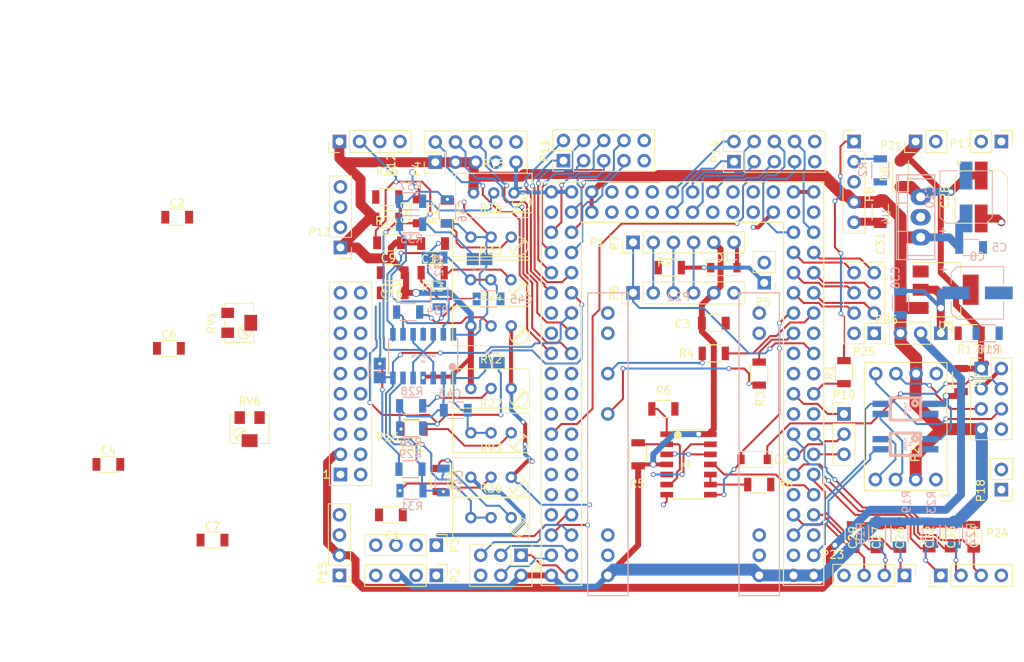
<source format=kicad_pcb>
(kicad_pcb (version 4) (host pcbnew 4.0.5)
  (title_block (date 2017-06-22) (rev 2.0) (comment 1 "Reproduction et commercialisation Interdite") (comment 2 "By Antho.breizh") (comment 3 "Shield 2560 core mini Full ") (comment 4 "For OPENAVRc"))
  (layers (0 F.Cu signal) (31 B.Cu signal hide) (34 B.Paste user) (35 F.Paste user) (36 B.SilkS user) (37 F.SilkS user) (38 B.Mask user) (39 F.Mask user) (44 Edge.Cuts user))
  (net 0 "")
  (net 1 GND)
  (net 2 VCC)
  (net 3 /Trim_RH->)
  (net 4 /Trim_RH<-)
  (net 5 /Trim_RV->)
  (net 6 /Stick_LH)
  (net 7 /Trim_RV<-)
  (net 8 /Stick_LV)
  (net 9 /Trim_LV->)
  (net 10 /Trim_LV<-)
  (net 11 /Trim_LH->)
  (net 12 /Trim_LH<-)
  (net 13 /Stick_RH)
  (net 14 /Stick_RV)
  (net 15 /Sw_id2)
  (net 16 /Sw_gear)
  (net 17 /Sw_ailDR)
  (net 18 /Sw_id1)
  (net 19 /Sw_rudDR)
  (net 20 /Sw_eleDR)
  (net 21 /Sw_turn)
  (net 22 /Sw_thcut)
  (net 23 /Rot_1A)
  (net 24 /Rot_1B)
  (net 25 "Net-(C28-Pad1)")
  (net 26 /Rot_1push)
  (net 27 /Rot_2A)
  (net 28 /Rot_2B)
  (net 29 /Rot_2push)
  (net 30 /Key_UP)
  (net 31 /Key_DOWN)
  (net 32 /Key_LEFT)
  (net 33 "Net-(C38-Pad1)")
  (net 34 /Key_RIGHT)
  (net 35 /Key_MENU)
  (net 36 /Key_ESC)
  (net 37 /Vibreur)
  (net 38 /PPM_TX_OUT)
  (net 39 /PPM_out)
  (net 40 /Lcd_bla)
  (net 41 /Lcd_rst)
  (net 42 /Lcd_r/w)
  (net 43 /Lcd_cs)
  (net 44 /Lcd_A0)
  (net 45 /Lcd_e)
  (net 46 /core_pw10)
  (net 47 /Sda)
  (net 48 /Tele_TX)
  (net 49 /core_pw13)
  (net 50 /Sim_control)
  (net 51 /Microsd_CS)
  (net 52 /audio_left_in)
  (net 53 /Scl)
  (net 54 /PPM_in)
  (net 55 /Tele_RX)
  (net 56 /Pot_1)
  (net 57 /Pot_3)
  (net 58 /Lcd_db7)
  (net 59 /Lcd_db5)
  (net 60 /Lcd_db3)
  (net 61 /Lcd_db1)
  (net 62 /Isp_rst)
  (net 63 /Sck)
  (net 64 /Miso)
  (net 65 /Mosi)
  (net 66 /Lcd_db0)
  (net 67 /Lcd_db2)
  (net 68 /Lcd_db4)
  (net 69 /Lcd_db6)
  (net 70 /U_batt)
  (net 71 /Pot_2)
  (net 72 "Net-(P8-Pad1)")
  (net 73 "Net-(P8-Pad2)")
  (net 74 /LCD_VCC)
  (net 75 /Lcd_vo)
  (net 76 "Net-(P16-Pad5)")
  (net 77 "Net-(P16-Pad18)")
  (net 78 "Net-(P17-Pad2)")
  (net 79 +BATT)
  (net 80 "Net-(P19-Pad2)")
  (net 81 /TX_module)
  (net 82 /RX_module)
  (net 83 /audio_right_in)
  (net 84 "Net-(R5-Pad2)")
  (net 85 "Net-(R6-Pad2)")
  (net 86 "Net-(R7-Pad2)")
  (net 87 "Net-(R8-Pad2)")
  (net 88 "Net-(P22-PadRX)")
  (net 89 "Net-(P22-PadBUSY)")
  (net 90 /Stick_LHcon)
  (net 91 /Stick_LVcon)
  (net 92 /Stick_RHcon)
  (net 93 /Stick_RVcon)
  (net 94 "Net-(C42-Pad1)")
  (net 95 "Net-(C43-Pad2)")
  (net 96 "Net-(C44-Pad2)")
  (net 97 "Net-(C45-Pad2)")
  (net 98 "Net-(C46-Pad2)")
  (net 99 "Net-(R28-Pad2)")
  (net 100 "Net-(R31-Pad2)")
  (net 101 "Net-(R34-Pad2)")
  (net 102 "Net-(R37-Pad2)")
  (net 103 /PH2)
  (net 104 /TXD2)
  (net 105 /RXD2)
  (net 106 "Net-(P20-Pad3)")
  (net 107 "Net-(P18-Pad1)")
  (net 108 "Net-(D1-Pad1)")
  (net 109 "Net-(R11-Pad1)")
  (net 110 "Net-(R12-Pad1)")
  (net 111 "Net-(R13-Pad1)")
  (net 112 "Net-(R14-Pad1)")
  (net 113 "Net-(P20-Pad4)")
  (module anthoperso:Con_RS232_TTL (layer F.Cu) (at 210.15452 106.96448)
    (fp_text reference P20 (at 5.0165 -3.6195 90) (layer F.SilkS))
    (fp_text value Module_RS232/TTL)
    (fp_text user 1 (at 8.8265 1.9685 270) (layer F.SilkS))
    (pad 8 thru_hole oval (at 0.0635 -13.335 270) (size 1.7 1.7) (drill 1) (layers *.Cu *.Mask) (net 82 /RX_module))
    (pad 7 thru_hole oval (at 2.6035 -13.335 270) (size 1.7 1.7) (drill 1) (layers *.Cu *.Mask) (net 81 /TX_module))
    (pad 6 thru_hole oval (at 5.1435 -13.335 270) (size 1.7 1.7) (drill 1) (layers *.Cu *.Mask) (net 2 VCC))
    (pad 5 thru_hole oval (at 7.6835 -13.335 270) (size 1.7 1.7) (drill 1) (layers *.Cu *.Mask) (net 1 GND))
    (pad 4 thru_hole oval (at 0.0127 0 270) (size 1.7 1.7) (drill 1) (layers *.Cu *.Mask) (net 113 "Net-(P20-Pad4)"))
    (pad 3 thru_hole oval (at 2.5527 0 270) (size 1.7 1.7) (drill 1) (layers *.Cu *.Mask) (net 106 "Net-(P20-Pad3)"))
    (pad 2 thru_hole oval (at 5.0927 0 270) (size 1.7 1.7) (drill 1) (layers *.Cu *.Mask) (net 2 VCC))
    (pad 1 thru_hole oval (at 7.6327 0 270) (size 1.7 1.7) (drill 1) (layers *.Cu *.Mask) (net 1 GND))
    (pad 1 thru_hole oval (at 7.6327 0 270) (size 1.7 1.7) (drill 1) (layers *.Cu *.Mask) (net 1 GND))
    (pad 2 thru_hole oval (at 5.0927 0 270) (size 1.7 1.7) (drill 1) (layers *.Cu *.Mask) (net 2 VCC))
    (pad 3 thru_hole oval (at 2.5527 0 270) (size 1.7 1.7) (drill 1) (layers *.Cu *.Mask) (net 106 "Net-(P20-Pad3)"))
    (pad 4 thru_hole oval (at 0.0127 0 270) (size 1.7 1.7) (drill 1) (layers *.Cu *.Mask) (net 113 "Net-(P20-Pad4)"))
  )
  (module "Librairie master:SOP4" (layer B.Cu) (at 213.96452 102.51948 90)
    (fp_text reference U3 (at 0 0.55118 90) (layer B.SilkS) (effects (font (size 0.29972 0.29972) (thickness 0.0762)) (justify mirror)))
    (fp_text value TLP290 (at 0 0 90) (layer B.SilkS) (effects (font (size 0.29972 0.29972) (thickness 0.0762)) (justify mirror)))
    (pad 1 smd rect (at 0.635 3.15 90) (size 0.8 2) (layers B.Cu B.Paste B.Mask) (net 86 "Net-(R7-Pad2)"))
    (pad 2 smd rect (at -0.635 3.15 90) (size 0.8 2) (layers B.Cu B.Paste B.Mask) (net 1 GND))
    (pad 3 smd rect (at -0.635 -3.15 90) (size 0.8 2) (layers B.Cu B.Paste B.Mask) (net 55 /Tele_RX))
    (pad 4 smd rect (at 0.635 -3.15 90) (size 0.8 2) (layers B.Cu B.Paste B.Mask) (net 113 "Net-(P20-Pad4)"))
  )
  (module Resistors_SMD:R_1206 (layer F.Cu) (at 222.03952 88.54948)
    (fp_text reference R17 (at -0.127 2.032) (layer F.SilkS))
    (fp_text value 5.1K)
    (pad 1 smd rect (at -1.45 0) (size 0.9 1.7) (layers F.Cu F.Paste F.Mask) (net 70 /U_batt))
    (pad 2 smd rect (at 1.45 0) (size 0.9 1.7) (layers F.Cu F.Paste F.Mask) (net 79 +BATT))
  )
  (module anthoperso:connector_mini-JQ6500-28P (layer B.Cu) (at 185.38952 83.46948 180)
    (fp_text reference P22 (at 0 -0.5 180) (layer B.SilkS) (effects (justify mirror)))
    (fp_text value CONN_JQ6500_28P_mini)
    (pad SPK+ thru_hole circle (at -10.16 -2.54 180) (size 1.7 1.7) (drill 1) (layers *.Cu *.Mask))
    (pad SPK- thru_hole circle (at -10.16 -5.08 180) (size 1.7 1.7) (drill 1) (layers *.Cu *.Mask))
    (pad DACR thru_hole circle (at 8.89 -2.54 180) (size 1.7 1.7) (drill 1) (layers *.Cu *.Mask))
    (pad DACL thru_hole circle (at 8.89 -5.08 180) (size 1.7 1.7) (drill 1) (layers *.Cu *.Mask) (net 83 /audio_right_in))
    (pad RX thru_hole circle (at 8.89 -10.16 180) (size 1.7 1.7) (drill 1) (layers *.Cu *.Mask) (net 88 "Net-(P22-PadRX)"))
    (pad BUSY thru_hole circle (at 8.89 -15.24 180) (size 1.7 1.7) (drill 1) (layers *.Cu *.Mask) (net 89 "Net-(P22-PadBUSY)"))
    (pad GND thru_hole circle (at 8.89 -30.48 180) (size 1.7 1.7) (drill 1) (layers *.Cu *.Mask) (net 1 GND))
    (pad GND thru_hole circle (at 8.89 -33.02 180) (size 1.7 1.7) (drill 1) (layers *.Cu *.Mask) (net 1 GND))
    (pad VCC thru_hole circle (at 8.89 -35.56 180) (size 1.7 1.7) (drill 1) (layers *.Cu *.Mask) (net 2 VCC))
    (pad VCC thru_hole circle (at -10.16 -35.56 180) (size 1.7 1.7) (drill 1) (layers *.Cu *.Mask) (net 2 VCC))
    (pad GND thru_hole circle (at -10.16 -33.02 180) (size 1.7 1.7) (drill 1) (layers *.Cu *.Mask) (net 1 GND))
    (pad GND thru_hole circle (at -10.16 -30.48 180) (size 1.7 1.7) (drill 1) (layers *.Cu *.Mask) (net 1 GND))
  )
  (module "Librairie master:SOP14" (layer F.Cu) (at 186.65952 105.05948 270)
    (fp_text reference U1 (at 0 0.65024 270) (layer F.SilkS) (effects (font (size 0.29972 0.29972) (thickness 0.0762))))
    (fp_text value 4066 (at 0 0 270) (layer F.SilkS) (effects (font (size 0.29972 0.29972) (thickness 0.0762))))
    (pad 1 smd rect (at -3.80746 2.74828 90) (size 0.6985 1.59766) (layers F.Cu F.Paste F.Mask) (net 1 GND))
    (pad 2 smd rect (at -2.53746 2.74828 90) (size 0.6985 1.59766) (layers F.Cu F.Paste F.Mask) (net 84 "Net-(R5-Pad2)"))
    (pad 3 smd rect (at -1.26746 2.74828 90) (size 0.6985 1.59766) (layers F.Cu F.Paste F.Mask) (net 85 "Net-(R6-Pad2)"))
    (pad 4 smd rect (at 0 2.74828 90) (size 0.6985 1.59766) (layers F.Cu F.Paste F.Mask) (net 2 VCC))
    (pad 5 smd rect (at 1.26746 2.74828 90) (size 0.6985 1.59766) (layers F.Cu F.Paste F.Mask) (net 50 /Sim_control))
    (pad 6 smd rect (at 2.53746 2.74828 90) (size 0.6985 1.59766) (layers F.Cu F.Paste F.Mask) (net 84 "Net-(R5-Pad2)"))
    (pad 7 smd rect (at 3.80746 2.74828 90) (size 0.6985 1.59766) (layers F.Cu F.Paste F.Mask) (net 1 GND))
    (pad 8 smd rect (at 3.80746 -2.74828 270) (size 0.6985 1.59766) (layers F.Cu F.Paste F.Mask) (net 39 /PPM_out))
    (pad 9 smd rect (at 2.53746 -2.74828 270) (size 0.6985 1.59766) (layers F.Cu F.Paste F.Mask) (net 87 "Net-(R8-Pad2)"))
    (pad 10 smd rect (at 1.26746 -2.74828 270) (size 0.6985 1.59766) (layers F.Cu F.Paste F.Mask) (net 87 "Net-(R8-Pad2)"))
    (pad 11 smd rect (at 0 -2.74828 270) (size 0.6985 1.59766) (layers F.Cu F.Paste F.Mask) (net 54 /PPM_in))
    (pad 12 smd rect (at -1.26746 -2.74828 270) (size 0.6985 1.59766) (layers F.Cu F.Paste F.Mask) (net 85 "Net-(R6-Pad2)"))
    (pad 13 smd rect (at -2.53746 -2.74828 270) (size 0.6985 1.59766) (layers F.Cu F.Paste F.Mask) (net 50 /Sim_control))
    (pad 14 smd rect (at -3.80746 -2.74828 270) (size 0.6985 1.59766) (layers F.Cu F.Paste F.Mask) (net 2 VCC))
  )
  (module Capacitors_SMD:C_1206 (layer F.Cu) (at 149.42452 80.92948 180)
    (fp_text reference C17 (at 0.07366 -1.99644 180) (layer F.SilkS))
    (fp_text value 100nF)
    (pad 1 smd rect (at -1.5 0 180) (size 1 1.6) (layers F.Cu F.Paste F.Mask) (net 2 VCC))
    (pad 2 smd rect (at 1.5 0 180) (size 1 1.6) (layers F.Cu F.Paste F.Mask) (net 93 /Stick_RVcon))
  )
  (module Pin_Headers:Pin_Header_Straight_1x03_Pitch2.54mm (layer F.Cu) (at 218.40952 88.54948 270)
    (fp_text reference P26 (at -1.68402 6.85292 360) (layer F.SilkS))
    (fp_text value LCD_Vcc_select)
    (pad 1 thru_hole rect (at 0 0 270) (size 1.7 1.7) (drill 1) (layers *.Cu *.Mask) (net 33 "Net-(C38-Pad1)"))
    (pad 2 thru_hole oval (at 0 2.54 270) (size 1.7 1.7) (drill 1) (layers *.Cu *.Mask) (net 74 /LCD_VCC))
    (pad 3 thru_hole oval (at 0 5.08 270) (size 1.7 1.7) (drill 1) (layers *.Cu *.Mask) (net 2 VCC))
  )
  (module Pin_Headers:Pin_Header_Straight_2x04_Pitch2.54mm (layer F.Cu) (at 223.48952 92.99448)
    (fp_text reference P19 (at 1.27 -2.33) (layer F.SilkS))
    (fp_text value Module_TX)
    (pad 1 thru_hole rect (at 0 0) (size 1.7 1.7) (drill 1) (layers *.Cu *.Mask) (net 79 +BATT))
    (pad 2 thru_hole oval (at 2.54 0) (size 1.7 1.7) (drill 1) (layers *.Cu *.Mask) (net 80 "Net-(P19-Pad2)"))
    (pad 3 thru_hole oval (at 0 2.54) (size 1.7 1.7) (drill 1) (layers *.Cu *.Mask) (net 80 "Net-(P19-Pad2)"))
    (pad 4 thru_hole oval (at 2.54 2.54) (size 1.7 1.7) (drill 1) (layers *.Cu *.Mask) (net 38 /PPM_TX_OUT))
    (pad 5 thru_hole oval (at 0 5.08) (size 1.7 1.7) (drill 1) (layers *.Cu *.Mask) (net 81 /TX_module))
    (pad 6 thru_hole oval (at 2.54 5.08) (size 1.7 1.7) (drill 1) (layers *.Cu *.Mask) (net 82 /RX_module))
    (pad 7 thru_hole oval (at 0 7.62) (size 1.7 1.7) (drill 1) (layers *.Cu *.Mask) (net 2 VCC))
    (pad 8 thru_hole oval (at 2.54 7.62) (size 1.7 1.7) (drill 1) (layers *.Cu *.Mask) (net 1 GND))
  )
  (module Resistors_SMD:R_1206 (layer B.Cu) (at 210.78952 68.04948 270)
    (fp_text reference R2 (at -0.11684 2.19964 270) (layer B.SilkS) (effects (justify mirror)))
    (fp_text value 22K)
    (pad 1 smd rect (at -1.45 0 270) (size 0.9 1.7) (layers B.Cu B.Paste B.Mask) (net 73 "Net-(P8-Pad2)"))
    (pad 2 smd rect (at 1.45 0 270) (size 0.9 1.7) (layers B.Cu B.Paste B.Mask) (net 83 /audio_right_in))
  )
  (module TO_SOT_Packages_SMD:SOT-223 (layer F.Cu) (at 219.01952 83.07448)
    (fp_text reference U5 (at 0.03556 4.4958) (layer F.SilkS))
    (fp_text value LD1117S33TR)
    (pad 4 smd rect (at 3.15 0) (size 2 3.8) (layers F.Cu F.Paste F.Mask))
    (pad 2 smd rect (at -3.15 0) (size 2 1.5) (layers F.Cu F.Paste F.Mask) (net 33 "Net-(C38-Pad1)"))
    (pad 3 smd rect (at -3.15 2.3) (size 2 1.5) (layers F.Cu F.Paste F.Mask) (net 2 VCC))
    (pad 1 smd rect (at -3.15 -2.3) (size 2 1.5) (layers F.Cu F.Paste F.Mask) (net 1 GND))
  )
  (module anthoperso:Connectors-2560-core (layer F.Cu) (at 187.16752 107.59948 180)
    (fp_text reference P1 (at 12.02436 30.47746 360) (layer F.SilkS))
    (fp_text value 2560-core)
    (pad D41 thru_hole circle (at 0 34.29 180) (size 1.7 1.7) (drill 1) (layers *.Cu *.Mask) (net 19 /Sw_rudDR))
    (pad PD6 thru_hole circle (at -2.54 34.29 180) (size 1.7 1.7) (drill 1) (layers *.Cu *.Mask))
    (pad PD4 thru_hole circle (at -5.08 34.29 180) (size 1.7 1.7) (drill 1) (layers *.Cu *.Mask))
    (pad NC thru_hole circle (at -7.62 34.29 180) (size 1.7 1.7) (drill 1) (layers *.Cu *.Mask))
    (pad GND thru_hole circle (at -10.16 34.29 180) (size 1.7 1.7) (drill 1) (layers *.Cu *.Mask) (net 1 GND))
    (pad D37 thru_hole circle (at 2.54 34.29 180) (size 1.7 1.7) (drill 1) (layers *.Cu *.Mask) (net 18 /Sw_id1))
    (pad D35 thru_hole circle (at 5.08 34.29 180) (size 1.7 1.7) (drill 1) (layers *.Cu *.Mask) (net 40 /Lcd_bla))
    (pad D33 thru_hole circle (at 7.62 34.29 180) (size 1.7 1.7) (drill 1) (layers *.Cu *.Mask) (net 41 /Lcd_rst))
    (pad D31 thru_hole circle (at 10.16 34.29 180) (size 1.7 1.7) (drill 1) (layers *.Cu *.Mask) (net 42 /Lcd_r/w))
    (pad VCC thru_hole circle (at 12.7 34.29 180) (size 1.7 1.7) (drill 1) (layers *.Cu *.Mask) (net 2 VCC))
    (pad GND thru_hole circle (at -10.16 36.83 180) (size 1.7 1.7) (drill 1) (layers *.Cu *.Mask) (net 1 GND))
    (pad PG4 thru_hole circle (at -7.62 36.83 180) (size 1.7 1.7) (drill 1) (layers *.Cu *.Mask))
    (pad PD5 thru_hole circle (at -5.08 36.83 180) (size 1.7 1.7) (drill 1) (layers *.Cu *.Mask))
    (pad D38 thru_hole circle (at -2.54 36.83 180) (size 1.7 1.7) (drill 1) (layers *.Cu *.Mask) (net 17 /Sw_ailDR))
    (pad D40 thru_hole circle (at 0 36.83 180) (size 1.7 1.7) (drill 1) (layers *.Cu *.Mask) (net 16 /Sw_gear))
    (pad D36 thru_hole circle (at 2.54 36.83 180) (size 1.7 1.7) (drill 1) (layers *.Cu *.Mask) (net 15 /Sw_id2))
    (pad D34 thru_hole circle (at 5.08 36.83 180) (size 1.7 1.7) (drill 1) (layers *.Cu *.Mask) (net 43 /Lcd_cs))
    (pad D32 thru_hole circle (at 7.62 36.83 180) (size 1.7 1.7) (drill 1) (layers *.Cu *.Mask) (net 44 /Lcd_A0))
    (pad D30 thru_hole circle (at 10.16 36.83 180) (size 1.7 1.7) (drill 1) (layers *.Cu *.Mask) (net 45 /Lcd_e))
    (pad VCC thru_hole circle (at 12.7 36.83 180) (size 1.7 1.7) (drill 1) (layers *.Cu *.Mask) (net 2 VCC))
    (pad GND thru_hole circle (at -12.7 36.83 180) (size 1.7 1.7) (drill 1) (layers *.Cu *.Mask) (net 1 GND))
    (pad PH7 thru_hole circle (at -12.7 34.29 180) (size 1.7 1.7) (drill 1) (layers *.Cu *.Mask))
    (pad 43 thru_hole circle (at -12.7 31.75 180) (size 1.7 1.7) (drill 1) (layers *.Cu *.Mask) (net 20 /Sw_eleDR))
    (pad 45 thru_hole circle (at -12.7 29.21 180) (size 1.7 1.7) (drill 1) (layers *.Cu *.Mask) (net 35 /Key_MENU))
    (pad 47 thru_hole circle (at -12.7 26.67 180) (size 1.7 1.7) (drill 1) (layers *.Cu *.Mask) (net 34 /Key_RIGHT))
    (pad 49 thru_hole circle (at -12.7 24.13 180) (size 1.7 1.7) (drill 1) (layers *.Cu *.Mask) (net 31 /Key_DOWN))
    (pad PW12 thru_hole circle (at -12.7 21.59 180) (size 1.7 1.7) (drill 1) (layers *.Cu *.Mask) (net 39 /PPM_out))
    (pad PW10 thru_hole circle (at -12.7 19.05 180) (size 1.7 1.7) (drill 1) (layers *.Cu *.Mask) (net 46 /core_pw10))
    (pad PWD9 thru_hole circle (at -12.7 16.51 180) (size 1.7 1.7) (drill 1) (layers *.Cu *.Mask))
    (pad PWD7 thru_hole circle (at -12.7 13.97 180) (size 1.7 1.7) (drill 1) (layers *.Cu *.Mask))
    (pad PH2 thru_hole circle (at -12.7 11.43 180) (size 1.7 1.7) (drill 1) (layers *.Cu *.Mask) (net 103 /PH2))
    (pad D20 thru_hole circle (at -12.7 8.89 180) (size 1.7 1.7) (drill 1) (layers *.Cu *.Mask) (net 47 /Sda))
    (pad D18 thru_hole circle (at -12.7 6.35 180) (size 1.7 1.7) (drill 1) (layers *.Cu *.Mask) (net 28 /Rot_2B))
    (pad D16 thru_hole circle (at -12.7 3.81 180) (size 1.7 1.7) (drill 1) (layers *.Cu *.Mask) (net 104 /TXD2))
    (pad D14 thru_hole circle (at -12.7 1.27 180) (size 1.7 1.7) (drill 1) (layers *.Cu *.Mask) (net 29 /Rot_2push))
    (pad PE6 thru_hole circle (at -12.7 -1.27 180) (size 1.7 1.7) (drill 1) (layers *.Cu *.Mask))
    (pad PWD2 thru_hole circle (at -12.7 -3.81 180) (size 1.7 1.7) (drill 1) (layers *.Cu *.Mask) (net 23 /Rot_1A))
    (pad TXD thru_hole circle (at -12.7 -6.35 180) (size 1.7 1.7) (drill 1) (layers *.Cu *.Mask) (net 48 /Tele_TX))
    (pad D4 thru_hole circle (at -12.7 -8.89 180) (size 1.7 1.7) (drill 1) (layers *.Cu *.Mask))
    (pad VCC thru_hole circle (at -12.7 -11.43 180) (size 1.7 1.7) (drill 1) (layers *.Cu *.Mask) (net 2 VCC))
    (pad GND thru_hole circle (at -15.24 36.83 180) (size 1.7 1.7) (drill 1) (layers *.Cu *.Mask) (net 1 GND))
    (pad PG3 thru_hole circle (at -15.24 34.29 180) (size 1.7 1.7) (drill 1) (layers *.Cu *.Mask))
    (pad 42 thru_hole circle (at -15.24 31.75 180) (size 1.7 1.7) (drill 1) (layers *.Cu *.Mask) (net 21 /Sw_turn))
    (pad 44 thru_hole circle (at -15.24 29.21 180) (size 1.7 1.7) (drill 1) (layers *.Cu *.Mask) (net 36 /Key_ESC))
    (pad 46 thru_hole circle (at -15.24 26.67 180) (size 1.7 1.7) (drill 1) (layers *.Cu *.Mask) (net 32 /Key_LEFT))
    (pad 48 thru_hole circle (at -15.24 24.13 180) (size 1.7 1.7) (drill 1) (layers *.Cu *.Mask) (net 30 /Key_UP))
    (pad PW13 thru_hole circle (at -15.24 21.59 180) (size 1.7 1.7) (drill 1) (layers *.Cu *.Mask) (net 49 /core_pw13))
    (pad PW11 thru_hole circle (at -15.24 19.05 180) (size 1.7 1.7) (drill 1) (layers *.Cu *.Mask) (net 50 /Sim_control))
    (pad 53 thru_hole circle (at -15.24 16.51 180) (size 1.7 1.7) (drill 1) (layers *.Cu *.Mask) (net 51 /Microsd_CS))
    (pad PWD8 thru_hole circle (at -15.24 13.97 180) (size 1.7 1.7) (drill 1) (layers *.Cu *.Mask))
    (pad PWD6 thru_hole circle (at -15.24 11.43 180) (size 1.7 1.7) (drill 1) (layers *.Cu *.Mask) (net 52 /audio_left_in))
    (pad D21 thru_hole circle (at -15.24 8.89 180) (size 1.7 1.7) (drill 1) (layers *.Cu *.Mask) (net 53 /Scl))
    (pad D19 thru_hole circle (at -15.24 6.35 180) (size 1.7 1.7) (drill 1) (layers *.Cu *.Mask) (net 27 /Rot_2A))
    (pad D17 thru_hole circle (at -15.24 3.81 180) (size 1.7 1.7) (drill 1) (layers *.Cu *.Mask) (net 105 /RXD2))
    (pad D15 thru_hole circle (at -15.24 1.27 180) (size 1.7 1.7) (drill 1) (layers *.Cu *.Mask) (net 26 /Rot_1push))
    (pad PE7 thru_hole circle (at -15.24 -1.27 180) (size 1.7 1.7) (drill 1) (layers *.Cu *.Mask) (net 54 /PPM_in))
    (pad PWD3 thru_hole circle (at -15.24 -3.81 180) (size 1.7 1.7) (drill 1) (layers *.Cu *.Mask) (net 24 /Rot_1B))
    (pad PWD5 thru_hole circle (at -15.24 -6.35 180) (size 1.7 1.7) (drill 1) (layers *.Cu *.Mask))
    (pad RXD thru_hole circle (at -15.24 -8.89 180) (size 1.7 1.7) (drill 1) (layers *.Cu *.Mask) (net 55 /Tele_RX))
    (pad VCC thru_hole circle (at -15.24 -11.43 180) (size 1.7 1.7) (drill 1) (layers *.Cu *.Mask) (net 2 VCC))
    (pad GND thru_hole circle (at 15.24 36.83 180) (size 1.7 1.7) (drill 1) (layers *.Cu *.Mask) (net 1 GND))
    (pad A0 thru_hole circle (at 15.24 34.29 180) (size 1.7 1.7) (drill 1) (layers *.Cu *.Mask) (net 3 /Trim_RH->))
    (pad A2 thru_hole circle (at 15.24 31.75 180) (size 1.7 1.7) (drill 1) (layers *.Cu *.Mask) (net 5 /Trim_RV->))
    (pad A4 thru_hole circle (at 15.24 29.21 180) (size 1.7 1.7) (drill 1) (layers *.Cu *.Mask) (net 9 /Trim_LV->))
    (pad A6 thru_hole circle (at 15.24 26.67 180) (size 1.7 1.7) (drill 1) (layers *.Cu *.Mask) (net 11 /Trim_LH->))
    (pad A8 thru_hole circle (at 15.24 24.13 180) (size 1.7 1.7) (drill 1) (layers *.Cu *.Mask) (net 13 /Stick_RH))
    (pad A10 thru_hole circle (at 15.24 21.59 180) (size 1.7 1.7) (drill 1) (layers *.Cu *.Mask) (net 14 /Stick_RV))
    (pad A12 thru_hole circle (at 15.24 19.05 180) (size 1.7 1.7) (drill 1) (layers *.Cu *.Mask) (net 56 /Pot_1))
    (pad A14 thru_hole circle (at 15.24 16.51 180) (size 1.7 1.7) (drill 1) (layers *.Cu *.Mask) (net 57 /Pot_3))
    (pad PJ2 thru_hole circle (at 15.24 13.97 180) (size 1.7 1.7) (drill 1) (layers *.Cu *.Mask))
    (pad PJ4 thru_hole circle (at 15.24 11.43 180) (size 1.7 1.7) (drill 1) (layers *.Cu *.Mask))
    (pad PJ6 thru_hole circle (at 15.24 8.89 180) (size 1.7 1.7) (drill 1) (layers *.Cu *.Mask))
    (pad D29 thru_hole circle (at 15.24 6.35 180) (size 1.7 1.7) (drill 1) (layers *.Cu *.Mask) (net 58 /Lcd_db7))
    (pad D27 thru_hole circle (at 15.24 3.81 180) (size 1.7 1.7) (drill 1) (layers *.Cu *.Mask) (net 59 /Lcd_db5))
    (pad D25 thru_hole circle (at 15.24 1.27 180) (size 1.7 1.7) (drill 1) (layers *.Cu *.Mask) (net 60 /Lcd_db3))
    (pad D23 thru_hole circle (at 15.24 -1.27 180) (size 1.7 1.7) (drill 1) (layers *.Cu *.Mask) (net 61 /Lcd_db1))
    (pad PJ7 thru_hole circle (at 15.24 -3.81 180) (size 1.7 1.7) (drill 1) (layers *.Cu *.Mask) (net 37 /Vibreur))
    (pad RESE thru_hole circle (at 15.24 -6.35 180) (size 1.7 1.7) (drill 1) (layers *.Cu *.Mask) (net 62 /Isp_rst))
    (pad SCK thru_hole circle (at 15.24 -8.89 180) (size 1.7 1.7) (drill 1) (layers *.Cu *.Mask) (net 63 /Sck))
    (pad MISO thru_hole circle (at 15.24 -11.43 180) (size 1.7 1.7) (drill 1) (layers *.Cu *.Mask) (net 64 /Miso))
    (pad VCC thru_hole circle (at 17.78 -11.43 180) (size 1.7 1.7) (drill 1) (layers *.Cu *.Mask) (net 2 VCC))
    (pad MOSI thru_hole circle (at 17.78 -8.89 180) (size 1.7 1.7) (drill 1) (layers *.Cu *.Mask) (net 65 /Mosi))
    (pad GND thru_hole circle (at 17.78 -6.35 180) (size 1.7 1.7) (drill 1) (layers *.Cu *.Mask) (net 1 GND))
    (pad D22 thru_hole circle (at 17.78 -3.81 180) (size 1.7 1.7) (drill 1) (layers *.Cu *.Mask) (net 66 /Lcd_db0))
    (pad D24 thru_hole circle (at 17.78 -1.27 180) (size 1.7 1.7) (drill 1) (layers *.Cu *.Mask) (net 67 /Lcd_db2))
    (pad D26 thru_hole circle (at 17.78 1.27 180) (size 1.7 1.7) (drill 1) (layers *.Cu *.Mask) (net 68 /Lcd_db4))
    (pad D28 thru_hole circle (at 17.78 3.81 180) (size 1.7 1.7) (drill 1) (layers *.Cu *.Mask) (net 69 /Lcd_db6))
    (pad D39 thru_hole circle (at 17.78 6.35 180) (size 1.7 1.7) (drill 1) (layers *.Cu *.Mask) (net 22 /Sw_thcut))
    (pad PJ5 thru_hole circle (at 17.78 8.89 180) (size 1.7 1.7) (drill 1) (layers *.Cu *.Mask))
    (pad PJ3 thru_hole circle (at 17.78 11.43 180) (size 1.7 1.7) (drill 1) (layers *.Cu *.Mask))
    (pad A15 thru_hole circle (at 17.78 13.97 180) (size 1.7 1.7) (drill 1) (layers *.Cu *.Mask) (net 70 /U_batt))
    (pad A13 thru_hole circle (at 17.78 16.51 180) (size 1.7 1.7) (drill 1) (layers *.Cu *.Mask) (net 71 /Pot_2))
    (pad A11 thru_hole circle (at 17.78 19.05 180) (size 1.7 1.7) (drill 1) (layers *.Cu *.Mask) (net 6 /Stick_LH))
    (pad A9 thru_hole circle (at 17.78 21.59 180) (size 1.7 1.7) (drill 1) (layers *.Cu *.Mask) (net 8 /Stick_LV))
    (pad A7 thru_hole circle (at 17.78 24.13 180) (size 1.7 1.7) (drill 1) (layers *.Cu *.Mask) (net 12 /Trim_LH<-))
    (pad A5 thru_hole circle (at 17.78 26.67 180) (size 1.7 1.7) (drill 1) (layers *.Cu *.Mask) (net 10 /Trim_LV<-))
    (pad A3 thru_hole circle (at 17.78 29.21 180) (size 1.7 1.7) (drill 1) (layers *.Cu *.Mask) (net 7 /Trim_RV<-))
    (pad A1 thru_hole circle (at 17.78 31.75 180) (size 1.7 1.7) (drill 1) (layers *.Cu *.Mask) (net 4 /Trim_RH<-))
    (pad VREF thru_hole circle (at 17.78 34.29 180) (size 1.7 1.7) (drill 1) (layers *.Cu *.Mask))
    (pad GND thru_hole circle (at 17.78 36.83 180) (size 1.7 1.7) (drill 1) (layers *.Cu *.Mask) (net 1 GND))
  )
  (module Potentiometers:Potentiometer_Trimmer_Bourns_3296W (layer F.Cu) (at 164.338 101.092)
    (fp_text reference R27 (at -2.54 -3.66) (layer F.SilkS))
    (fp_text value POT_100k)
    (pad 1 thru_hole circle (at 0 0) (size 1.44 1.44) (drill 0.8) (layers *.Cu *.Mask) (net 109 "Net-(R11-Pad1)"))
    (pad 2 thru_hole circle (at -2.54 0) (size 1.44 1.44) (drill 0.8) (layers *.Cu *.Mask) (net 13 /Stick_RH))
    (pad 3 thru_hole circle (at -5.08 0) (size 1.44 1.44) (drill 0.8) (layers *.Cu *.Mask) (net 13 /Stick_RH))
  )
  (module Capacitors_SMD:C_1206 (layer B.Cu) (at 156.30652 73.18248 90)
    (fp_text reference C46 (at 0.0127 1.8923 90) (layer B.SilkS) (effects (justify mirror)))
    (fp_text value 4.7nF)
    (pad 1 smd rect (at -1.5 0 90) (size 1 1.6) (layers B.Cu B.Paste B.Mask) (net 8 /Stick_LV))
    (pad 2 smd rect (at 1.5 0 90) (size 1 1.6) (layers B.Cu B.Paste B.Mask) (net 98 "Net-(C46-Pad2)"))
  )
  (module Resistors_SMD:R_1206 (layer F.Cu) (at 156.30652 73.36248 90)
    (fp_text reference R14 (at 0 -1.85 90) (layer F.SilkS))
    (fp_text value 100K)
    (pad 1 smd rect (at -1.45 0 90) (size 0.9 1.7) (layers F.Cu F.Paste F.Mask) (net 112 "Net-(R14-Pad1)"))
    (pad 2 smd rect (at 1.45 0 90) (size 0.9 1.7) (layers F.Cu F.Paste F.Mask) (net 98 "Net-(C46-Pad2)"))
  )
  (module Pin_Headers:Pin_Header_Straight_1x04_Pitch2.54mm (layer F.Cu) (at 142.71752 119.02948 180)
    (fp_text reference P15 (at 2.11074 0.31242 450) (layer F.SilkS))
    (fp_text value LCD_I2C)
    (pad 1 thru_hole rect (at 0 0 180) (size 1.7 1.7) (drill 1) (layers *.Cu *.Mask) (net 1 GND))
    (pad 2 thru_hole oval (at 0 2.54 180) (size 1.7 1.7) (drill 1) (layers *.Cu *.Mask) (net 74 /LCD_VCC))
    (pad 3 thru_hole oval (at 0 5.08 180) (size 1.7 1.7) (drill 1) (layers *.Cu *.Mask) (net 47 /Sda))
    (pad 4 thru_hole oval (at 0 7.62 180) (size 1.7 1.7) (drill 1) (layers *.Cu *.Mask) (net 53 /Scl))
  )
  (module Pin_Headers:Pin_Header_Straight_1x04_Pitch2.54mm (layer F.Cu) (at 142.71752 64.41948 90)
    (fp_text reference P12 (at -2.93878 6.51002 90) (layer F.SilkS))
    (fp_text value Stick_left)
    (pad 1 thru_hole rect (at 0 0 90) (size 1.7 1.7) (drill 1) (layers *.Cu *.Mask) (net 2 VCC))
    (pad 2 thru_hole oval (at 0 2.54 90) (size 1.7 1.7) (drill 1) (layers *.Cu *.Mask) (net 90 /Stick_LHcon))
    (pad 3 thru_hole oval (at 0 5.08 90) (size 1.7 1.7) (drill 1) (layers *.Cu *.Mask) (net 91 /Stick_LVcon))
    (pad 4 thru_hole oval (at 0 7.62 90) (size 1.7 1.7) (drill 1) (layers *.Cu *.Mask) (net 1 GND))
  )
  (module Pin_Headers:Pin_Header_Straight_1x04_Pitch2.54mm (layer F.Cu) (at 154.90952 119.02948 270)
    (fp_text reference P2 (at 0 -2.39 270) (layer F.SilkS))
    (fp_text value Clock)
    (pad 1 thru_hole rect (at 0 0 270) (size 1.7 1.7) (drill 1) (layers *.Cu *.Mask) (net 53 /Scl))
    (pad 2 thru_hole oval (at 0 2.54 270) (size 1.7 1.7) (drill 1) (layers *.Cu *.Mask) (net 47 /Sda))
    (pad 3 thru_hole oval (at 0 5.08 270) (size 1.7 1.7) (drill 1) (layers *.Cu *.Mask) (net 2 VCC))
    (pad 4 thru_hole oval (at 0 7.62 270) (size 1.7 1.7) (drill 1) (layers *.Cu *.Mask) (net 1 GND))
  )
  (module Pin_Headers:Pin_Header_Straight_2x05_Pitch2.54mm (layer F.Cu) (at 170.91152 66.83248 90)
    (fp_text reference P11 (at 1.27 -2.33 90) (layer F.SilkS))
    (fp_text value Trim)
    (pad 1 thru_hole rect (at 0 0 90) (size 1.7 1.7) (drill 1) (layers *.Cu *.Mask) (net 11 /Trim_LH->))
    (pad 2 thru_hole oval (at 2.54 0 90) (size 1.7 1.7) (drill 1) (layers *.Cu *.Mask) (net 12 /Trim_LH<-))
    (pad 3 thru_hole oval (at 0 2.54 90) (size 1.7 1.7) (drill 1) (layers *.Cu *.Mask) (net 7 /Trim_RV<-))
    (pad 4 thru_hole oval (at 2.54 2.54 90) (size 1.7 1.7) (drill 1) (layers *.Cu *.Mask) (net 10 /Trim_LV<-))
    (pad 5 thru_hole oval (at 0 5.08 90) (size 1.7 1.7) (drill 1) (layers *.Cu *.Mask) (net 3 /Trim_RH->))
    (pad 6 thru_hole oval (at 2.54 5.08 90) (size 1.7 1.7) (drill 1) (layers *.Cu *.Mask) (net 4 /Trim_RH<-))
    (pad 7 thru_hole oval (at 0 7.62 90) (size 1.7 1.7) (drill 1) (layers *.Cu *.Mask) (net 9 /Trim_LV->))
    (pad 8 thru_hole oval (at 2.54 7.62 90) (size 1.7 1.7) (drill 1) (layers *.Cu *.Mask) (net 5 /Trim_RV->))
    (pad 9 thru_hole oval (at 0 10.16 90) (size 1.7 1.7) (drill 1) (layers *.Cu *.Mask) (net 1 GND))
    (pad 10 thru_hole oval (at 2.54 10.16 90) (size 1.7 1.7) (drill 1) (layers *.Cu *.Mask) (net 1 GND))
  )
  (module Pin_Headers:Pin_Header_Straight_2x05_Pitch2.54mm (layer F.Cu) (at 192.37452 66.95948 90)
    (fp_text reference P14 (at 1.27 -2.33 90) (layer F.SilkS))
    (fp_text value Switch)
    (pad 1 thru_hole rect (at 0 0 90) (size 1.7 1.7) (drill 1) (layers *.Cu *.Mask) (net 18 /Sw_id1))
    (pad 2 thru_hole oval (at 2.54 0 90) (size 1.7 1.7) (drill 1) (layers *.Cu *.Mask) (net 15 /Sw_id2))
    (pad 3 thru_hole oval (at 0 2.54 90) (size 1.7 1.7) (drill 1) (layers *.Cu *.Mask) (net 19 /Sw_rudDR))
    (pad 4 thru_hole oval (at 2.54 2.54 90) (size 1.7 1.7) (drill 1) (layers *.Cu *.Mask) (net 16 /Sw_gear))
    (pad 5 thru_hole oval (at 0 5.08 90) (size 1.7 1.7) (drill 1) (layers *.Cu *.Mask) (net 17 /Sw_ailDR))
    (pad 6 thru_hole oval (at 2.54 5.08 90) (size 1.7 1.7) (drill 1) (layers *.Cu *.Mask) (net 22 /Sw_thcut))
    (pad 7 thru_hole oval (at 0 7.62 90) (size 1.7 1.7) (drill 1) (layers *.Cu *.Mask) (net 20 /Sw_eleDR))
    (pad 8 thru_hole oval (at 2.54 7.62 90) (size 1.7 1.7) (drill 1) (layers *.Cu *.Mask) (net 21 /Sw_turn))
    (pad 9 thru_hole oval (at 0 10.16 90) (size 1.7 1.7) (drill 1) (layers *.Cu *.Mask) (net 1 GND))
    (pad 10 thru_hole oval (at 2.54 10.16 90) (size 1.7 1.7) (drill 1) (layers *.Cu *.Mask) (net 1 GND))
  )
  (module Resistors_SMD:R_1206 (layer B.Cu) (at 224.30452 88.54948 180)
    (fp_text reference R16 (at -0.1375 -2.032 180) (layer B.SilkS) (effects (justify mirror)))
    (fp_text value 2.7K)
    (pad 1 smd rect (at -1.45 0 180) (size 0.9 1.7) (layers B.Cu B.Paste B.Mask) (net 1 GND))
    (pad 2 smd rect (at 1.45 0 180) (size 0.9 1.7) (layers B.Cu B.Paste B.Mask) (net 70 /U_batt))
  )
  (module Capacitors_SMD:C_1206 (layer F.Cu) (at 149.19452 111.40948)
    (fp_text reference C1 (at 0.254 2.6035) (layer F.SilkS))
    (fp_text value 47nF)
    (pad 1 smd rect (at -1.5 0) (size 1 1.6) (layers F.Cu F.Paste F.Mask) (net 1 GND))
    (pad 2 smd rect (at 1.5 0) (size 1 1.6) (layers F.Cu F.Paste F.Mask) (net 2 VCC))
  )
  (module Pin_Headers:Pin_Header_Straight_2x04_Pitch2.54mm (layer F.Cu) (at 210.02752 88.54948 180)
    (fp_text reference P25 (at 1.27 -2.33 180) (layer F.SilkS))
    (fp_text value Key_select_menu_ESC)
    (pad 1 thru_hole rect (at 0 0 180) (size 1.7 1.7) (drill 1) (layers *.Cu *.Mask) (net 1 GND))
    (pad 2 thru_hole oval (at 2.54 0 180) (size 1.7 1.7) (drill 1) (layers *.Cu *.Mask) (net 1 GND))
    (pad 3 thru_hole oval (at 0 2.54 180) (size 1.7 1.7) (drill 1) (layers *.Cu *.Mask) (net 30 /Key_UP))
    (pad 4 thru_hole oval (at 2.54 2.54 180) (size 1.7 1.7) (drill 1) (layers *.Cu *.Mask) (net 31 /Key_DOWN))
    (pad 5 thru_hole oval (at 0 5.08 180) (size 1.7 1.7) (drill 1) (layers *.Cu *.Mask) (net 32 /Key_LEFT))
    (pad 6 thru_hole oval (at 2.54 5.08 180) (size 1.7 1.7) (drill 1) (layers *.Cu *.Mask) (net 34 /Key_RIGHT))
    (pad 7 thru_hole oval (at 0 7.62 180) (size 1.7 1.7) (drill 1) (layers *.Cu *.Mask) (net 36 /Key_ESC))
    (pad 8 thru_hole oval (at 2.54 7.62 180) (size 1.7 1.7) (drill 1) (layers *.Cu *.Mask) (net 35 /Key_MENU))
  )
  (module Capacitors_SMD:C_1206 (layer F.Cu) (at 149.42452 83.46948 180)
    (fp_text reference C16 (at 0.16002 -0.127 180) (layer F.SilkS))
    (fp_text value 100nF)
    (pad 1 smd rect (at -1.5 0 180) (size 1 1.6) (layers F.Cu F.Paste F.Mask) (net 2 VCC))
    (pad 2 smd rect (at 1.5 0 180) (size 1 1.6) (layers F.Cu F.Paste F.Mask) (net 92 /Stick_RHcon))
  )
  (module Capacitors_SMD:C_1206 (layer B.Cu) (at 161.48952 84.23148 180)
    (fp_text reference C45 (at -4.1148 -0.06604 180) (layer B.SilkS) (effects (justify mirror)))
    (fp_text value 4.7nF)
    (pad 1 smd rect (at -1.5 0 180) (size 1 1.6) (layers B.Cu B.Paste B.Mask) (net 6 /Stick_LH))
    (pad 2 smd rect (at 1.5 0 180) (size 1 1.6) (layers B.Cu B.Paste B.Mask) (net 97 "Net-(C45-Pad2)"))
  )
  (module Capacitors_SMD:C_1206 (layer F.Cu) (at 207.38084 114.20856 90)
    (fp_text reference C29 (at -0.06604 -0.0381 90) (layer F.SilkS))
    (fp_text value 100nF)
    (pad 1 smd rect (at -1.5 0 90) (size 1 1.6) (layers F.Cu F.Paste F.Mask) (net 23 /Rot_1A))
    (pad 2 smd rect (at 1.5 0 90) (size 1 1.6) (layers F.Cu F.Paste F.Mask) (net 1 GND))
  )
  (module Resistors_SMD:R_1206 (layer B.Cu) (at 151.7396 74.8284)
    (fp_text reference R35 (at 0.06096 1.85166) (layer B.SilkS) (effects (justify mirror)))
    (fp_text value 47K)
    (pad 1 smd rect (at -1.45 0) (size 0.9 1.7) (layers B.Cu B.Paste B.Mask) (net 98 "Net-(C46-Pad2)"))
    (pad 2 smd rect (at 1.45 0) (size 0.9 1.7) (layers B.Cu B.Paste B.Mask) (net 91 /Stick_LVcon))
  )
  (module Resistors_SMD:R_1206 (layer B.Cu) (at 220.07068 113.71072 270)
    (fp_text reference R22 (at 0.11938 -2.12852 270) (layer B.SilkS) (effects (justify mirror)))
    (fp_text value 5.1k)
    (pad 1 smd rect (at -1.45 0 270) (size 0.9 1.7) (layers B.Cu B.Paste B.Mask) (net 2 VCC))
    (pad 2 smd rect (at 1.45 0 270) (size 0.9 1.7) (layers B.Cu B.Paste B.Mask) (net 28 /Rot_2B))
  )
  (module Resistors_SMD:R_1206 (layer B.Cu) (at 151.7396 97.6884)
    (fp_text reference R28 (at 0.1016 -1.82118) (layer B.SilkS) (effects (justify mirror)))
    (fp_text value 270K)
    (pad 1 smd rect (at -1.45 0) (size 0.9 1.7) (layers B.Cu B.Paste B.Mask) (net 95 "Net-(C43-Pad2)"))
    (pad 2 smd rect (at 1.45 0) (size 0.9 1.7) (layers B.Cu B.Paste B.Mask) (net 99 "Net-(R28-Pad2)"))
  )
  (module Capacitors_SMD:C_1206 (layer B.Cu) (at 213.32952 84.73948 270)
    (fp_text reference C38 (at -3.175 0.635 270) (layer B.SilkS) (effects (justify mirror)))
    (fp_text value 100nF)
    (pad 1 smd rect (at -1.5 0 270) (size 1 1.6) (layers B.Cu B.Paste B.Mask) (net 33 "Net-(C38-Pad1)"))
    (pad 2 smd rect (at 1.5 0 270) (size 1 1.6) (layers B.Cu B.Paste B.Mask) (net 1 GND))
  )
  (module Capacitors_SMD:C_1206 (layer F.Cu) (at 222.5548 114.16792 90)
    (fp_text reference C34 (at 0.02032 0.0508 90) (layer F.SilkS))
    (fp_text value 100nF)
    (pad 1 smd rect (at -1.5 0 90) (size 1 1.6) (layers F.Cu F.Paste F.Mask) (net 27 /Rot_2A))
    (pad 2 smd rect (at 1.5 0 90) (size 1 1.6) (layers F.Cu F.Paste F.Mask) (net 1 GND))
  )
  (module Capacitors_SMD:C_1206 (layer F.Cu) (at 219.70492 114.13744 90)
    (fp_text reference C33 (at -0.06096 0.00508 90) (layer F.SilkS))
    (fp_text value 100nF)
    (pad 1 smd rect (at -1.5 0 90) (size 1 1.6) (layers F.Cu F.Paste F.Mask) (net 28 /Rot_2B))
    (pad 2 smd rect (at 1.5 0 90) (size 1 1.6) (layers F.Cu F.Paste F.Mask) (net 1 GND))
  )
  (module Capacitors_SMD:C_1206 (layer F.Cu) (at 216.9414 114.13744 90)
    (fp_text reference C32 (at -0.06096 0.0762 90) (layer F.SilkS))
    (fp_text value 100nF)
    (pad 1 smd rect (at -1.5 0 90) (size 1 1.6) (layers F.Cu F.Paste F.Mask) (net 29 /Rot_2push))
    (pad 2 smd rect (at 1.5 0 90) (size 1 1.6) (layers F.Cu F.Paste F.Mask) (net 1 GND))
  )
  (module Capacitors_SMD:C_1206 (layer F.Cu) (at 210.78952 73.30948 270)
    (fp_text reference C31 (at 3.937 -0.03048 270) (layer F.SilkS))
    (fp_text value 100nF)
    (pad 1 smd rect (at -1.5 0 270) (size 1 1.6) (layers F.Cu F.Paste F.Mask) (net 2 VCC))
    (pad 2 smd rect (at 1.5 0 270) (size 1 1.6) (layers F.Cu F.Paste F.Mask) (net 1 GND))
  )
  (module Capacitors_SMD:C_1206 (layer F.Cu) (at 210.36788 114.22888 90)
    (fp_text reference C27 (at -0.07112 -0.05334 90) (layer F.SilkS))
    (fp_text value 100nF)
    (pad 1 smd rect (at -1.5 0 90) (size 1 1.6) (layers F.Cu F.Paste F.Mask) (net 24 /Rot_1B))
    (pad 2 smd rect (at 1.5 0 90) (size 1 1.6) (layers F.Cu F.Paste F.Mask) (net 1 GND))
  )
  (module Capacitors_SMD:C_1206 (layer F.Cu) (at 213.25332 114.18824 90)
    (fp_text reference C26 (at -0.08636 0.00762 90) (layer F.SilkS))
    (fp_text value 100nF)
    (pad 1 smd rect (at -1.5 0 90) (size 1 1.6) (layers F.Cu F.Paste F.Mask) (net 26 /Rot_1push))
    (pad 2 smd rect (at 1.5 0 90) (size 1 1.6) (layers F.Cu F.Paste F.Mask) (net 1 GND))
  )
  (module Capacitors_SMD:C_1206 (layer F.Cu) (at 154.50452 77.2668)
    (fp_text reference C11 (at -0.05588 1.94056) (layer F.SilkS))
    (fp_text value 100nF)
    (pad 1 smd rect (at -1.5 0) (size 1 1.6) (layers F.Cu F.Paste F.Mask) (net 2 VCC))
    (pad 2 smd rect (at 1.5 0) (size 1 1.6) (layers F.Cu F.Paste F.Mask) (net 91 /Stick_LVcon))
  )
  (module Capacitors_SMD:C_1206 (layer F.Cu) (at 148.96452 77.1652 180)
    (fp_text reference C9 (at 0.07874 -1.92786 180) (layer F.SilkS))
    (fp_text value 100nF)
    (pad 1 smd rect (at -1.5 0 180) (size 1 1.6) (layers F.Cu F.Paste F.Mask) (net 2 VCC))
    (pad 2 smd rect (at 1.5 0 180) (size 1 1.6) (layers F.Cu F.Paste F.Mask) (net 90 /Stick_LHcon))
  )
  (module Capacitors_SMD:C_1206 (layer B.Cu) (at 222.21952 77.75448 180)
    (fp_text reference C5 (at -3.556 0 180) (layer B.SilkS) (effects (justify mirror)))
    (fp_text value 47nF)
    (pad 1 smd rect (at -1.5 0 180) (size 1 1.6) (layers B.Cu B.Paste B.Mask) (net 1 GND))
    (pad 2 smd rect (at 1.5 0 180) (size 1 1.6) (layers B.Cu B.Paste B.Mask) (net 2 VCC))
  )
  (module Capacitors_SMD:C_1206 (layer F.Cu) (at 189.83452 87.27948 180)
    (fp_text reference C3 (at 3.937 -0.127 360) (layer F.SilkS))
    (fp_text value 47nF)
    (pad 1 smd rect (at -1.5 0 180) (size 1 1.6) (layers F.Cu F.Paste F.Mask) (net 1 GND))
    (pad 2 smd rect (at 1.5 0 180) (size 1 1.6) (layers F.Cu F.Paste F.Mask) (net 2 VCC))
  )
  (module Diodes_SMD:D_SOD-123 (layer F.Cu) (at 194.91452 104.42448 180)
    (fp_text reference D2 (at -3.429 0 180) (layer F.SilkS))
    (fp_text value MBR0520)
    (pad 1 smd rect (at -1.65 0 180) (size 0.9 1.2) (layers F.Cu F.Paste F.Mask) (net 38 /PPM_TX_OUT))
    (pad 2 smd rect (at 1.65 0 180) (size 0.9 1.2) (layers F.Cu F.Paste F.Mask) (net 39 /PPM_out))
  )
  (module Resistors_SMD:R_1206 (layer F.Cu) (at 206.21752 93.44948 270)
    (fp_text reference R1 (at -0.00508 1.8034 270) (layer F.SilkS))
    (fp_text value 22K)
    (pad 1 smd rect (at -1.45 0 270) (size 0.9 1.7) (layers F.Cu F.Paste F.Mask) (net 72 "Net-(P8-Pad1)"))
    (pad 2 smd rect (at 1.45 0 270) (size 0.9 1.7) (layers F.Cu F.Paste F.Mask) (net 52 /audio_left_in))
  )
  (module Resistors_SMD:R_1206 (layer F.Cu) (at 180.30952 103.78948 90)
    (fp_text reference R5 (at -3.683 -0.127 180) (layer F.SilkS))
    (fp_text value 10K)
    (pad 1 smd rect (at -1.45 0 90) (size 0.9 1.7) (layers F.Cu F.Paste F.Mask) (net 2 VCC))
    (pad 2 smd rect (at 1.45 0 90) (size 0.9 1.7) (layers F.Cu F.Paste F.Mask) (net 84 "Net-(R5-Pad2)"))
  )
  (module Resistors_SMD:R_1206 (layer F.Cu) (at 183.48452 98.07448)
    (fp_text reference R6 (at 0 -2.3) (layer F.SilkS))
    (fp_text value 10K)
    (pad 1 smd rect (at -1.45 0) (size 0.9 1.7) (layers F.Cu F.Paste F.Mask) (net 1 GND))
    (pad 2 smd rect (at 1.45 0) (size 0.9 1.7) (layers F.Cu F.Paste F.Mask) (net 85 "Net-(R6-Pad2)"))
  )
  (module Resistors_SMD:R_1206 (layer F.Cu) (at 195.54952 107.59948 180)
    (fp_text reference R8 (at -3.302 0 180) (layer F.SilkS))
    (fp_text value 200)
    (pad 1 smd rect (at -1.45 0 180) (size 0.9 1.7) (layers F.Cu F.Paste F.Mask) (net 107 "Net-(P18-Pad1)"))
    (pad 2 smd rect (at 1.45 0 180) (size 0.9 1.7) (layers F.Cu F.Paste F.Mask) (net 87 "Net-(R8-Pad2)"))
  )
  (module Resistors_SMD:R_1206 (layer B.Cu) (at 210.37804 113.72596 270)
    (fp_text reference R18 (at 0.04318 2.07518 270) (layer B.SilkS) (effects (justify mirror)))
    (fp_text value 5.1k)
    (pad 1 smd rect (at -1.45 0 270) (size 0.9 1.7) (layers B.Cu B.Paste B.Mask) (net 2 VCC))
    (pad 2 smd rect (at 1.45 0 270) (size 0.9 1.7) (layers B.Cu B.Paste B.Mask) (net 24 /Rot_1B))
  )
  (module Resistors_SMD:R_1206 (layer B.Cu) (at 213.20252 113.75644 270)
    (fp_text reference R19 (at -3.98272 -0.87884 270) (layer B.SilkS) (effects (justify mirror)))
    (fp_text value 5.1k)
    (pad 1 smd rect (at -1.45 0 270) (size 0.9 1.7) (layers B.Cu B.Paste B.Mask) (net 2 VCC))
    (pad 2 smd rect (at 1.45 0 270) (size 0.9 1.7) (layers B.Cu B.Paste B.Mask) (net 26 /Rot_1push))
  )
  (module Resistors_SMD:R_1206 (layer B.Cu) (at 217.2208 113.68532 270)
    (fp_text reference R23 (at -3.85064 -0.00254 270) (layer B.SilkS) (effects (justify mirror)))
    (fp_text value 5.1k)
    (pad 1 smd rect (at -1.45 0 270) (size 0.9 1.7) (layers B.Cu B.Paste B.Mask) (net 2 VCC))
    (pad 2 smd rect (at 1.45 0 270) (size 0.9 1.7) (layers B.Cu B.Paste B.Mask) (net 29 /Rot_2push))
  )
  (module Resistors_SMD:R_1206 (layer F.Cu) (at 195.54952 93.62948 270)
    (fp_text reference R3 (at 3.175 -0.127 270) (layer F.SilkS))
    (fp_text value 18K)
    (pad 1 smd rect (at -1.45 0 270) (size 0.9 1.7) (layers F.Cu F.Paste F.Mask) (net 46 /core_pw10))
    (pad 2 smd rect (at 1.45 0 270) (size 0.9 1.7) (layers F.Cu F.Paste F.Mask) (net 89 "Net-(P22-PadBUSY)"))
  )
  (module Resistors_SMD:R_1206 (layer F.Cu) (at 189.83452 91.08948 180)
    (fp_text reference R4 (at 3.429 0 180) (layer F.SilkS))
    (fp_text value 1K)
    (pad 1 smd rect (at -1.45 0 180) (size 0.9 1.7) (layers F.Cu F.Paste F.Mask) (net 49 /core_pw13))
    (pad 2 smd rect (at 1.45 0 180) (size 0.9 1.7) (layers F.Cu F.Paste F.Mask) (net 88 "Net-(P22-PadRX)"))
  )
  (module Capacitors_SMD:C_1206 (layer F.Cu) (at 152.7556 73.2028 90)
    (fp_text reference C42 (at -0.17018 -1.73228 90) (layer F.SilkS))
    (fp_text value 6.8nF)
    (pad 1 smd rect (at -1.5 0 90) (size 1 1.6) (layers F.Cu F.Paste F.Mask) (net 94 "Net-(C42-Pad1)"))
    (pad 2 smd rect (at 1.5 0 90) (size 1 1.6) (layers F.Cu F.Paste F.Mask) (net 1 GND))
  )
  (module Capacitors_SMD:C_1206 (layer B.Cu) (at 157.35808 98.24212 180)
    (fp_text reference C43 (at 0.73406 2.10312 180) (layer B.SilkS) (effects (justify mirror)))
    (fp_text value 4.7nF)
    (pad 1 smd rect (at -1.5 0 180) (size 1 1.6) (layers B.Cu B.Paste B.Mask) (net 13 /Stick_RH))
    (pad 2 smd rect (at 1.5 0 180) (size 1 1.6) (layers B.Cu B.Paste B.Mask) (net 95 "Net-(C43-Pad2)"))
  )
  (module Capacitors_SMD:C_1206 (layer B.Cu) (at 155.8036 107.0864 270)
    (fp_text reference C44 (at 0.09144 -1.94056 270) (layer B.SilkS) (effects (justify mirror)))
    (fp_text value 4.7nF)
    (pad 1 smd rect (at -1.5 0 270) (size 1 1.6) (layers B.Cu B.Paste B.Mask) (net 14 /Stick_RV))
    (pad 2 smd rect (at 1.5 0 270) (size 1 1.6) (layers B.Cu B.Paste B.Mask) (net 96 "Net-(C44-Pad2)"))
  )
  (module Resistors_SMD:R_1206 (layer F.Cu) (at 148.73952 74.2188)
    (fp_text reference R24 (at -0.09144 0.18034) (layer F.SilkS))
    (fp_text value 33K)
    (pad 1 smd rect (at -1.45 0) (size 0.9 1.7) (layers F.Cu F.Paste F.Mask) (net 2 VCC))
    (pad 2 smd rect (at 1.45 0) (size 0.9 1.7) (layers F.Cu F.Paste F.Mask) (net 94 "Net-(C42-Pad1)"))
  )
  (module Resistors_SMD:R_1206 (layer F.Cu) (at 148.73952 71.40448 180)
    (fp_text reference R25 (at 0.01778 3.20802 180) (layer F.SilkS))
    (fp_text value 33K)
    (pad 1 smd rect (at -1.45 0 180) (size 0.9 1.7) (layers F.Cu F.Paste F.Mask) (net 94 "Net-(C42-Pad1)"))
    (pad 2 smd rect (at 1.45 0 180) (size 0.9 1.7) (layers F.Cu F.Paste F.Mask) (net 1 GND))
  )
  (module Resistors_SMD:R_1206 (layer B.Cu) (at 151.7396 100.4824)
    (fp_text reference R26 (at -0.04318 1.78816) (layer B.SilkS) (effects (justify mirror)))
    (fp_text value 47K)
    (pad 1 smd rect (at -1.45 0) (size 0.9 1.7) (layers B.Cu B.Paste B.Mask) (net 95 "Net-(C43-Pad2)"))
    (pad 2 smd rect (at 1.45 0) (size 0.9 1.7) (layers B.Cu B.Paste B.Mask) (net 92 /Stick_RHcon))
  )
  (module Resistors_SMD:R_1206 (layer B.Cu) (at 151.65832 105.65892 180)
    (fp_text reference R29 (at 0.00508 1.91262 180) (layer B.SilkS) (effects (justify mirror)))
    (fp_text value 47K)
    (pad 1 smd rect (at -1.45 0 180) (size 0.9 1.7) (layers B.Cu B.Paste B.Mask) (net 96 "Net-(C44-Pad2)"))
    (pad 2 smd rect (at 1.45 0 180) (size 0.9 1.7) (layers B.Cu B.Paste B.Mask) (net 93 /Stick_RVcon))
  )
  (module Resistors_SMD:R_1206 (layer B.Cu) (at 151.78752 108.36148 180)
    (fp_text reference R31 (at -0.01016 -1.96342 180) (layer B.SilkS) (effects (justify mirror)))
    (fp_text value 270K)
    (pad 1 smd rect (at -1.45 0 180) (size 0.9 1.7) (layers B.Cu B.Paste B.Mask) (net 96 "Net-(C44-Pad2)"))
    (pad 2 smd rect (at 1.45 0 180) (size 0.9 1.7) (layers B.Cu B.Paste B.Mask) (net 100 "Net-(R31-Pad2)"))
  )
  (module Resistors_SMD:R_1206 (layer B.Cu) (at 155.29052 83.77648 90)
    (fp_text reference R32 (at 3.76682 -0.03048 90) (layer B.SilkS) (effects (justify mirror)))
    (fp_text value 47K)
    (pad 1 smd rect (at -1.45 0 90) (size 0.9 1.7) (layers B.Cu B.Paste B.Mask) (net 97 "Net-(C45-Pad2)"))
    (pad 2 smd rect (at 1.45 0 90) (size 0.9 1.7) (layers B.Cu B.Paste B.Mask) (net 90 /Stick_LHcon))
  )
  (module Resistors_SMD:R_1206 (layer B.Cu) (at 151.36402 85.88248)
    (fp_text reference R34 (at 3.71348 -0.19812) (layer B.SilkS) (effects (justify mirror)))
    (fp_text value 270K)
    (pad 1 smd rect (at -1.45 0) (size 0.9 1.7) (layers B.Cu B.Paste B.Mask) (net 97 "Net-(C45-Pad2)"))
    (pad 2 smd rect (at 1.45 0) (size 0.9 1.7) (layers B.Cu B.Paste B.Mask) (net 101 "Net-(R34-Pad2)"))
  )
  (module Resistors_SMD:R_1206 (layer B.Cu) (at 151.7396 71.9328)
    (fp_text reference R37 (at -0.02286 -1.86436) (layer B.SilkS) (effects (justify mirror)))
    (fp_text value 270K)
    (pad 1 smd rect (at -1.45 0) (size 0.9 1.7) (layers B.Cu B.Paste B.Mask) (net 98 "Net-(C46-Pad2)"))
    (pad 2 smd rect (at 1.45 0) (size 0.9 1.7) (layers B.Cu B.Paste B.Mask) (net 102 "Net-(R37-Pad2)"))
  )
  (module Resistors_SMD:R_1206 (layer F.Cu) (at 151.91452 100.61448 180)
    (fp_text reference R11 (at 0 -2.3 180) (layer F.SilkS))
    (fp_text value 100K)
    (pad 1 smd rect (at -1.45 0 180) (size 0.9 1.7) (layers F.Cu F.Paste F.Mask) (net 109 "Net-(R11-Pad1)"))
    (pad 2 smd rect (at 1.45 0 180) (size 0.9 1.7) (layers F.Cu F.Paste F.Mask) (net 95 "Net-(C43-Pad2)"))
  )
  (module Pin_Headers:Pin_Header_Straight_1x03_Pitch2.54mm (layer F.Cu) (at 206.21752 98.70948)
    (fp_text reference P10 (at 0 -2.39) (layer F.SilkS))
    (fp_text value SPI_libre)
    (pad 1 thru_hole rect (at 0 0) (size 1.7 1.7) (drill 1) (layers *.Cu *.Mask) (net 103 /PH2))
    (pad 2 thru_hole oval (at 0 2.54) (size 1.7 1.7) (drill 1) (layers *.Cu *.Mask) (net 104 /TXD2))
    (pad 3 thru_hole oval (at 0 5.08) (size 1.7 1.7) (drill 1) (layers *.Cu *.Mask) (net 105 /RXD2))
  )
  (module Resistors_SMD:R_1206 (layer F.Cu) (at 220.94952 94.44448 270)
    (fp_text reference R7 (at 0 -2.3 270) (layer F.SilkS))
    (fp_text value 470)
    (pad 1 smd rect (at -1.45 0 270) (size 0.9 1.7) (layers F.Cu F.Paste F.Mask) (net 79 +BATT))
    (pad 2 smd rect (at 1.45 0 270) (size 0.9 1.7) (layers F.Cu F.Paste F.Mask) (net 86 "Net-(R7-Pad2)"))
  )
  (module Pin_Headers:Pin_Header_Straight_1x02_Pitch2.54mm (layer F.Cu) (at 226.02952 108.23448 180)
    (fp_text reference P18 (at 2.6035 -0.127 270) (layer F.SilkS))
    (fp_text value Ecolage)
    (pad 1 thru_hole rect (at 0 0 180) (size 1.7 1.7) (drill 1) (layers *.Cu *.Mask) (net 107 "Net-(P18-Pad1)"))
    (pad 2 thru_hole oval (at 0 2.54 180) (size 1.7 1.7) (drill 1) (layers *.Cu *.Mask) (net 1 GND))
  )
  (module Pin_Headers:Pin_Header_Straight_2x05_Pitch2.54mm (layer F.Cu) (at 154.78252 67.02298 90)
    (fp_text reference P4 (at -0.84074 -2.33172 90) (layer F.SilkS))
    (fp_text value Potentiometre)
    (pad 1 thru_hole rect (at 0 0 90) (size 1.7 1.7) (drill 1) (layers *.Cu *.Mask) (net 2 VCC))
    (pad 2 thru_hole oval (at 2.54 0 90) (size 1.7 1.7) (drill 1) (layers *.Cu *.Mask) (net 71 /Pot_2))
    (pad 3 thru_hole oval (at 0 2.54 90) (size 1.7 1.7) (drill 1) (layers *.Cu *.Mask) (net 2 VCC))
    (pad 4 thru_hole oval (at 2.54 2.54 90) (size 1.7 1.7) (drill 1) (layers *.Cu *.Mask) (net 57 /Pot_3))
    (pad 5 thru_hole oval (at 0 5.08 90) (size 1.7 1.7) (drill 1) (layers *.Cu *.Mask) (net 2 VCC))
    (pad 6 thru_hole oval (at 2.54 5.08 90) (size 1.7 1.7) (drill 1) (layers *.Cu *.Mask) (net 56 /Pot_1))
    (pad 7 thru_hole oval (at 0 7.62 90) (size 1.7 1.7) (drill 1) (layers *.Cu *.Mask) (net 1 GND))
    (pad 8 thru_hole oval (at 2.54 7.62 90) (size 1.7 1.7) (drill 1) (layers *.Cu *.Mask) (net 1 GND))
    (pad 9 thru_hole oval (at 0 10.16 90) (size 1.7 1.7) (drill 1) (layers *.Cu *.Mask) (net 1 GND))
    (pad 10 thru_hole oval (at 2.54 10.16 90) (size 1.7 1.7) (drill 1) (layers *.Cu *.Mask))
  )
  (module Pin_Headers:Pin_Header_Straight_1x02_Pitch2.54mm (layer F.Cu) (at 196.18452 82.19948 180)
    (fp_text reference P5 (at 0.1397 -2.4511 180) (layer F.SilkS))
    (fp_text value Vibreur)
    (pad 1 thru_hole rect (at 0 0 180) (size 1.7 1.7) (drill 1) (layers *.Cu *.Mask) (net 108 "Net-(D1-Pad1)"))
    (pad 2 thru_hole oval (at 0 2.54 180) (size 1.7 1.7) (drill 1) (layers *.Cu *.Mask) (net 1 GND))
  )
  (module Pin_Headers:Pin_Header_Straight_1x06_Pitch2.54mm (layer F.Cu) (at 179.67452 83.46948 90)
    (fp_text reference P6 (at 0 -2.39 90) (layer F.SilkS))
    (fp_text value Micro_sd)
    (pad 1 thru_hole rect (at 0 0 90) (size 1.7 1.7) (drill 1) (layers *.Cu *.Mask) (net 51 /Microsd_CS))
    (pad 2 thru_hole oval (at 0 2.54 90) (size 1.7 1.7) (drill 1) (layers *.Cu *.Mask) (net 63 /Sck))
    (pad 3 thru_hole oval (at 0 5.08 90) (size 1.7 1.7) (drill 1) (layers *.Cu *.Mask) (net 65 /Mosi))
    (pad 4 thru_hole oval (at 0 7.62 90) (size 1.7 1.7) (drill 1) (layers *.Cu *.Mask) (net 64 /Miso))
    (pad 5 thru_hole oval (at 0 10.16 90) (size 1.7 1.7) (drill 1) (layers *.Cu *.Mask) (net 2 VCC))
    (pad 6 thru_hole oval (at 0 12.7 90) (size 1.7 1.7) (drill 1) (layers *.Cu *.Mask) (net 1 GND))
  )
  (module Pin_Headers:Pin_Header_Straight_1x05_Pitch2.54mm (layer F.Cu) (at 207.48752 64.41948)
    (fp_text reference P8 (at 1.95834 6.64972 90) (layer F.SilkS))
    (fp_text value Audio)
    (pad 1 thru_hole rect (at 0 0) (size 1.7 1.7) (drill 1) (layers *.Cu *.Mask) (net 72 "Net-(P8-Pad1)"))
    (pad 2 thru_hole oval (at 0 2.54) (size 1.7 1.7) (drill 1) (layers *.Cu *.Mask) (net 73 "Net-(P8-Pad2)"))
    (pad 3 thru_hole oval (at 0 5.08) (size 1.7 1.7) (drill 1) (layers *.Cu *.Mask))
    (pad 4 thru_hole oval (at 0 7.62) (size 1.7 1.7) (drill 1) (layers *.Cu *.Mask) (net 2 VCC))
    (pad 5 thru_hole oval (at 0 10.16) (size 1.7 1.7) (drill 1) (layers *.Cu *.Mask) (net 1 GND))
  )
  (module Pin_Headers:Pin_Header_Straight_2x03_Pitch2.54mm (layer F.Cu) (at 165.57752 116.48948 270)
    (fp_text reference P9 (at 1.27 -2.39 270) (layer F.SilkS))
    (fp_text value SPI)
    (pad 1 thru_hole rect (at 0 0 270) (size 1.7 1.7) (drill 1) (layers *.Cu *.Mask) (net 64 /Miso))
    (pad 2 thru_hole oval (at 2.54 0 270) (size 1.7 1.7) (drill 1) (layers *.Cu *.Mask) (net 2 VCC))
    (pad 3 thru_hole oval (at 0 2.54 270) (size 1.7 1.7) (drill 1) (layers *.Cu *.Mask) (net 63 /Sck))
    (pad 4 thru_hole oval (at 2.54 2.54 270) (size 1.7 1.7) (drill 1) (layers *.Cu *.Mask) (net 65 /Mosi))
    (pad 5 thru_hole oval (at 0 5.08 270) (size 1.7 1.7) (drill 1) (layers *.Cu *.Mask) (net 62 /Isp_rst))
    (pad 6 thru_hole oval (at 2.54 5.08 270) (size 1.7 1.7) (drill 1) (layers *.Cu *.Mask) (net 1 GND))
  )
  (module Pin_Headers:Pin_Header_Straight_1x04_Pitch2.54mm (layer F.Cu) (at 142.84452 77.75448 180)
    (fp_text reference P13 (at 2.62128 1.95834 180) (layer F.SilkS))
    (fp_text value Stick_right)
    (pad 1 thru_hole rect (at 0 0 180) (size 1.7 1.7) (drill 1) (layers *.Cu *.Mask) (net 2 VCC))
    (pad 2 thru_hole oval (at 0 2.54 180) (size 1.7 1.7) (drill 1) (layers *.Cu *.Mask) (net 92 /Stick_RHcon))
    (pad 3 thru_hole oval (at 0 5.08 180) (size 1.7 1.7) (drill 1) (layers *.Cu *.Mask) (net 93 /Stick_RVcon))
    (pad 4 thru_hole oval (at 0 7.62 180) (size 1.7 1.7) (drill 1) (layers *.Cu *.Mask) (net 1 GND))
  )
  (module Pin_Headers:Pin_Header_Straight_1x02_Pitch2.54mm (layer F.Cu) (at 226.02952 64.41948 270)
    (fp_text reference P17 (at 0.254 5.08 360) (layer F.SilkS))
    (fp_text value "Battery LIPO")
    (pad 1 thru_hole rect (at 0 0 270) (size 1.7 1.7) (drill 1) (layers *.Cu *.Mask) (net 1 GND))
    (pad 2 thru_hole oval (at 0 2.54 270) (size 1.7 1.7) (drill 1) (layers *.Cu *.Mask) (net 78 "Net-(P17-Pad2)"))
  )
  (module Pin_Headers:Pin_Header_Straight_1x02_Pitch2.54mm (layer F.Cu) (at 215.23452 64.41948 90)
    (fp_text reference P21 (at -0.508 -3.048 180) (layer F.SilkS))
    (fp_text value Sw_power)
    (pad 1 thru_hole rect (at 0 0 90) (size 1.7 1.7) (drill 1) (layers *.Cu *.Mask) (net 79 +BATT))
    (pad 2 thru_hole oval (at 0 2.54 90) (size 1.7 1.7) (drill 1) (layers *.Cu *.Mask) (net 78 "Net-(P17-Pad2)"))
  )
  (module Pin_Headers:Pin_Header_Straight_1x04_Pitch2.54mm (layer F.Cu) (at 218.40952 119.02948 90)
    (fp_text reference P24 (at 5.334 7.112 180) (layer F.SilkS))
    (fp_text value Rot_2)
    (pad 1 thru_hole rect (at 0 0 90) (size 1.7 1.7) (drill 1) (layers *.Cu *.Mask) (net 29 /Rot_2push))
    (pad 2 thru_hole oval (at 0 2.54 90) (size 1.7 1.7) (drill 1) (layers *.Cu *.Mask) (net 28 /Rot_2B))
    (pad 3 thru_hole oval (at 0 5.08 90) (size 1.7 1.7) (drill 1) (layers *.Cu *.Mask) (net 27 /Rot_2A))
    (pad 4 thru_hole oval (at 0 7.62 90) (size 1.7 1.7) (drill 1) (layers *.Cu *.Mask) (net 1 GND))
  )
  (module Power_Integrations:TO-220 (layer B.Cu) (at 215.86952 73.94448 270)
    (fp_text reference U4 (at 0 4.318 270) (layer B.SilkS) (effects (justify mirror)))
    (fp_text value L4941)
    (pad 2 thru_hole oval (at 0 0 270) (size 2.032 2.54) (drill 1.143) (layers *.Cu *.Mask) (net 1 GND))
    (pad 3 thru_hole oval (at 2.54 0 270) (size 2.032 2.54) (drill 1.143) (layers *.Cu *.Mask) (net 2 VCC))
    (pad 1 thru_hole oval (at -2.54 0 270) (size 2.032 2.54) (drill 1.143) (layers *.Cu *.Mask) (net 25 "Net-(C28-Pad1)"))
  )
  (module Pin_Headers:Pin_Header_Straight_1x04_Pitch2.54mm (layer F.Cu) (at 213.83752 119.02948 270)
    (fp_text reference P23 (at -2.6035 9.017 360) (layer F.SilkS))
    (fp_text value Rot_1)
    (pad 1 thru_hole rect (at 0 0 270) (size 1.7 1.7) (drill 1) (layers *.Cu *.Mask) (net 26 /Rot_1push))
    (pad 2 thru_hole oval (at 0 2.54 270) (size 1.7 1.7) (drill 1) (layers *.Cu *.Mask) (net 24 /Rot_1B))
    (pad 3 thru_hole oval (at 0 5.08 270) (size 1.7 1.7) (drill 1) (layers *.Cu *.Mask) (net 23 /Rot_1A))
    (pad 4 thru_hole oval (at 0 7.62 270) (size 1.7 1.7) (drill 1) (layers *.Cu *.Mask) (net 1 GND))
  )
  (module anthoperso:Pin_Header_Straight_2x10_Pitch2.54mm (layer F.Cu) (at 145.38452 106.32948 180)
    (fp_text reference P16 (at -3.429 4.699 180) (layer F.SilkS))
    (fp_text value LCD)
    (fp_text user 1 (at 4.318 0 180) (layer F.SilkS))
    (pad 1 thru_hole rect (at 2.54 0 180) (size 1.7 1.7) (drill 1) (layers *.Cu *.Mask) (net 1 GND))
    (pad 4 thru_hole oval (at 0 2.54 180) (size 1.7 1.7) (drill 1) (layers *.Cu *.Mask) (net 75 /Lcd_vo))
    (pad 3 thru_hole oval (at 2.54 2.54 180) (size 1.7 1.7) (drill 1) (layers *.Cu *.Mask) (net 74 /LCD_VCC))
    (pad 6 thru_hole oval (at 0 5.08 180) (size 1.7 1.7) (drill 1) (layers *.Cu *.Mask) (net 66 /Lcd_db0))
    (pad 5 thru_hole oval (at 2.54 5.08 180) (size 1.7 1.7) (drill 1) (layers *.Cu *.Mask) (net 76 "Net-(P16-Pad5)"))
    (pad 8 thru_hole oval (at 0 7.62 180) (size 1.7 1.7) (drill 1) (layers *.Cu *.Mask) (net 67 /Lcd_db2))
    (pad 7 thru_hole oval (at 2.54 7.62 180) (size 1.7 1.7) (drill 1) (layers *.Cu *.Mask) (net 61 /Lcd_db1))
    (pad 10 thru_hole oval (at 0 10.16 180) (size 1.7 1.7) (drill 1) (layers *.Cu *.Mask) (net 68 /Lcd_db4))
    (pad 9 thru_hole oval (at 2.54 10.16 180) (size 1.7 1.7) (drill 1) (layers *.Cu *.Mask) (net 60 /Lcd_db3))
    (pad 12 thru_hole oval (at 0 12.7 180) (size 1.7 1.7) (drill 1) (layers *.Cu *.Mask) (net 69 /Lcd_db6))
    (pad 11 thru_hole oval (at 2.54 12.7 180) (size 1.7 1.7) (drill 1) (layers *.Cu *.Mask) (net 59 /Lcd_db5))
    (pad 14 thru_hole oval (at 0 15.24 180) (size 1.7 1.7) (drill 1) (layers *.Cu *.Mask) (net 45 /Lcd_e))
    (pad 13 thru_hole oval (at 2.54 15.24 180) (size 1.7 1.7) (drill 1) (layers *.Cu *.Mask) (net 58 /Lcd_db7))
    (pad 16 thru_hole oval (at 0 17.78 180) (size 1.7 1.7) (drill 1) (layers *.Cu *.Mask) (net 44 /Lcd_A0))
    (pad 15 thru_hole oval (at 2.54 17.78 180) (size 1.7 1.7) (drill 1) (layers *.Cu *.Mask) (net 42 /Lcd_r/w))
    (pad 18 thru_hole oval (at 0 20.32 180) (size 1.7 1.7) (drill 1) (layers *.Cu *.Mask) (net 77 "Net-(P16-Pad18)"))
    (pad 17 thru_hole oval (at 2.54 20.32 180) (size 1.7 1.7) (drill 1) (layers *.Cu *.Mask) (net 41 /Lcd_rst))
    (pad 20 thru_hole oval (at 0 22.86 180) (size 1.7 1.7) (drill 1) (layers *.Cu *.Mask) (net 43 /Lcd_cs))
    (pad 19 thru_hole oval (at 2.54 22.86 180) (size 1.7 1.7) (drill 1) (layers *.Cu *.Mask) (net 1 GND))
    (pad 2 thru_hole circle (at 0 0 180) (size 1.7 1.7) (drill 1) (layers *.Cu *.Mask) (net 1 GND))
  )
  (module Diodes_SMD:D_SOD-123 (layer F.Cu) (at 191.10452 80.29448)
    (fp_text reference D1 (at -0.0635 -1.2065) (layer F.SilkS))
    (fp_text value MBR0520)
    (pad 1 smd rect (at -1.65 0) (size 0.9 1.2) (layers F.Cu F.Paste F.Mask) (net 108 "Net-(D1-Pad1)"))
    (pad 2 smd rect (at 1.65 0) (size 0.9 1.2) (layers F.Cu F.Paste F.Mask) (net 1 GND))
  )
  (module Diodes_SMD:D_SOD-123 (layer F.Cu) (at 213.32952 68.48448 90)
    (fp_text reference D6 (at 0 -2 90) (layer F.SilkS))
    (fp_text value MBR0520)
    (pad 1 smd rect (at -1.65 0 90) (size 0.9 1.2) (layers F.Cu F.Paste F.Mask) (net 25 "Net-(C28-Pad1)"))
    (pad 2 smd rect (at 1.65 0 90) (size 0.9 1.2) (layers F.Cu F.Paste F.Mask) (net 79 +BATT))
  )
  (module "Librairie master:SOP14" (layer B.Cu) (at 153.25852 91.43748 180)
    (fp_text reference U6 (at 0 -0.65024 180) (layer B.SilkS) (effects (font (size 0.29972 0.29972) (thickness 0.0762)) (justify mirror)))
    (fp_text value MCP604-I/SL (at 0 0 180) (layer B.SilkS) (effects (font (size 0.29972 0.29972) (thickness 0.0762)) (justify mirror)))
    (pad 1 smd rect (at -3.80746 -2.74828) (size 0.6985 1.59766) (layers B.Cu B.Paste B.Mask) (net 13 /Stick_RH))
    (pad 2 smd rect (at -2.53746 -2.74828) (size 0.6985 1.59766) (layers B.Cu B.Paste B.Mask) (net 95 "Net-(C43-Pad2)"))
    (pad 3 smd rect (at -1.26746 -2.74828) (size 0.6985 1.59766) (layers B.Cu B.Paste B.Mask) (net 94 "Net-(C42-Pad1)"))
    (pad 4 smd rect (at 0 -2.74828) (size 0.6985 1.59766) (layers B.Cu B.Paste B.Mask) (net 2 VCC))
    (pad 5 smd rect (at 1.26746 -2.74828) (size 0.6985 1.59766) (layers B.Cu B.Paste B.Mask) (net 94 "Net-(C42-Pad1)"))
    (pad 6 smd rect (at 2.53746 -2.74828) (size 0.6985 1.59766) (layers B.Cu B.Paste B.Mask) (net 96 "Net-(C44-Pad2)"))
    (pad 7 smd rect (at 3.80746 -2.74828) (size 0.6985 1.59766) (layers B.Cu B.Paste B.Mask) (net 14 /Stick_RV))
    (pad 8 smd rect (at 3.80746 2.74828 180) (size 0.6985 1.59766) (layers B.Cu B.Paste B.Mask) (net 6 /Stick_LH))
    (pad 9 smd rect (at 2.53746 2.74828 180) (size 0.6985 1.59766) (layers B.Cu B.Paste B.Mask) (net 97 "Net-(C45-Pad2)"))
    (pad 10 smd rect (at 1.26746 2.74828 180) (size 0.6985 1.59766) (layers B.Cu B.Paste B.Mask) (net 94 "Net-(C42-Pad1)"))
    (pad 11 smd rect (at 0 2.74828 180) (size 0.6985 1.59766) (layers B.Cu B.Paste B.Mask) (net 1 GND))
    (pad 12 smd rect (at -1.26746 2.74828 180) (size 0.6985 1.59766) (layers B.Cu B.Paste B.Mask) (net 94 "Net-(C42-Pad1)"))
    (pad 13 smd rect (at -2.53746 2.74828 180) (size 0.6985 1.59766) (layers B.Cu B.Paste B.Mask) (net 98 "Net-(C46-Pad2)"))
    (pad 14 smd rect (at -3.80746 2.74828 180) (size 0.6985 1.59766) (layers B.Cu B.Paste B.Mask) (net 8 /Stick_LV))
  )
  (module anthoperso:TESTPT (layer B.Cu) (at 161.95802 92.29598)
    (fp_text reference W1 (at -0.09906 0) (layer B.SilkS) (effects (font (size 0.29972 0.29972) (thickness 0.0635)) (justify mirror)))
    (fp_text value TEST_2P (at 0 -1.30048) (layer B.SilkS) (effects (font (size 0.29972 0.29972) (thickness 0.0635)) (justify mirror)))
    (pad 1 smd rect (at -0.89916 0) (size 1.524 1.524) (layers B.Cu B.Paste B.Mask) (net 13 /Stick_RH) (clearance 0.14986))
    (pad 2 smd rect (at 0.8001 0) (size 1.524 1.524) (layers B.Cu B.Paste B.Mask) (net 92 /Stick_RHcon) (clearance 0.14986))
  )
  (module anthoperso:TESTPT (layer B.Cu) (at 147.79752 93.18498 90)
    (fp_text reference W2 (at -0.09906 0 90) (layer B.SilkS) (effects (font (size 0.29972 0.29972) (thickness 0.0635)) (justify mirror)))
    (fp_text value TEST_2P (at 0 -1.30048 90) (layer B.SilkS) (effects (font (size 0.29972 0.29972) (thickness 0.0635)) (justify mirror)))
    (pad 1 smd rect (at -0.89916 0 90) (size 1.524 1.524) (layers B.Cu B.Paste B.Mask) (net 14 /Stick_RV) (clearance 0.14986))
    (pad 2 smd rect (at 0.8001 0 90) (size 1.524 1.524) (layers B.Cu B.Paste B.Mask) (net 93 /Stick_RVcon) (clearance 0.14986))
  )
  (module anthoperso:TESTPT (layer B.Cu) (at 154.65552 79.02448 180)
    (fp_text reference W3 (at -0.09906 0 180) (layer B.SilkS) (effects (font (size 0.29972 0.29972) (thickness 0.0635)) (justify mirror)))
    (fp_text value TEST_2P (at 0 -1.30048 180) (layer B.SilkS) (effects (font (size 0.29972 0.29972) (thickness 0.0635)) (justify mirror)))
    (pad 1 smd rect (at -0.89916 0 180) (size 1.524 1.524) (layers B.Cu B.Paste B.Mask) (net 6 /Stick_LH) (clearance 0.14986))
    (pad 2 smd rect (at 0.8001 0 180) (size 1.524 1.524) (layers B.Cu B.Paste B.Mask) (net 90 /Stick_LHcon) (clearance 0.14986))
  )
  (module anthoperso:TESTPT (layer B.Cu) (at 160.30702 79.21498 180)
    (fp_text reference W4 (at -0.09906 0 180) (layer B.SilkS) (effects (font (size 0.29972 0.29972) (thickness 0.0635)) (justify mirror)))
    (fp_text value TEST_2P (at 0 -1.30048 180) (layer B.SilkS) (effects (font (size 0.29972 0.29972) (thickness 0.0635)) (justify mirror)))
    (pad 1 smd rect (at -0.89916 0 180) (size 1.524 1.524) (layers B.Cu B.Paste B.Mask) (net 8 /Stick_LV) (clearance 0.14986))
    (pad 2 smd rect (at 0.8001 0 180) (size 1.524 1.524) (layers B.Cu B.Paste B.Mask) (net 91 /Stick_LVcon) (clearance 0.14986))
  )
  (module anthoperso:R_1206 (layer F.Cu) (at 184.29952 80.29448 180)
    (fp_text reference R9 (at 0.635 0.635 180) (layer F.SilkS))
    (fp_text value 220)
    (pad 1 smd rect (at -1.45 0 180) (size 0.9 1.7) (layers F.Cu F.Paste F.Mask) (net 108 "Net-(D1-Pad1)"))
    (pad 2 smd rect (at 1.45 0 180) (size 0.9 1.7) (layers F.Cu F.Paste F.Mask) (net 37 /Vibreur))
  )
  (module Capacitors_SMD:CP_Elec_6.3x5.3 (layer F.Cu) (at 223.48952 71.40448 270)
    (fp_text reference C28 (at 0 4.56 270) (layer F.SilkS))
    (fp_text value 47µF)
    (fp_text user + (at -4.28 3.01 270) (layer F.SilkS))
    (pad 1 smd rect (at -2.7 0 90) (size 3.5 1.6) (layers F.Cu F.Paste F.Mask) (net 25 "Net-(C28-Pad1)"))
    (pad 2 smd rect (at 2.7 0 90) (size 3.5 1.6) (layers F.Cu F.Paste F.Mask) (net 1 GND))
  )
  (module Resistors_SMD:R_1206 (layer F.Cu) (at 155.29052 107.01748 270)
    (fp_text reference R12 (at 0 -1.85 270) (layer F.SilkS))
    (fp_text value 100K)
    (pad 1 smd rect (at -1.45 0 270) (size 0.9 1.7) (layers F.Cu F.Paste F.Mask) (net 110 "Net-(R12-Pad1)"))
    (pad 2 smd rect (at 1.45 0 270) (size 0.9 1.7) (layers F.Cu F.Paste F.Mask) (net 96 "Net-(C44-Pad2)"))
  )
  (module Resistors_SMD:R_1206 (layer F.Cu) (at 154.45452 80.92948 180)
    (fp_text reference R13 (at 0 -1.85 180) (layer F.SilkS))
    (fp_text value 100K)
    (pad 1 smd rect (at -1.45 0 180) (size 0.9 1.7) (layers F.Cu F.Paste F.Mask) (net 111 "Net-(R13-Pad1)"))
    (pad 2 smd rect (at 1.45 0 180) (size 0.9 1.7) (layers F.Cu F.Paste F.Mask) (net 97 "Net-(C45-Pad2)"))
  )
  (module Potentiometers:Potentiometer_Trimmer_Bourns_3296W (layer F.Cu) (at 164.338 111.76)
    (fp_text reference R30 (at -2.54 -3.66) (layer F.SilkS))
    (fp_text value POT_100k)
    (pad 1 thru_hole circle (at 0 0) (size 1.44 1.44) (drill 0.8) (layers *.Cu *.Mask) (net 110 "Net-(R12-Pad1)"))
    (pad 2 thru_hole circle (at -2.54 0) (size 1.44 1.44) (drill 0.8) (layers *.Cu *.Mask) (net 14 /Stick_RV))
    (pad 3 thru_hole circle (at -5.08 0) (size 1.44 1.44) (drill 0.8) (layers *.Cu *.Mask) (net 14 /Stick_RV))
  )
  (module Potentiometers:Potentiometer_Trimmer_Bourns_3296W (layer F.Cu) (at 164.30752 81.81848)
    (fp_text reference R33 (at -2.54 -3.66) (layer F.SilkS))
    (fp_text value POT_100k)
    (pad 1 thru_hole circle (at 0 0) (size 1.44 1.44) (drill 0.8) (layers *.Cu *.Mask) (net 111 "Net-(R13-Pad1)"))
    (pad 2 thru_hole circle (at -2.54 0) (size 1.44 1.44) (drill 0.8) (layers *.Cu *.Mask) (net 6 /Stick_LH))
    (pad 3 thru_hole circle (at -5.08 0) (size 1.44 1.44) (drill 0.8) (layers *.Cu *.Mask) (net 6 /Stick_LH))
  )
  (module Potentiometers:Potentiometer_Trimmer_Bourns_3296W (layer F.Cu) (at 164.338 76.454)
    (fp_text reference R36 (at -2.54 -3.66) (layer F.SilkS))
    (fp_text value POT_100k)
    (pad 1 thru_hole circle (at 0 0) (size 1.44 1.44) (drill 0.8) (layers *.Cu *.Mask) (net 112 "Net-(R14-Pad1)"))
    (pad 2 thru_hole circle (at -2.54 0) (size 1.44 1.44) (drill 0.8) (layers *.Cu *.Mask) (net 8 /Stick_LV))
    (pad 3 thru_hole circle (at -5.08 0) (size 1.44 1.44) (drill 0.8) (layers *.Cu *.Mask) (net 8 /Stick_LV))
  )
  (module Capacitors_SMD:C_1206 (layer F.Cu) (at 113.63452 105.05948)
    (fp_text reference C4 (at 0 -1.75) (layer F.SilkS))
    (fp_text value 100nF)
    (pad 1 smd rect (at -1.5 0) (size 1 1.6) (layers F.Cu F.Paste F.Mask) (net 2 VCC))
    (pad 2 smd rect (at 1.5 0) (size 1 1.6) (layers F.Cu F.Paste F.Mask) (net 1 GND))
  )
  (module Capacitors_SMD:C_1206 (layer F.Cu) (at 121.25452 90.45448)
    (fp_text reference C6 (at 0 -1.75) (layer F.SilkS))
    (fp_text value 100nF)
    (pad 1 smd rect (at -1.5 0) (size 1 1.6) (layers F.Cu F.Paste F.Mask) (net 1 GND))
    (pad 2 smd rect (at 1.5 0) (size 1 1.6) (layers F.Cu F.Paste F.Mask) (net 2 VCC))
  )
  (module Capacitors_SMD:C_1206 (layer F.Cu) (at 122.29452 73.94448)
    (fp_text reference C2 (at 0 -1.75) (layer F.SilkS))
    (fp_text value 47nF)
    (pad 1 smd rect (at -1.5 0) (size 1 1.6) (layers F.Cu F.Paste F.Mask) (net 1 GND))
    (pad 2 smd rect (at 1.5 0) (size 1 1.6) (layers F.Cu F.Paste F.Mask) (net 2 VCC))
  )
  (module Capacitors_SMD:C_1206 (layer F.Cu) (at 126.73952 114.58448)
    (fp_text reference C7 (at 0 -1.75) (layer F.SilkS))
    (fp_text value 100nF)
    (pad 1 smd rect (at -1.5 0) (size 1 1.6) (layers F.Cu F.Paste F.Mask))
    (pad 2 smd rect (at 1.5 0) (size 1 1.6) (layers F.Cu F.Paste F.Mask))
  )
  (module Pin_Headers:Pin_Header_Straight_1x04_Pitch2.54mm (layer F.Cu) (at 154.90952 115.21948 270)
    (fp_text reference P3 (at 0 -2.33 270) (layer F.SilkS))
    (fp_text value Option)
    (pad 1 thru_hole rect (at 0 0 270) (size 1.7 1.7) (drill 1) (layers *.Cu *.Mask) (net 53 /Scl))
    (pad 2 thru_hole oval (at 0 2.54 270) (size 1.7 1.7) (drill 1) (layers *.Cu *.Mask) (net 47 /Sda))
    (pad 3 thru_hole oval (at 0 5.08 270) (size 1.7 1.7) (drill 1) (layers *.Cu *.Mask) (net 2 VCC))
    (pad 4 thru_hole oval (at 0 7.62 270) (size 1.7 1.7) (drill 1) (layers *.Cu *.Mask) (net 1 GND))
  )
  (module Pin_Headers:Pin_Header_Straight_1x06_Pitch2.54mm (layer F.Cu) (at 179.67452 77.11948 90)
    (fp_text reference P7 (at 0 -2.33 90) (layer F.SilkS))
    (fp_text value Option)
    (pad 1 thru_hole rect (at 0 0 90) (size 1.7 1.7) (drill 1) (layers *.Cu *.Mask) (net 51 /Microsd_CS))
    (pad 2 thru_hole oval (at 0 2.54 90) (size 1.7 1.7) (drill 1) (layers *.Cu *.Mask) (net 63 /Sck))
    (pad 3 thru_hole oval (at 0 5.08 90) (size 1.7 1.7) (drill 1) (layers *.Cu *.Mask) (net 65 /Mosi))
    (pad 4 thru_hole oval (at 0 7.62 90) (size 1.7 1.7) (drill 1) (layers *.Cu *.Mask) (net 64 /Miso))
    (pad 5 thru_hole oval (at 0 10.16 90) (size 1.7 1.7) (drill 1) (layers *.Cu *.Mask) (net 2 VCC))
    (pad 6 thru_hole oval (at 0 12.7 90) (size 1.7 1.7) (drill 1) (layers *.Cu *.Mask) (net 1 GND))
  )
  (module Potentiometers:Potentiometer_Trimmer_Bourns_3296W (layer F.Cu) (at 164.338 95.504)
    (fp_text reference RV2 (at -2.54 -3.66) (layer F.SilkS))
    (fp_text value POT_100k)
    (pad 1 thru_hole circle (at 0 0) (size 1.44 1.44) (drill 0.8) (layers *.Cu *.Mask) (net 1 GND))
    (pad 2 thru_hole circle (at -2.54 0) (size 1.44 1.44) (drill 0.8) (layers *.Cu *.Mask) (net 99 "Net-(R28-Pad2)"))
    (pad 3 thru_hole circle (at -5.08 0) (size 1.44 1.44) (drill 0.8) (layers *.Cu *.Mask) (net 2 VCC))
  )
  (module Potentiometers:Potentiometer_Trimmer_Bourns_3296W (layer F.Cu) (at 164.338 106.68)
    (fp_text reference RV3 (at -2.54 -3.66) (layer F.SilkS))
    (fp_text value POT_100k)
    (pad 1 thru_hole circle (at 0 0) (size 1.44 1.44) (drill 0.8) (layers *.Cu *.Mask) (net 1 GND))
    (pad 2 thru_hole circle (at -2.54 0) (size 1.44 1.44) (drill 0.8) (layers *.Cu *.Mask) (net 100 "Net-(R31-Pad2)"))
    (pad 3 thru_hole circle (at -5.08 0) (size 1.44 1.44) (drill 0.8) (layers *.Cu *.Mask) (net 2 VCC))
  )
  (module Potentiometers:Potentiometer_Trimmer_Bourns_3296W (layer F.Cu) (at 164.338 87.63)
    (fp_text reference RV4 (at -2.54 -3.66) (layer F.SilkS))
    (fp_text value POT_100k)
    (pad 1 thru_hole circle (at 0 0) (size 1.44 1.44) (drill 0.8) (layers *.Cu *.Mask) (net 1 GND))
    (pad 2 thru_hole circle (at -2.54 0) (size 1.44 1.44) (drill 0.8) (layers *.Cu *.Mask) (net 101 "Net-(R34-Pad2)"))
    (pad 3 thru_hole circle (at -5.08 0) (size 1.44 1.44) (drill 0.8) (layers *.Cu *.Mask) (net 2 VCC))
  )
  (module Potentiometers:Potentiometer_Trimmer_Bourns_3296W (layer F.Cu) (at 164.68852 70.89648)
    (fp_text reference RV5 (at -2.54 -3.66) (layer F.SilkS))
    (fp_text value POT_100k)
    (pad 1 thru_hole circle (at 0 0) (size 1.44 1.44) (drill 0.8) (layers *.Cu *.Mask) (net 1 GND))
    (pad 2 thru_hole circle (at -2.54 0) (size 1.44 1.44) (drill 0.8) (layers *.Cu *.Mask) (net 102 "Net-(R37-Pad2)"))
    (pad 3 thru_hole circle (at -5.08 0) (size 1.44 1.44) (drill 0.8) (layers *.Cu *.Mask) (net 2 VCC))
  )
  (module "Librairie master:SOP4" (layer B.Cu) (at 213.96452 98.07448 90)
    (fp_text reference U2 (at 0 0.55118 90) (layer B.SilkS) (effects (font (size 0.29972 0.29972) (thickness 0.0762)) (justify mirror)))
    (fp_text value TLP290 (at 0 0 90) (layer B.SilkS) (effects (font (size 0.29972 0.29972) (thickness 0.0762)) (justify mirror)))
    (pad 1 smd rect (at 0.635 3.15 90) (size 0.8 2) (layers B.Cu B.Paste B.Mask) (net 86 "Net-(R7-Pad2)"))
    (pad 2 smd rect (at -0.635 3.15 90) (size 0.8 2) (layers B.Cu B.Paste B.Mask) (net 1 GND))
    (pad 3 smd rect (at -0.635 -3.15 90) (size 0.8 2) (layers B.Cu B.Paste B.Mask) (net 106 "Net-(P20-Pad3)"))
    (pad 4 smd rect (at 0.635 -3.15 90) (size 0.8 2) (layers B.Cu B.Paste B.Mask) (net 48 /Tele_TX))
  )
  (module Capacitors_SMD:CP_Elec_6.3x5.3 (layer B.Cu) (at 223.01452 83.46948)
    (fp_text reference C8 (at 0 -4.56) (layer B.SilkS) (effects (justify mirror)))
    (fp_text value 47µF)
    (fp_text user + (at -4.28 -3.01) (layer B.SilkS) (effects (justify mirror)))
    (pad 1 smd rect (at -2.7 0 180) (size 3.5 1.6) (layers B.Cu B.Paste B.Mask) (net 33 "Net-(C38-Pad1)"))
    (pad 2 smd rect (at 2.7 0 180) (size 3.5 1.6) (layers B.Cu B.Paste B.Mask) (net 1 GND))
  )
  (module Capacitors_SMD:CP_Elec_6.3x5.3 (layer B.Cu) (at 221.58452 71.40448 90)
    (fp_text reference C10 (at 0 -4.56 90) (layer B.SilkS) (effects (justify mirror)))
    (fp_text value 47µF)
    (fp_text user + (at -4.28 -3.01 90) (layer B.SilkS) (effects (justify mirror)))
    (pad 1 smd rect (at -2.7 0 270) (size 3.5 1.6) (layers B.Cu B.Paste B.Mask) (net 2 VCC))
    (pad 2 smd rect (at 2.7 0 270) (size 3.5 1.6) (layers B.Cu B.Paste B.Mask) (net 1 GND))
  )
  (module Potentiometers:Potentiometer_Trimmer_Bourns_3214W (layer F.Cu) (at 130.10388 87.23884 90)
    (fp_text reference RV1 (at 0 -3.5 90) (layer F.SilkS))
    (fp_text value 200K)
    (pad 1 smd rect (at 1.25 -1.45 90) (size 1.3 1.6) (layers F.Cu F.Mask) (net 1 GND))
    (pad 2 smd rect (at 0 1.45 90) (size 2 1.6) (layers F.Cu F.Mask) (net 75 /Lcd_vo))
    (pad 3 smd rect (at -1.25 -1.45 90) (size 1.3 1.6) (layers F.Cu F.Mask) (net 76 "Net-(P16-Pad5)"))
  )
  (module Potentiometers:Potentiometer_Trimmer_Bourns_3214W (layer F.Cu) (at 131.41452 100.61448)
    (fp_text reference RV6 (at 0 -3.5) (layer F.SilkS))
    (fp_text value 120)
    (pad 1 smd rect (at 1.25 -1.45) (size 1.3 1.6) (layers F.Cu F.Mask) (net 40 /Lcd_bla))
    (pad 2 smd rect (at 0 1.45) (size 2 1.6) (layers F.Cu F.Mask) (net 77 "Net-(P16-Pad18)"))
    (pad 3 smd rect (at -1.25 -1.45) (size 1.3 1.6) (layers F.Cu F.Mask))
  )
  (segment (start 192.75452 80.29448) (end 192.75452 77.49948) (width 0.5) (layer F.Cu) (net 1))
  (segment (start 192.75452 77.49948) (end 192.37452 77.11948) (width 0.5) (layer F.Cu) (net 1))
  (segment (start 165.55212 70.28688) (end 165.625504 70.213497) (width 0.25) (layer B.Cu) (net 1))
  (segment (start 164.94252 70.28688) (end 165.55212 70.28688) (width 0.25) (layer B.Cu) (net 1))
  (segment (start 183.91124 101.25202) (end 183.91124 99.2512) (width 0.25) (layer F.Cu) (net 1))
  (segment (start 183.91124 99.2512) (end 182.73452 98.07448) (width 0.25) (layer F.Cu) (net 1))
  (segment (start 182.73452 98.07448) (end 182.03452 98.07448) (width 0.25) (layer F.Cu) (net 1))
  (via (at 183.48452 110.13948) (size 0.6) (drill 0.4) (layers F.Cu B.Cu) (net 1))
  (segment (start 183.91124 108.86694) (end 183.91124 109.71276) (width 0.25) (layer F.Cu) (net 1))
  (segment (start 183.91124 109.71276) (end 183.48452 110.13948) (width 0.25) (layer F.Cu) (net 1))
  (segment (start 223.48952 74.10448) (end 225.55452 74.10448) (width 1) (layer F.Cu) (net 1))
  (segment (start 225.55452 74.10448) (end 226.02952 74.57948) (width 1) (layer F.Cu) (net 1))
  (via (at 226.02952 74.57948) (size 0.8) (drill 0.6) (layers F.Cu B.Cu) (net 1))
  (segment (start 152.067342 69.821405) (end 152.367341 70.121404) (width 0.25) (layer B.Cu) (net 1))
  (segment (start 151.91346 69.667523) (end 152.067342 69.821405) (width 0.25) (layer B.Cu) (net 1))
  (segment (start 151.91346 68.291383) (end 151.91346 69.667523) (width 0.25) (layer B.Cu) (net 1))
  (via (at 152.367341 70.121404) (size 0.6) (drill 0.4) (layers F.Cu B.Cu) (net 1))
  (segment (start 152.66734 70.421403) (end 152.367341 70.121404) (width 0.25) (layer F.Cu) (net 1))
  (segment (start 152.7556 70.509663) (end 152.66734 70.421403) (width 0.25) (layer F.Cu) (net 1))
  (segment (start 152.7556 71.7028) (end 152.7556 70.509663) (width 0.25) (layer F.Cu) (net 1))
  (via (at 151.91346 68.291383) (size 0.8) (drill 0.6) (layers F.Cu B.Cu) (net 1))
  (segment (start 169.38752 113.94948) (end 170.65752 112.67948) (width 0.25) (layer F.Cu) (net 1))
  (segment (start 173.535256 112.67948) (end 173.95952 112.67948) (width 0.25) (layer F.Cu) (net 1))
  (segment (start 170.65752 112.67948) (end 173.535256 112.67948) (width 0.25) (layer F.Cu) (net 1))
  (via (at 173.95952 112.67948) (size 0.6) (drill 0.4) (layers F.Cu B.Cu) (net 1))
  (segment (start 195.41253 75.22447) (end 195.211784 75.22447) (width 0.5) (layer F.Cu) (net 1))
  (segment (start 195.211784 75.22447) (end 194.78752 75.22447) (width 0.5) (layer F.Cu) (net 1))
  (segment (start 197.32752 73.30948) (end 195.41253 75.22447) (width 0.5) (layer F.Cu) (net 1))
  (via (at 194.78752 75.22447) (size 0.6) (drill 0.4) (layers F.Cu B.Cu) (net 1))
  (segment (start 166.08552 99.97948) (end 166.08552 102.528447) (width 0.5) (layer F.Cu) (net 1))
  (segment (start 164.338 87.63) (end 164.30752 87.66048) (width 0.5) (layer F.Cu) (net 1))
  (segment (start 164.30752 87.66048) (end 164.30752 95.47352) (width 0.5) (layer F.Cu) (net 1))
  (segment (start 164.30752 95.47352) (end 164.338 95.504) (width 0.5) (layer F.Cu) (net 1))
  (segment (start 166.97452 104.67848) (end 166.33952 104.67848) (width 0.5) (layer F.Cu) (net 1))
  (segment (start 166.33952 104.67848) (end 164.338 106.68) (width 0.5) (layer F.Cu) (net 1))
  (segment (start 166.674521 104.378481) (end 166.97452 104.67848) (width 0.5) (layer B.Cu) (net 1))
  (via (at 166.97452 104.67848) (size 0.6) (drill 0.4) (layers F.Cu B.Cu) (net 1))
  (segment (start 166.08552 102.528447) (end 166.08552 103.78948) (width 0.5) (layer B.Cu) (net 1))
  (via (at 166.08552 102.528447) (size 0.6) (drill 0.4) (layers F.Cu B.Cu) (net 1))
  (segment (start 166.08552 103.78948) (end 166.674521 104.378481) (width 0.5) (layer B.Cu) (net 1))
  (segment (start 164.338 95.504) (end 164.338 98.23196) (width 0.5) (layer B.Cu) (net 1))
  (segment (start 169.38752 70.76948) (end 171.92752 70.76948) (width 0.5) (layer B.Cu) (net 1))
  (segment (start 164.40912 70.82028) (end 169.33672 70.82028) (width 0.5) (layer B.Cu) (net 1))
  (segment (start 169.33672 70.82028) (end 169.38752 70.76948) (width 0.5) (layer B.Cu) (net 1))
  (segment (start 164.94252 67.02298) (end 164.94252 70.28688) (width 0.5) (layer B.Cu) (net 1))
  (segment (start 164.94252 70.28688) (end 164.40912 70.82028) (width 0.5) (layer B.Cu) (net 1))
  (segment (start 202.40752 70.76948) (end 199.86752 70.76948) (width 0.5) (layer F.Cu) (net 1))
  (segment (start 210.36788 112.72888) (end 213.21268 112.72888) (width 0.75) (layer F.Cu) (net 1))
  (segment (start 213.21268 112.72888) (end 213.25332 112.68824) (width 0.75) (layer F.Cu) (net 1))
  (segment (start 207.38084 112.70856) (end 210.34756 112.70856) (width 0.75) (layer F.Cu) (net 1))
  (segment (start 210.34756 112.70856) (end 210.36788 112.72888) (width 0.75) (layer F.Cu) (net 1))
  (segment (start 216.9414 112.63744) (end 219.70492 112.63744) (width 0.75) (layer F.Cu) (net 1))
  (segment (start 219.70492 112.63744) (end 222.52432 112.63744) (width 0.75) (layer F.Cu) (net 1))
  (segment (start 222.52432 112.63744) (end 222.5548 112.66792) (width 0.75) (layer F.Cu) (net 1))
  (segment (start 222.8548 112.66792) (end 222.5548 112.66792) (width 0.75) (layer F.Cu) (net 1))
  (segment (start 153.25852 88.135484) (end 153.25852 88.6892) (width 0.5) (layer B.Cu) (net 1))
  (segment (start 211.10702 74.51598) (end 207.55102 74.51598) (width 1) (layer F.Cu) (net 1))
  (segment (start 207.55102 74.51598) (end 207.48752 74.57948) (width 1) (layer F.Cu) (net 1))
  (segment (start 216.8906 112.68824) (end 216.9414 112.63744) (width 0.5) (layer F.Cu) (net 1))
  (segment (start 199.53732 70.43928) (end 199.86752 70.76948) (width 0.25) (layer F.Cu) (net 1))
  (segment (start 153.2636 88.74) (end 153.2636 87.939788) (width 0.25) (layer B.Cu) (net 1))
  (segment (start 152.7556 71.7028) (end 153.0556 71.7028) (width 0.25) (layer F.Cu) (net 1))
  (segment (start 212.95332 112.68824) (end 213.25332 112.68824) (width 0.25) (layer F.Cu) (net 1))
  (segment (start 207.40116 112.72888) (end 207.38084 112.70856) (width 0.25) (layer F.Cu) (net 1))
  (segment (start 210.36788 112.72888) (end 210.66788 112.72888) (width 0.25) (layer F.Cu) (net 1))
  (segment (start 210.40852 112.68824) (end 210.36788 112.72888) (width 0.25) (layer F.Cu) (net 1))
  (segment (start 165.420039 107.441999) (end 168.11752 110.13948) (width 0.25) (layer B.Cu) (net 1))
  (segment (start 168.11752 110.13948) (end 174.21352 110.13948) (width 0.25) (layer B.Cu) (net 1))
  (via (at 174.21352 110.13948) (size 0.6) (drill 0.4) (layers F.Cu B.Cu) (net 1))
  (segment (start 164.338 106.68) (end 165.099999 107.441999) (width 0.25) (layer B.Cu) (net 1))
  (segment (start 165.099999 107.441999) (end 165.420039 107.441999) (width 0.25) (layer B.Cu) (net 1))
  (segment (start 145.26768 106.09072) (end 145.37944 106.20248) (width 0.25) (layer F.Cu) (net 1))
  (segment (start 165.83152 99.72548) (end 166.08552 99.97948) (width 0.5) (layer F.Cu) (net 1))
  (via (at 165.83152 99.72548) (size 0.6) (drill 0.4) (layers F.Cu B.Cu) (net 1))
  (segment (start 164.338 98.23196) (end 165.83152 99.72548) (width 0.5) (layer B.Cu) (net 1))
  (segment (start 182.84952 68.86448) (end 175.902807 68.86448) (width 1.5) (layer F.Cu) (net 2))
  (segment (start 182.944519 68.769481) (end 182.84952 68.86448) (width 1.5) (layer F.Cu) (net 2))
  (segment (start 206.129521 71.189481) (end 203.709521 68.769481) (width 1.5) (layer F.Cu) (net 2))
  (segment (start 203.709521 68.769481) (end 182.944519 68.769481) (width 1.5) (layer F.Cu) (net 2))
  (segment (start 206.637521 71.189481) (end 206.129521 71.189481) (width 1.5) (layer F.Cu) (net 2))
  (segment (start 207.48752 72.03948) (end 206.637521 71.189481) (width 1.5) (layer F.Cu) (net 2))
  (segment (start 175.902807 68.86448) (end 175.807808 68.769481) (width 1.5) (layer F.Cu) (net 2))
  (segment (start 159.258 106.68) (end 161.19348 108.61548) (width 0.5) (layer B.Cu) (net 2))
  (segment (start 163.03752 108.61548) (end 165.89502 111.47298) (width 0.5) (layer B.Cu) (net 2))
  (segment (start 161.19348 108.61548) (end 163.03752 108.61548) (width 0.5) (layer B.Cu) (net 2))
  (segment (start 165.89502 111.47298) (end 165.89502 112.36198) (width 0.5) (layer B.Cu) (net 2))
  (segment (start 165.89502 112.36198) (end 164.30752 113.94948) (width 0.5) (layer B.Cu) (net 2))
  (segment (start 164.30752 113.94948) (end 155.10002 113.94948) (width 0.5) (layer B.Cu) (net 2))
  (segment (start 218.540939 100.61448) (end 218.40952 100.61448) (width 1.5) (layer F.Cu) (net 2))
  (segment (start 218.40952 100.61448) (end 215.23452 97.43948) (width 1.5) (layer F.Cu) (net 2))
  (segment (start 215.23452 97.43948) (end 215.23452 94.895061) (width 1.5) (layer F.Cu) (net 2))
  (segment (start 215.23452 94.895061) (end 215.29802 94.831561) (width 1.5) (layer F.Cu) (net 2))
  (segment (start 215.29802 94.831561) (end 215.29802 93.62948) (width 1.5) (layer F.Cu) (net 2))
  (segment (start 190.684519 82.619481) (end 190.684519 77.969479) (width 0.75) (layer F.Cu) (net 2))
  (segment (start 190.684519 77.969479) (end 189.83452 77.11948) (width 0.75) (layer F.Cu) (net 2))
  (segment (start 189.83452 83.46948) (end 190.684519 82.619481) (width 0.75) (layer F.Cu) (net 2))
  (segment (start 188.33452 87.27948) (end 188.33452 84.96948) (width 0.75) (layer F.Cu) (net 2))
  (segment (start 188.33452 84.96948) (end 189.83452 83.46948) (width 0.75) (layer F.Cu) (net 2))
  (segment (start 189.4078 101.25202) (end 189.4078 101.00621) (width 0.75) (layer F.Cu) (net 2))
  (segment (start 188.33452 88.31948) (end 188.33452 87.27948) (width 0.75) (layer F.Cu) (net 2))
  (segment (start 189.4078 101.00621) (end 189.83452 100.57949) (width 0.75) (layer F.Cu) (net 2))
  (segment (start 189.83452 100.57949) (end 189.83452 89.81948) (width 0.75) (layer F.Cu) (net 2))
  (segment (start 189.83452 89.81948) (end 188.33452 88.31948) (width 0.75) (layer F.Cu) (net 2))
  (segment (start 187.92952 101.24948) (end 189.40526 101.24948) (width 0.75) (layer F.Cu) (net 2))
  (segment (start 189.40526 101.24948) (end 189.4078 101.25202) (width 0.75) (layer F.Cu) (net 2))
  (segment (start 182.21452 103.78948) (end 184.75452 101.24948) (width 0.75) (layer B.Cu) (net 2))
  (segment (start 184.75452 101.24948) (end 187.92952 101.24948) (width 0.75) (layer B.Cu) (net 2))
  (via (at 187.92952 101.24948) (size 0.8) (drill 0.6) (layers F.Cu B.Cu) (net 2))
  (segment (start 182.21452 105.05948) (end 182.21452 103.78948) (width 0.75) (layer B.Cu) (net 2))
  (segment (start 182.21452 105.05948) (end 180.48952 105.05948) (width 0.5) (layer F.Cu) (net 2))
  (segment (start 183.91124 105.05948) (end 182.21452 105.05948) (width 0.5) (layer F.Cu) (net 2))
  (via (at 182.21452 105.05948) (size 0.8) (drill 0.6) (layers F.Cu B.Cu) (net 2))
  (segment (start 176.49952 119.02948) (end 180.30952 115.21948) (width 0.75) (layer F.Cu) (net 2))
  (segment (start 180.30952 115.21948) (end 180.30952 105.23948) (width 0.75) (layer F.Cu) (net 2))
  (segment (start 180.48952 105.05948) (end 180.30952 105.23948) (width 0.5) (layer F.Cu) (net 2))
  (segment (start 213.32952 88.54948) (end 213.32952 85.37448) (width 1.5) (layer F.Cu) (net 2))
  (segment (start 213.32952 88.54948) (end 213.32952 89.751561) (width 1.5) (layer F.Cu) (net 2))
  (segment (start 215.29802 92.427399) (end 215.29802 93.62948) (width 1.5) (layer F.Cu) (net 2))
  (segment (start 213.32952 89.751561) (end 215.29802 91.720061) (width 1.5) (layer F.Cu) (net 2))
  (segment (start 215.29802 91.720061) (end 215.29802 92.427399) (width 1.5) (layer F.Cu) (net 2))
  (segment (start 220.71952 77.75448) (end 220.71952 74.96948) (width 1) (layer B.Cu) (net 2))
  (segment (start 220.71952 74.96948) (end 221.58452 74.10448) (width 1) (layer B.Cu) (net 2))
  (segment (start 215.86952 76.48448) (end 219.44952 76.48448) (width 1) (layer B.Cu) (net 2))
  (segment (start 219.44952 76.48448) (end 220.71952 77.75448) (width 1) (layer B.Cu) (net 2))
  (segment (start 218.540939 100.61448) (end 215.24722 103.908199) (width 1.5) (layer F.Cu) (net 2))
  (segment (start 215.24722 103.908199) (end 215.24722 106.96448) (width 1.5) (layer F.Cu) (net 2))
  (segment (start 223.48952 100.61448) (end 218.540939 100.61448) (width 1.5) (layer F.Cu) (net 2))
  (segment (start 213.32952 82.19948) (end 213.32952 85.37448) (width 1.5) (layer F.Cu) (net 2))
  (segment (start 215.86952 85.37448) (end 213.32952 85.37448) (width 1.5) (layer F.Cu) (net 2))
  (segment (start 210.78952 71.80948) (end 211.19452 71.80948) (width 1.5) (layer F.Cu) (net 2))
  (segment (start 211.19452 71.80948) (end 213.32952 73.94448) (width 1.5) (layer F.Cu) (net 2))
  (segment (start 213.32952 73.94448) (end 213.32952 74.57948) (width 1.5) (layer F.Cu) (net 2))
  (segment (start 213.32952 74.57948) (end 213.32952 75.84948) (width 1.5) (layer F.Cu) (net 2))
  (segment (start 213.32952 75.84948) (end 213.32952 82.19948) (width 1.5) (layer F.Cu) (net 2))
  (segment (start 215.86952 76.48448) (end 213.96452 76.48448) (width 1.5) (layer F.Cu) (net 2))
  (segment (start 213.96452 76.48448) (end 213.32952 75.84948) (width 1.5) (layer F.Cu) (net 2))
  (segment (start 207.48752 72.03948) (end 210.55952 72.03948) (width 1.5) (layer F.Cu) (net 2))
  (segment (start 210.55952 72.03948) (end 210.78952 71.80948) (width 1.5) (layer F.Cu) (net 2))
  (segment (start 195.54952 119.02948) (end 194.819521 118.299481) (width 1.5) (layer B.Cu) (net 2))
  (segment (start 194.819521 118.299481) (end 177.229519 118.299481) (width 1.5) (layer B.Cu) (net 2))
  (segment (start 177.229519 118.299481) (end 176.49952 119.02948) (width 1.5) (layer B.Cu) (net 2))
  (segment (start 165.57752 119.02948) (end 164.142519 120.464481) (width 0.75) (layer B.Cu) (net 2))
  (segment (start 164.142519 120.464481) (end 151.899521 120.464481) (width 0.75) (layer B.Cu) (net 2))
  (segment (start 151.899521 120.464481) (end 151.314519 119.879479) (width 0.75) (layer B.Cu) (net 2))
  (segment (start 151.314519 119.879479) (end 150.46452 119.02948) (width 0.75) (layer B.Cu) (net 2))
  (segment (start 169.38752 119.02948) (end 165.57752 119.02948) (width 0.75) (layer F.Cu) (net 2))
  (segment (start 176.49952 119.02948) (end 175.064519 120.464481) (width 0.75) (layer B.Cu) (net 2))
  (segment (start 175.064519 120.464481) (end 170.822521 120.464481) (width 0.75) (layer B.Cu) (net 2))
  (segment (start 170.237519 119.879479) (end 169.38752 119.02948) (width 0.75) (layer B.Cu) (net 2))
  (segment (start 170.822521 120.464481) (end 170.237519 119.879479) (width 0.75) (layer B.Cu) (net 2))
  (segment (start 159.623038 68.849962) (end 159.60852 68.86448) (width 1.25) (layer F.Cu) (net 2))
  (segment (start 165.60934 68.849962) (end 159.623038 68.849962) (width 1.25) (layer F.Cu) (net 2))
  (segment (start 165.941821 68.517481) (end 165.60934 68.849962) (width 1.25) (layer F.Cu) (net 2))
  (segment (start 175.555808 68.517481) (end 165.941821 68.517481) (width 1.25) (layer F.Cu) (net 2))
  (segment (start 175.807808 68.769481) (end 175.555808 68.517481) (width 1.25) (layer F.Cu) (net 2))
  (segment (start 154.78252 67.02298) (end 143.22102 67.02298) (width 1.25) (layer F.Cu) (net 2))
  (segment (start 143.22102 67.02298) (end 142.71752 66.51948) (width 1.25) (layer F.Cu) (net 2))
  (segment (start 220.47068 112.26072) (end 220.07068 112.26072) (width 1.5) (layer B.Cu) (net 2))
  (segment (start 223.579521 109.151879) (end 220.47068 112.26072) (width 1.5) (layer B.Cu) (net 2))
  (segment (start 223.579521 101.906562) (end 223.579521 109.151879) (width 1.5) (layer B.Cu) (net 2))
  (segment (start 223.48952 101.816561) (end 223.579521 101.906562) (width 1.5) (layer B.Cu) (net 2))
  (segment (start 223.48952 100.61448) (end 223.48952 101.816561) (width 1.5) (layer B.Cu) (net 2))
  (segment (start 142.71752 64.41948) (end 142.71752 66.51948) (width 1.25) (layer F.Cu) (net 2))
  (segment (start 145.38452 69.18648) (end 145.38452 72.3138) (width 1.25) (layer F.Cu) (net 2))
  (segment (start 142.71752 66.51948) (end 145.38452 69.18648) (width 1.25) (layer F.Cu) (net 2))
  (segment (start 145.38452 72.3138) (end 147.28952 74.2188) (width 1.25) (layer F.Cu) (net 2))
  (segment (start 142.84452 77.75448) (end 144.94452 77.75448) (width 1.25) (layer F.Cu) (net 2))
  (segment (start 144.94452 77.75448) (end 146.308325 79.118285) (width 1.25) (layer F.Cu) (net 2))
  (segment (start 146.308325 79.118285) (end 149.19452 79.118285) (width 1.25) (layer F.Cu) (net 2))
  (segment (start 147.28952 74.2188) (end 146.3802 74.2188) (width 1.25) (layer F.Cu) (net 2))
  (segment (start 146.3802 74.2188) (end 142.84452 77.75448) (width 1.25) (layer F.Cu) (net 2))
  (segment (start 175.807808 68.769481) (end 175.807808 69.512583) (width 0.75) (layer F.Cu) (net 2))
  (segment (start 175.807808 69.512583) (end 175.474458 69.845933) (width 0.75) (layer F.Cu) (net 2))
  (segment (start 159.60852 67.27698) (end 159.60852 68.86448) (width 1.25) (layer F.Cu) (net 2))
  (segment (start 159.60852 68.86448) (end 159.60852 70.89648) (width 1.25) (layer F.Cu) (net 2))
  (segment (start 159.86252 67.02298) (end 159.60852 67.27698) (width 1.25) (layer F.Cu) (net 2))
  (segment (start 154.78252 67.02298) (end 159.86252 67.02298) (width 1.25) (layer F.Cu) (net 2))
  (segment (start 199.86752 119.02948) (end 195.54952 119.02948) (width 1.5) (layer B.Cu) (net 2))
  (segment (start 202.40752 119.02948) (end 199.86752 119.02948) (width 1.5) (layer B.Cu) (net 2))
  (segment (start 210.37804 112.27596) (end 203.62452 119.02948) (width 1.5) (layer B.Cu) (net 2))
  (segment (start 203.62452 119.02948) (end 202.40752 119.02948) (width 1.5) (layer B.Cu) (net 2))
  (segment (start 213.32952 82.19948) (end 213.32952 82.83448) (width 1.5) (layer F.Cu) (net 2))
  (segment (start 159.35452 70.76948) (end 159.48152 70.89648) (width 1) (layer F.Cu) (net 2))
  (segment (start 159.48152 70.89648) (end 159.60852 70.89648) (width 1) (layer F.Cu) (net 2))
  (segment (start 153.00452 77.11948) (end 149.840087 77.11948) (width 0.75) (layer F.Cu) (net 2))
  (segment (start 149.840087 77.11948) (end 149.205087 77.75448) (width 0.75) (layer F.Cu) (net 2))
  (segment (start 149.205087 77.75448) (end 149.19452 77.75448) (width 0.75) (layer F.Cu) (net 2))
  (segment (start 149.19452 77.75448) (end 149.19452 79.118285) (width 0.75) (layer F.Cu) (net 2))
  (segment (start 149.19452 79.118285) (end 151.09952 81.023285) (width 0.75) (layer F.Cu) (net 2))
  (segment (start 151.09952 81.023285) (end 151.09952 83.46948) (width 0.75) (layer F.Cu) (net 2))
  (segment (start 152.36952 83.46948) (end 150.92452 83.46948) (width 0.75) (layer F.Cu) (net 2))
  (segment (start 159.258 87.63) (end 159.258 86.10346) (width 0.75) (layer B.Cu) (net 2))
  (segment (start 156.62402 83.46948) (end 152.36952 83.46948) (width 0.75) (layer B.Cu) (net 2))
  (segment (start 159.258 86.10346) (end 156.62402 83.46948) (width 0.75) (layer B.Cu) (net 2))
  (via (at 152.36952 83.46948) (size 1) (drill 0.8) (layers F.Cu B.Cu) (net 2))
  (segment (start 169.3545 118.99646) (end 169.38752 119.02948) (width 1) (layer F.Cu) (net 2))
  (segment (start 159.258 91.58478) (end 156.8323 94.01048) (width 0.5) (layer F.Cu) (net 2))
  (segment (start 156.8323 94.01048) (end 153.38552 94.01048) (width 0.5) (layer F.Cu) (net 2))
  (segment (start 153.38552 94.01048) (end 153.25852 94.13748) (width 0.5) (layer F.Cu) (net 2))
  (segment (start 153.2636 94.14) (end 153.261086 94.137486) (width 0.5) (layer B.Cu) (net 2))
  (segment (start 153.261086 94.137486) (end 153.25852 94.137486) (width 0.5) (layer B.Cu) (net 2))
  (via (at 153.25852 94.137486) (size 0.6) (drill 0.4) (layers F.Cu B.Cu) (net 2))
  (segment (start 175.474458 69.845933) (end 174.550911 70.76948) (width 0.75) (layer F.Cu) (net 2))
  (segment (start 217.267962 112.282482) (end 219.998118 112.282482) (width 1) (layer B.Cu) (net 2))
  (segment (start 217.2208 112.23532) (end 217.267962 112.282482) (width 1) (layer B.Cu) (net 2))
  (segment (start 219.998118 112.282482) (end 220.04528 112.23532) (width 1) (layer B.Cu) (net 2))
  (segment (start 208.689601 72.03948) (end 207.48752 72.03948) (width 1) (layer F.Cu) (net 2))
  (segment (start 210.99053 72.03948) (end 208.689601 72.03948) (width 1) (layer F.Cu) (net 2))
  (segment (start 174.46752 70.76948) (end 174.46752 73.30948) (width 0.5) (layer F.Cu) (net 2))
  (segment (start 210.448062 112.218982) (end 213.162978 112.218982) (width 1) (layer B.Cu) (net 2))
  (segment (start 213.25806 112.23498) (end 215.17102 112.23498) (width 1) (layer B.Cu) (net 2))
  (segment (start 215.17102 112.23498) (end 217.12394 112.23498) (width 1) (layer B.Cu) (net 2))
  (segment (start 159.32912 69.713578) (end 159.32912 70.82028) (width 0.75) (layer F.Cu) (net 2))
  (segment (start 154.78252 67.02298) (end 157.32252 67.02298) (width 0.75) (layer F.Cu) (net 2))
  (segment (start 157.32252 67.02298) (end 159.86252 67.02298) (width 0.75) (layer F.Cu) (net 2))
  (segment (start 159.258 89.88298) (end 159.258 91.58478) (width 0.75) (layer F.Cu) (net 2))
  (segment (start 159.258 88.70763) (end 159.258 89.88298) (width 0.75) (layer F.Cu) (net 2))
  (segment (start 210.37804 112.14896) (end 210.448062 112.218982) (width 1) (layer B.Cu) (net 2))
  (segment (start 213.162978 112.218982) (end 213.20252 112.17944) (width 1) (layer B.Cu) (net 2))
  (segment (start 220.07068 112.26072) (end 220.06052 112.25056) (width 1) (layer B.Cu) (net 2))
  (segment (start 210.37804 112.14896) (end 210.46406 112.23498) (width 0.75) (layer B.Cu) (net 2))
  (segment (start 213.14698 112.23498) (end 213.20252 112.17944) (width 0.75) (layer B.Cu) (net 2))
  (segment (start 213.2098 112.18672) (end 213.25806 112.23498) (width 1) (layer B.Cu) (net 2))
  (segment (start 217.385162 112.23532) (end 217.2208 112.23532) (width 0.75) (layer B.Cu) (net 2))
  (segment (start 159.258 91.58478) (end 159.258 95.504) (width 0.75) (layer F.Cu) (net 2))
  (segment (start 213.20252 112.17944) (end 213.2098 112.18672) (width 0.75) (layer B.Cu) (net 2))
  (segment (start 217.1722 112.18672) (end 217.2208 112.23532) (width 0.75) (layer B.Cu) (net 2))
  (segment (start 213.20252 112.17944) (end 212.35162 112.17944) (width 0.25) (layer B.Cu) (net 2))
  (segment (start 212.35162 112.17944) (end 212.32114 112.14896) (width 0.25) (layer B.Cu) (net 2))
  (segment (start 159.258 87.63) (end 159.258 88.70763) (width 0.75) (layer F.Cu) (net 2))
  (segment (start 159.32912 70.82028) (end 159.32912 70.44944) (width 0.75) (layer F.Cu) (net 2))
  (segment (start 171.92752 73.30948) (end 173.19752 72.03948) (width 0.25) (layer B.Cu) (net 3))
  (segment (start 173.19752 70.312312) (end 172.68949 69.804282) (width 0.25) (layer B.Cu) (net 3))
  (segment (start 175.161603 68.864478) (end 175.99152 68.034561) (width 0.25) (layer B.Cu) (net 3))
  (segment (start 172.68949 69.194678) (end 173.01969 68.864478) (width 0.25) (layer B.Cu) (net 3))
  (segment (start 172.68949 69.804282) (end 172.68949 69.194678) (width 0.25) (layer B.Cu) (net 3))
  (segment (start 173.01969 68.864478) (end 175.161603 68.864478) (width 0.25) (layer B.Cu) (net 3))
  (segment (start 175.99152 68.034561) (end 175.99152 66.83248) (width 0.25) (layer B.Cu) (net 3))
  (segment (start 173.19752 72.03948) (end 173.19752 70.312312) (width 0.25) (layer B.Cu) (net 3))
  (segment (start 172.82916 68.404467) (end 174.063033 68.404467) (width 0.25) (layer B.Cu) (net 4))
  (segment (start 175.141521 65.142479) (end 175.99152 64.29248) (width 0.25) (layer B.Cu) (net 4))
  (segment (start 172.296124 68.937503) (end 172.82916 68.404467) (width 0.25) (layer B.Cu) (net 4))
  (segment (start 174.72152 65.56248) (end 175.141521 65.142479) (width 0.25) (layer B.Cu) (net 4))
  (segment (start 171.667794 68.937503) (end 172.296124 68.937503) (width 0.25) (layer B.Cu) (net 4))
  (segment (start 174.063033 68.404467) (end 174.72152 67.745982) (width 0.25) (layer B.Cu) (net 4))
  (segment (start 174.72152 67.745982) (end 174.72152 65.56248) (width 0.25) (layer B.Cu) (net 4))
  (segment (start 170.695002 69.910295) (end 171.667794 68.937503) (width 0.25) (layer B.Cu) (net 4))
  (segment (start 169.38752 75.84948) (end 170.65752 74.57948) (width 0.25) (layer F.Cu) (net 4))
  (segment (start 170.65752 74.57948) (end 170.65752 70.007482) (width 0.25) (layer F.Cu) (net 4))
  (segment (start 170.65752 70.007482) (end 170.865523 69.799479) (width 0.25) (layer F.Cu) (net 4))
  (segment (start 170.652009 69.867302) (end 170.695002 69.910295) (width 0.25) (layer B.Cu) (net 4))
  (via (at 170.695002 69.910295) (size 0.6) (drill 0.4) (layers F.Cu B.Cu) (net 4))
  (via (at 173.437175 69.652491) (size 0.6) (drill 0.4) (layers F.Cu B.Cu) (net 5))
  (segment (start 173.437175 70.076755) (end 173.437175 69.652491) (width 0.25) (layer F.Cu) (net 5))
  (segment (start 171.92752 75.84948) (end 173.19752 74.57948) (width 0.25) (layer F.Cu) (net 5))
  (segment (start 173.19752 70.31641) (end 173.437175 70.076755) (width 0.25) (layer F.Cu) (net 5))
  (segment (start 177.26152 65.56248) (end 177.26152 67.97548) (width 0.25) (layer B.Cu) (net 5))
  (segment (start 173.737174 69.352492) (end 173.437175 69.652491) (width 0.25) (layer B.Cu) (net 5))
  (segment (start 178.53152 64.29248) (end 177.26152 65.56248) (width 0.25) (layer B.Cu) (net 5))
  (segment (start 177.26152 67.97548) (end 175.884508 69.352492) (width 0.25) (layer B.Cu) (net 5))
  (segment (start 175.884508 69.352492) (end 173.737174 69.352492) (width 0.25) (layer B.Cu) (net 5))
  (segment (start 173.19752 74.57948) (end 173.19752 70.31641) (width 0.25) (layer F.Cu) (net 5))
  (segment (start 168.77792 88.54948) (end 169.38752 88.54948) (width 0.25) (layer F.Cu) (net 6))
  (segment (start 168.76452 88.54948) (end 169.38752 88.54948) (width 0.25) (layer F.Cu) (net 6))
  (segment (start 150.46452 78.889518) (end 150.46452 78.465254) (width 0.25) (layer B.Cu) (net 6))
  (segment (start 149.45106 88.6892) (end 149.45106 87.64037) (width 0.25) (layer B.Cu) (net 6))
  (segment (start 154.985294 78.465254) (end 150.888784 78.465254) (width 0.25) (layer F.Cu) (net 6))
  (segment (start 148.755531 81.113058) (end 150.46452 79.404069) (width 0.25) (layer B.Cu) (net 6))
  (segment (start 155.54452 79.02448) (end 154.985294 78.465254) (width 0.25) (layer F.Cu) (net 6))
  (via (at 150.46452 78.465254) (size 0.6) (drill 0.4) (layers F.Cu B.Cu) (net 6))
  (segment (start 149.45106 87.64037) (end 148.755531 86.944841) (width 0.25) (layer B.Cu) (net 6))
  (segment (start 148.755531 86.944841) (end 148.755531 81.113058) (width 0.25) (layer B.Cu) (net 6))
  (segment (start 150.46452 79.404069) (end 150.46452 78.889518) (width 0.25) (layer B.Cu) (net 6))
  (segment (start 150.888784 78.465254) (end 150.46452 78.465254) (width 0.25) (layer F.Cu) (net 6))
  (segment (start 155.968784 79.02448) (end 155.54452 79.02448) (width 0.25) (layer B.Cu) (net 6))
  (segment (start 156.43352 79.02448) (end 155.968784 79.02448) (width 0.25) (layer B.Cu) (net 6))
  (segment (start 159.22752 81.81848) (end 156.43352 79.02448) (width 0.25) (layer B.Cu) (net 6))
  (via (at 155.54452 79.02448) (size 0.6) (drill 0.4) (layers F.Cu B.Cu) (net 6))
  (segment (start 161.76752 81.81848) (end 162.52952 82.58048) (width 0.25) (layer B.Cu) (net 6))
  (segment (start 162.52952 82.58048) (end 162.52952 83.47148) (width 0.25) (layer B.Cu) (net 6))
  (segment (start 162.52952 83.47148) (end 162.98952 83.93148) (width 0.25) (layer B.Cu) (net 6))
  (segment (start 162.98952 83.93148) (end 162.98952 84.23148) (width 0.25) (layer B.Cu) (net 6))
  (segment (start 161.76752 81.81848) (end 159.22752 81.81848) (width 0.25) (layer F.Cu) (net 6))
  (segment (start 149.4536 88.74) (end 149.4536 89.47404) (width 0.25) (layer B.Cu) (net 6))
  (segment (start 149.4536 88.74) (end 149.4536 88.29) (width 0.25) (layer B.Cu) (net 6))
  (segment (start 168.202519 73.809161) (end 168.190586 73.797228) (width 0.25) (layer F.Cu) (net 7))
  (segment (start 169.38752 78.38948) (end 168.202519 77.204479) (width 0.25) (layer F.Cu) (net 7))
  (segment (start 168.190586 70.192445) (end 168.61167 69.771361) (width 0.25) (layer F.Cu) (net 7))
  (segment (start 168.61167 69.771361) (end 168.61167 69.652491) (width 0.25) (layer F.Cu) (net 7))
  (segment (start 168.202519 77.204479) (end 168.202519 73.809161) (width 0.25) (layer F.Cu) (net 7))
  (segment (start 168.190586 73.797228) (end 168.190586 70.192445) (width 0.25) (layer F.Cu) (net 7))
  (segment (start 172.601521 67.682479) (end 172.601521 67.981552) (width 0.25) (layer B.Cu) (net 7))
  (segment (start 173.45152 66.83248) (end 172.601521 67.682479) (width 0.25) (layer B.Cu) (net 7))
  (segment (start 169.78667 68.477491) (end 168.911669 69.352492) (width 0.25) (layer B.Cu) (net 7))
  (segment (start 168.911669 69.352492) (end 168.61167 69.652491) (width 0.25) (layer B.Cu) (net 7))
  (segment (start 172.601521 67.981552) (end 172.105582 68.477491) (width 0.25) (layer B.Cu) (net 7))
  (via (at 168.61167 69.652491) (size 0.6) (drill 0.4) (layers F.Cu B.Cu) (net 7))
  (segment (start 172.105582 68.477491) (end 169.78667 68.477491) (width 0.25) (layer B.Cu) (net 7))
  (via (at 158.40202 72.03948) (size 0.6) (drill 0.4) (layers F.Cu B.Cu) (net 8))
  (segment (start 159.258 76.454) (end 157.6084 74.8044) (width 0.25) (layer B.Cu) (net 8))
  (segment (start 157.6084 74.8044) (end 156.3116 74.8044) (width 0.25) (layer B.Cu) (net 8))
  (segment (start 161.798 76.454) (end 160.779767 76.454) (width 0.25) (layer B.Cu) (net 8))
  (segment (start 160.779767 76.454) (end 159.258 76.454) (width 0.25) (layer B.Cu) (net 8))
  (segment (start 161.20618 79.21498) (end 161.20618 77.04582) (width 0.25) (layer B.Cu) (net 8))
  (segment (start 161.20618 77.04582) (end 161.798 76.454) (width 0.25) (layer B.Cu) (net 8))
  (segment (start 161.20618 79.21498) (end 161.20618 80.22698) (width 0.25) (layer B.Cu) (net 8))
  (segment (start 161.20618 80.22698) (end 160.37052 81.06264) (width 0.25) (layer B.Cu) (net 8))
  (segment (start 160.37052 81.06264) (end 160.37052 82.32648) (width 0.25) (layer B.Cu) (net 8))
  (segment (start 160.433302 87.750036) (end 160.433302 88.1743) (width 0.25) (layer B.Cu) (net 8))
  (segment (start 160.37052 82.32648) (end 161.32302 83.27898) (width 0.25) (layer B.Cu) (net 8))
  (segment (start 161.32302 83.27898) (end 161.32302 86.07298) (width 0.25) (layer B.Cu) (net 8))
  (segment (start 161.32302 86.07298) (end 160.433302 86.962698) (width 0.25) (layer B.Cu) (net 8))
  (segment (start 160.433302 86.962698) (end 160.433302 87.750036) (width 0.25) (layer B.Cu) (net 8))
  (segment (start 157.0736 88.74) (end 159.867602 88.74) (width 0.25) (layer B.Cu) (net 8))
  (segment (start 160.133303 88.474299) (end 160.433302 88.1743) (width 0.25) (layer B.Cu) (net 8))
  (segment (start 159.867602 88.74) (end 160.133303 88.474299) (width 0.25) (layer B.Cu) (net 8))
  (segment (start 158.40202 73.05802) (end 158.40202 72.463744) (width 0.25) (layer F.Cu) (net 8))
  (segment (start 158.40202 72.463744) (end 158.40202 72.03948) (width 0.25) (layer F.Cu) (net 8))
  (segment (start 161.798 76.454) (end 158.40202 73.05802) (width 0.25) (layer F.Cu) (net 8))
  (segment (start 161.798 76.454) (end 161.7726 76.4286) (width 0.25) (layer F.Cu) (net 8))
  (segment (start 178.53152 66.83248) (end 178.53152 67.491678) (width 0.25) (layer B.Cu) (net 9))
  (segment (start 178.53152 67.491678) (end 175.822519 70.200679) (width 0.25) (layer B.Cu) (net 9))
  (segment (start 175.822519 70.200679) (end 175.822519 71.168283) (width 0.25) (layer B.Cu) (net 9))
  (segment (start 175.822519 71.168283) (end 174.951322 72.03948) (width 0.25) (layer B.Cu) (net 9))
  (segment (start 174.951322 72.03948) (end 173.95952 72.03948) (width 0.25) (layer B.Cu) (net 9))
  (segment (start 173.95952 72.03948) (end 173.32452 72.67448) (width 0.25) (layer B.Cu) (net 9))
  (segment (start 173.32452 72.67448) (end 173.32452 72.698678) (width 0.25) (layer B.Cu) (net 9))
  (segment (start 173.32452 72.698678) (end 173.282519 72.740679) (width 0.25) (layer B.Cu) (net 9))
  (segment (start 173.282519 77.034481) (end 171.92752 78.38948) (width 0.25) (layer B.Cu) (net 9))
  (segment (start 173.282519 72.740679) (end 173.282519 77.034481) (width 0.25) (layer B.Cu) (net 9))
  (segment (start 167.742508 73.999703) (end 167.730575 73.98777) (width 0.25) (layer F.Cu) (net 10))
  (segment (start 167.742508 79.284468) (end 167.742508 73.999703) (width 0.25) (layer F.Cu) (net 10))
  (segment (start 167.730575 73.98777) (end 167.730575 69.718251) (width 0.25) (layer F.Cu) (net 10))
  (segment (start 167.730575 69.718251) (end 167.759681 69.689145) (width 0.25) (layer F.Cu) (net 10))
  (segment (start 169.38752 80.92948) (end 167.742508 79.284468) (width 0.25) (layer F.Cu) (net 10))
  (segment (start 171.91504 68.017481) (end 169.007081 68.017481) (width 0.25) (layer B.Cu) (net 10))
  (segment (start 167.759681 69.264881) (end 167.759681 69.689145) (width 0.25) (layer B.Cu) (net 10))
  (via (at 167.759681 69.689145) (size 0.6) (drill 0.4) (layers F.Cu B.Cu) (net 10))
  (segment (start 167.80002 69.68998) (end 167.760516 69.68998) (width 0.25) (layer B.Cu) (net 10))
  (segment (start 167.760516 69.68998) (end 167.759681 69.689145) (width 0.25) (layer B.Cu) (net 10))
  (segment (start 172.096521 65.647479) (end 172.096521 67.836001) (width 0.25) (layer B.Cu) (net 10))
  (segment (start 172.096521 67.836001) (end 171.91504 68.017481) (width 0.25) (layer B.Cu) (net 10))
  (segment (start 173.45152 64.29248) (end 172.096521 65.647479) (width 0.25) (layer B.Cu) (net 10))
  (segment (start 169.007081 68.017481) (end 167.759681 69.264881) (width 0.25) (layer B.Cu) (net 10))
  (segment (start 169.32402 80.86598) (end 169.38752 80.92948) (width 0.25) (layer B.Cu) (net 10))
  (segment (start 167.270564 74.178312) (end 167.270564 70.271301) (width 0.25) (layer F.Cu) (net 11))
  (segment (start 167.270564 70.271301) (end 167.021183 70.02192) (width 0.25) (layer F.Cu) (net 11))
  (segment (start 167.282497 80.540245) (end 167.282497 74.190245) (width 0.25) (layer F.Cu) (net 11))
  (segment (start 168.856733 82.114481) (end 167.282497 80.540245) (width 0.25) (layer F.Cu) (net 11))
  (segment (start 167.282497 74.190245) (end 167.270564 74.178312) (width 0.25) (layer F.Cu) (net 11))
  (segment (start 170.742519 82.114481) (end 168.856733 82.114481) (width 0.25) (layer F.Cu) (net 11))
  (segment (start 171.92752 80.92948) (end 170.742519 82.114481) (width 0.25) (layer F.Cu) (net 11))
  (segment (start 167.021183 69.263727) (end 167.021183 69.597656) (width 0.25) (layer B.Cu) (net 11))
  (segment (start 167.021183 69.597656) (end 167.021183 70.02192) (width 0.25) (layer B.Cu) (net 11))
  (via (at 167.021183 70.02192) (size 0.6) (drill 0.4) (layers F.Cu B.Cu) (net 11))
  (segment (start 169.45243 66.83248) (end 167.021183 69.263727) (width 0.25) (layer B.Cu) (net 11))
  (segment (start 170.91152 66.83248) (end 169.45243 66.83248) (width 0.25) (layer B.Cu) (net 11))
  (segment (start 166.224952 70.297407) (end 166.224952 69.873143) (width 0.25) (layer F.Cu) (net 12))
  (segment (start 168.537521 82.619481) (end 168.537521 82.445823) (width 0.25) (layer F.Cu) (net 12))
  (segment (start 166.810553 74.368854) (end 166.810553 70.883008) (width 0.25) (layer F.Cu) (net 12))
  (segment (start 169.38752 83.46948) (end 168.537521 82.619481) (width 0.25) (layer F.Cu) (net 12))
  (segment (start 166.822486 74.380787) (end 166.810553 74.368854) (width 0.25) (layer F.Cu) (net 12))
  (segment (start 168.537521 82.445823) (end 166.822486 80.730788) (width 0.25) (layer F.Cu) (net 12))
  (segment (start 166.822486 80.730788) (end 166.822486 74.380787) (width 0.25) (layer F.Cu) (net 12))
  (segment (start 166.810553 70.883008) (end 166.224952 70.297407) (width 0.25) (layer F.Cu) (net 12))
  (via (at 166.224952 69.873143) (size 0.6) (drill 0.4) (layers F.Cu B.Cu) (net 12))
  (segment (start 166.224952 69.448879) (end 166.224952 69.873143) (width 0.25) (layer B.Cu) (net 12))
  (segment (start 170.91152 64.29248) (end 166.224952 68.979048) (width 0.25) (layer B.Cu) (net 12))
  (segment (start 166.224952 68.979048) (end 166.224952 69.448879) (width 0.25) (layer B.Cu) (net 12))
  (segment (start 173.219573 84.966325) (end 173.219573 91.764517) (width 0.25) (layer B.Cu) (net 13))
  (segment (start 172.62461 92.35948) (end 168.62552 92.35948) (width 0.25) (layer B.Cu) (net 13))
  (segment (start 173.219573 91.764517) (end 172.62461 92.35948) (width 0.25) (layer B.Cu) (net 13))
  (segment (start 168.62552 92.35948) (end 166.97452 90.70848) (width 0.25) (layer B.Cu) (net 13))
  (segment (start 162.02152 90.70848) (end 161.05886 91.67114) (width 0.25) (layer B.Cu) (net 13))
  (segment (start 166.97452 90.70848) (end 162.02152 90.70848) (width 0.25) (layer B.Cu) (net 13))
  (segment (start 161.05886 91.67114) (end 161.05886 92.29598) (width 0.25) (layer B.Cu) (net 13))
  (segment (start 158.85808 98.24212) (end 158.85808 100.69208) (width 0.25) (layer B.Cu) (net 13))
  (segment (start 158.85808 100.69208) (end 159.258 101.092) (width 0.25) (layer B.Cu) (net 13))
  (segment (start 161.798 101.092) (end 160.72037 101.092) (width 0.25) (layer B.Cu) (net 13))
  (segment (start 160.72037 101.092) (end 159.258 101.092) (width 0.25) (layer B.Cu) (net 13))
  (segment (start 173.219573 84.761533) (end 173.219573 84.966325) (width 0.25) (layer F.Cu) (net 13))
  (segment (start 171.92752 83.46948) (end 173.219573 84.761533) (width 0.25) (layer F.Cu) (net 13))
  (via (at 173.219573 84.966325) (size 0.6) (drill 0.4) (layers F.Cu B.Cu) (net 13))
  (segment (start 158.85808 98.24212) (end 158.10808 98.24212) (width 0.25) (layer B.Cu) (net 13))
  (segment (start 158.10808 98.24212) (end 157.06598 97.20002) (width 0.25) (layer B.Cu) (net 13))
  (segment (start 157.06598 97.20002) (end 157.06598 94.18576) (width 0.25) (layer B.Cu) (net 13))
  (segment (start 157.06598 94.18576) (end 160.18108 94.18576) (width 0.25) (layer B.Cu) (net 13))
  (segment (start 160.18108 94.18576) (end 161.05886 93.30798) (width 0.25) (layer B.Cu) (net 13))
  (segment (start 161.05886 93.30798) (end 161.05886 92.29598) (width 0.25) (layer B.Cu) (net 13))
  (segment (start 157.06598 94.18576) (end 157.06598 93.13693) (width 0.25) (layer B.Cu) (net 13))
  (segment (start 157.06598 93.13693) (end 157.0736 93.12931) (width 0.25) (layer B.Cu) (net 13))
  (segment (start 171.92752 86.00948) (end 170.562521 87.374479) (width 0.25) (layer B.Cu) (net 14))
  (segment (start 167.35552 89.81948) (end 166.916531 90.258469) (width 0.25) (layer B.Cu) (net 14))
  (segment (start 170.562521 87.374479) (end 170.562521 89.303479) (width 0.25) (layer B.Cu) (net 14))
  (segment (start 170.562521 89.303479) (end 170.04652 89.81948) (width 0.25) (layer B.Cu) (net 14))
  (segment (start 170.04652 89.81948) (end 167.35552 89.81948) (width 0.25) (layer B.Cu) (net 14))
  (segment (start 166.916531 90.258469) (end 161.83512 90.258469) (width 0.25) (layer B.Cu) (net 14))
  (segment (start 161.83512 90.258469) (end 161.067609 91.02598) (width 0.25) (layer B.Cu) (net 14))
  (segment (start 161.067609 91.02598) (end 155.84179 91.02598) (width 0.25) (layer B.Cu) (net 14))
  (segment (start 155.84179 91.02598) (end 155.417526 91.02598) (width 0.25) (layer B.Cu) (net 14))
  (segment (start 161.798 111.76) (end 160.779767 111.76) (width 0.25) (layer B.Cu) (net 14))
  (segment (start 160.779767 111.76) (end 159.258 111.76) (width 0.25) (layer B.Cu) (net 14))
  (segment (start 150.929256 102.528447) (end 151.35352 102.528447) (width 0.25) (layer B.Cu) (net 14))
  (segment (start 149.604723 102.528447) (end 150.929256 102.528447) (width 0.25) (layer B.Cu) (net 14))
  (segment (start 149.45106 94.18576) (end 149.45106 95.23459) (width 0.25) (layer B.Cu) (net 14))
  (segment (start 148.576869 101.500593) (end 149.604723 102.528447) (width 0.25) (layer B.Cu) (net 14))
  (segment (start 149.45106 95.23459) (end 148.576869 96.108781) (width 0.25) (layer B.Cu) (net 14))
  (segment (start 153.431519 102.828446) (end 153.13152 102.528447) (width 0.25) (layer B.Cu) (net 14))
  (segment (start 154.27452 103.734496) (end 154.27452 103.671447) (width 0.25) (layer B.Cu) (net 14))
  (segment (start 148.576869 96.108781) (end 148.576869 101.500593) (width 0.25) (layer B.Cu) (net 14))
  (via (at 151.35352 102.528447) (size 0.6) (drill 0.4) (layers F.Cu B.Cu) (net 14))
  (via (at 153.13152 102.528447) (size 0.6) (drill 0.4) (layers F.Cu B.Cu) (net 14))
  (segment (start 154.27452 103.671447) (end 153.431519 102.828446) (width 0.25) (layer B.Cu) (net 14))
  (segment (start 153.13152 102.528447) (end 151.35352 102.528447) (width 0.25) (layer F.Cu) (net 14))
  (segment (start 159.258 109.66337) (end 156.55911 106.96448) (width 0.25) (layer B.Cu) (net 14))
  (segment (start 159.258 111.76) (end 159.258 109.66337) (width 0.25) (layer B.Cu) (net 14))
  (segment (start 156.55911 106.96448) (end 155.67152 106.96448) (width 0.25) (layer B.Cu) (net 14))
  (segment (start 161.76752 111.79048) (end 161.798 111.76) (width 0.25) (layer B.Cu) (net 14))
  (segment (start 161.798 111.2808) (end 161.798 111.76) (width 0.25) (layer B.Cu) (net 14))
  (segment (start 155.67152 106.96448) (end 155.16352 106.96448) (width 0.25) (layer B.Cu) (net 14))
  (segment (start 155.8036 105.5864) (end 155.8036 106.3364) (width 0.25) (layer B.Cu) (net 14))
  (segment (start 155.8036 106.3364) (end 155.67152 106.46848) (width 0.25) (layer B.Cu) (net 14))
  (segment (start 155.67152 106.46848) (end 155.67152 106.96448) (width 0.25) (layer B.Cu) (net 14))
  (segment (start 155.16352 106.96448) (end 154.27452 106.07548) (width 0.25) (layer B.Cu) (net 14))
  (segment (start 154.27452 106.07548) (end 154.27452 103.734496) (width 0.25) (layer B.Cu) (net 14))
  (segment (start 154.27452 104.05732) (end 154.27452 103.734496) (width 0.25) (layer B.Cu) (net 14))
  (segment (start 155.417526 91.02598) (end 150.64503 91.02598) (width 0.25) (layer F.Cu) (net 14))
  (segment (start 150.64503 91.02598) (end 150.40102 91.26999) (width 0.25) (layer F.Cu) (net 14))
  (segment (start 149.45106 92.21995) (end 150.101021 91.569989) (width 0.25) (layer B.Cu) (net 14))
  (segment (start 149.45106 94.18576) (end 149.45106 92.21995) (width 0.25) (layer B.Cu) (net 14))
  (via (at 150.40102 91.26999) (size 0.6) (drill 0.4) (layers F.Cu B.Cu) (net 14))
  (segment (start 150.101021 91.569989) (end 150.40102 91.26999) (width 0.25) (layer B.Cu) (net 14))
  (segment (start 147.79752 94.08414) (end 149.34944 94.08414) (width 0.25) (layer B.Cu) (net 14))
  (segment (start 149.34944 94.08414) (end 149.45106 94.18576) (width 0.25) (layer B.Cu) (net 14))
  (via (at 155.417526 91.02598) (size 0.6) (drill 0.4) (layers F.Cu B.Cu) (net 14))
  (segment (start 192.37452 64.41948) (end 190.97752 64.41948) (width 0.25) (layer B.Cu) (net 15))
  (segment (start 190.97752 64.41948) (end 185.477519 69.919481) (width 0.25) (layer B.Cu) (net 15))
  (segment (start 185.477519 69.919481) (end 184.62752 70.76948) (width 0.25) (layer B.Cu) (net 15))
  (segment (start 194.91452 64.41948) (end 193.64452 65.68948) (width 0.25) (layer B.Cu) (net 16))
  (segment (start 193.64452 65.68948) (end 193.64452 67.974482) (width 0.25) (layer B.Cu) (net 16))
  (segment (start 188.567337 68.292982) (end 187.16752 69.6928) (width 0.25) (layer B.Cu) (net 16))
  (segment (start 187.16752 69.6928) (end 187.16752 70.76948) (width 0.25) (layer B.Cu) (net 16))
  (segment (start 193.64452 67.974482) (end 193.32602 68.292982) (width 0.25) (layer B.Cu) (net 16))
  (segment (start 193.32602 68.292982) (end 188.567337 68.292982) (width 0.25) (layer B.Cu) (net 16))
  (segment (start 194.91452 64.41948) (end 194.78752 64.54648) (width 0.25) (layer B.Cu) (net 16))
  (segment (start 187.16752 70.49498) (end 187.16752 70.76948) (width 0.25) (layer B.Cu) (net 16))
  (segment (start 190.557519 69.919481) (end 189.70752 70.76948) (width 0.25) (layer B.Cu) (net 17))
  (segment (start 191.283996 69.193004) (end 190.557519 69.919481) (width 0.25) (layer B.Cu) (net 17))
  (segment (start 193.69882 69.193004) (end 191.283996 69.193004) (width 0.25) (layer B.Cu) (net 17))
  (segment (start 193.905855 68.985969) (end 193.69882 69.193004) (width 0.25) (layer B.Cu) (net 17))
  (segment (start 195.428031 68.985969) (end 193.905855 68.985969) (width 0.25) (layer B.Cu) (net 17))
  (segment (start 197.45452 66.95948) (end 195.428031 68.985969) (width 0.25) (layer B.Cu) (net 17))
  (segment (start 188.316027 67.842973) (end 185.89752 70.26148) (width 0.25) (layer B.Cu) (net 18))
  (segment (start 192.37452 66.95948) (end 190.76652 66.89598) (width 0.25) (layer B.Cu) (net 18))
  (segment (start 185.89752 72.03948) (end 185.477519 72.459481) (width 0.25) (layer B.Cu) (net 18))
  (segment (start 185.89752 70.26148) (end 185.89752 72.03948) (width 0.25) (layer B.Cu) (net 18))
  (segment (start 190.76652 66.89598) (end 189.819527 67.842973) (width 0.25) (layer B.Cu) (net 18))
  (segment (start 189.819527 67.842973) (end 188.316027 67.842973) (width 0.25) (layer B.Cu) (net 18))
  (segment (start 185.477519 72.459481) (end 184.62752 73.30948) (width 0.25) (layer B.Cu) (net 18))
  (segment (start 188.017519 72.459481) (end 187.16752 73.30948) (width 0.25) (layer B.Cu) (net 19))
  (segment (start 193.51242 68.742993) (end 188.753737 68.742993) (width 0.25) (layer B.Cu) (net 19))
  (segment (start 194.91452 67.340893) (end 193.51242 68.742993) (width 0.25) (layer B.Cu) (net 19))
  (segment (start 188.43752 72.03948) (end 188.017519 72.459481) (width 0.25) (layer B.Cu) (net 19))
  (segment (start 188.43752 69.05921) (end 188.43752 72.03948) (width 0.25) (layer B.Cu) (net 19))
  (segment (start 194.91452 66.95948) (end 194.91452 67.340893) (width 0.25) (layer B.Cu) (net 19))
  (segment (start 188.753737 68.742993) (end 188.43752 69.05921) (width 0.25) (layer B.Cu) (net 19))
  (segment (start 196.05752 69.68998) (end 196.05752 74.13498) (width 0.25) (layer B.Cu) (net 20))
  (segment (start 196.62902 69.11848) (end 196.05752 69.68998) (width 0.25) (layer B.Cu) (net 20))
  (segment (start 199.037601 69.11848) (end 196.62902 69.11848) (width 0.25) (layer B.Cu) (net 20))
  (segment (start 199.99452 66.95948) (end 199.99452 68.161561) (width 0.25) (layer B.Cu) (net 20))
  (segment (start 196.05752 74.13498) (end 197.77202 75.84948) (width 0.25) (layer B.Cu) (net 20))
  (segment (start 197.77202 75.84948) (end 198.665439 75.84948) (width 0.25) (layer B.Cu) (net 20))
  (segment (start 199.99452 68.161561) (end 199.037601 69.11848) (width 0.25) (layer B.Cu) (net 20))
  (segment (start 198.665439 75.84948) (end 199.86752 75.84948) (width 0.25) (layer B.Cu) (net 20))
  (segment (start 199.99452 64.41948) (end 201.26452 65.68948) (width 0.25) (layer B.Cu) (net 21))
  (segment (start 201.26452 67.84848) (end 201.13752 67.97548) (width 0.25) (layer B.Cu) (net 21))
  (segment (start 201.26452 65.68948) (end 201.26452 67.84848) (width 0.25) (layer B.Cu) (net 21))
  (segment (start 201.13752 67.97548) (end 201.13752 74.57948) (width 0.25) (layer B.Cu) (net 21))
  (segment (start 201.13752 74.57948) (end 201.557521 74.999481) (width 0.25) (layer B.Cu) (net 21))
  (segment (start 201.557521 74.999481) (end 202.40752 75.84948) (width 0.25) (layer B.Cu) (net 21))
  (segment (start 178.223096 74.759493) (end 192.331256 74.759493) (width 0.25) (layer F.Cu) (net 22))
  (segment (start 174.583498 86.436634) (end 175.442064 85.578068) (width 0.25) (layer F.Cu) (net 22))
  (segment (start 169.38752 101.24948) (end 170.65752 99.97948) (width 0.25) (layer F.Cu) (net 22))
  (segment (start 192.331256 74.759493) (end 192.75552 74.759493) (width 0.25) (layer F.Cu) (net 22))
  (segment (start 172.62602 99.97948) (end 174.583498 98.022002) (width 0.25) (layer F.Cu) (net 22))
  (segment (start 175.442064 85.578068) (end 175.442064 77.540525) (width 0.25) (layer F.Cu) (net 22))
  (segment (start 175.442064 77.540525) (end 178.223096 74.759493) (width 0.25) (layer F.Cu) (net 22))
  (segment (start 170.65752 99.97948) (end 172.62602 99.97948) (width 0.25) (layer F.Cu) (net 22))
  (segment (start 174.583498 98.022002) (end 174.583498 86.436634) (width 0.25) (layer F.Cu) (net 22))
  (segment (start 198.72452 65.68948) (end 198.72452 67.59448) (width 0.25) (layer B.Cu) (net 22))
  (segment (start 198.72452 67.59448) (end 197.650531 68.668469) (width 0.25) (layer B.Cu) (net 22))
  (segment (start 193.51752 73.997493) (end 193.055519 74.459494) (width 0.25) (layer B.Cu) (net 22))
  (segment (start 197.650531 68.668469) (end 196.44262 68.668469) (width 0.25) (layer B.Cu) (net 22))
  (segment (start 194.092255 69.43598) (end 193.51752 70.010715) (width 0.25) (layer B.Cu) (net 22))
  (segment (start 193.055519 74.459494) (end 192.75552 74.759493) (width 0.25) (layer B.Cu) (net 22))
  (segment (start 196.44262 68.668469) (end 195.675109 69.43598) (width 0.25) (layer B.Cu) (net 22))
  (segment (start 197.45452 64.41948) (end 198.72452 65.68948) (width 0.25) (layer B.Cu) (net 22))
  (segment (start 195.675109 69.43598) (end 194.092255 69.43598) (width 0.25) (layer B.Cu) (net 22))
  (segment (start 193.51752 70.010715) (end 193.51752 73.997493) (width 0.25) (layer B.Cu) (net 22))
  (via (at 192.75552 74.759493) (size 0.6) (drill 0.4) (layers F.Cu B.Cu) (net 22))
  (segment (start 203.966761 112.594481) (end 201.052521 112.594481) (width 0.25) (layer F.Cu) (net 23))
  (segment (start 207.38084 115.70856) (end 207.08084 115.70856) (width 0.25) (layer F.Cu) (net 23))
  (segment (start 207.08084 115.70856) (end 203.966761 112.594481) (width 0.25) (layer F.Cu) (net 23))
  (segment (start 200.717519 112.259479) (end 199.86752 111.40948) (width 0.25) (layer F.Cu) (net 23))
  (segment (start 201.052521 112.594481) (end 200.717519 112.259479) (width 0.25) (layer F.Cu) (net 23))
  (segment (start 208.75752 119.02948) (end 208.75752 116.78524) (width 0.25) (layer F.Cu) (net 23))
  (segment (start 208.75752 116.78524) (end 207.68084 115.70856) (width 0.25) (layer F.Cu) (net 23))
  (segment (start 207.68084 115.70856) (end 207.38084 115.70856) (width 0.25) (layer F.Cu) (net 23))
  (segment (start 208.462559 114.873559) (end 209.31788 115.72888) (width 0.25) (layer F.Cu) (net 24))
  (segment (start 206.992284 114.873559) (end 208.462559 114.873559) (width 0.25) (layer F.Cu) (net 24))
  (segment (start 203.528205 111.40948) (end 206.992284 114.873559) (width 0.25) (layer F.Cu) (net 24))
  (segment (start 202.40752 111.40948) (end 203.528205 111.40948) (width 0.25) (layer F.Cu) (net 24))
  (segment (start 209.31788 115.72888) (end 210.36788 115.72888) (width 0.25) (layer F.Cu) (net 24))
  (segment (start 211.29752 119.02948) (end 211.42452 118.90248) (width 0.25) (layer F.Cu) (net 24))
  (segment (start 211.42452 118.90248) (end 211.42452 116.48552) (width 0.25) (layer F.Cu) (net 24))
  (segment (start 211.42452 116.48552) (end 210.66788 115.72888) (width 0.25) (layer F.Cu) (net 24))
  (segment (start 210.66788 115.72888) (end 210.36788 115.72888) (width 0.25) (layer F.Cu) (net 24))
  (segment (start 210.37804 115.17596) (end 210.37804 115.443) (width 0.25) (layer B.Cu) (net 24))
  (segment (start 210.37804 115.443) (end 211.42452 116.48948) (width 0.25) (layer B.Cu) (net 24))
  (segment (start 211.42452 116.48948) (end 211.42452 117.124472) (width 0.25) (layer B.Cu) (net 24))
  (segment (start 211.42452 117.124472) (end 211.424528 117.12448) (width 0.25) (layer B.Cu) (net 24))
  (via (at 211.424528 117.12448) (size 0.6) (drill 0.4) (layers F.Cu B.Cu) (net 24))
  (segment (start 211.29752 119.02948) (end 211.29752 119.02948) (width 0.25) (layer F.Cu) (net 24))
  (segment (start 202.40752 111.40948) (end 202.45832 111.40948) (width 0.25) (layer F.Cu) (net 24))
  (segment (start 219.67952 70.76948) (end 216.50452 70.76948) (width 1) (layer B.Cu) (net 25))
  (segment (start 216.50452 70.76948) (end 215.86952 71.40448) (width 1) (layer B.Cu) (net 25))
  (segment (start 223.48952 68.70448) (end 221.74452 68.70448) (width 1) (layer F.Cu) (net 25))
  (segment (start 221.74452 68.70448) (end 219.67952 70.76948) (width 1) (layer F.Cu) (net 25))
  (via (at 219.67952 70.76948) (size 0.8) (drill 0.6) (layers F.Cu B.Cu) (net 25))
  (segment (start 213.32952 70.13448) (end 214.59952 70.13448) (width 1.5) (layer F.Cu) (net 25))
  (segment (start 214.59952 70.13448) (end 215.86952 71.40448) (width 1.5) (layer F.Cu) (net 25))
  (segment (start 212.20332 115.68824) (end 213.25332 115.68824) (width 0.25) (layer F.Cu) (net 26))
  (segment (start 210.928628 114.413548) (end 212.20332 115.68824) (width 0.25) (layer F.Cu) (net 26))
  (segment (start 203.80452 108.512678) (end 203.80452 111.035242) (width 0.25) (layer F.Cu) (net 26))
  (segment (start 203.80452 111.035242) (end 207.182825 114.413548) (width 0.25) (layer F.Cu) (net 26))
  (segment (start 202.40752 107.115678) (end 203.80452 108.512678) (width 0.25) (layer F.Cu) (net 26))
  (segment (start 202.40752 106.32948) (end 202.40752 107.115678) (width 0.25) (layer F.Cu) (net 26))
  (segment (start 207.182825 114.413548) (end 210.928628 114.413548) (width 0.25) (layer F.Cu) (net 26))
  (segment (start 213.32952 117.12448) (end 213.32952 118.52148) (width 0.25) (layer F.Cu) (net 26))
  (segment (start 213.32952 118.52148) (end 213.83752 119.02948) (width 0.25) (layer F.Cu) (net 26))
  (segment (start 213.20252 115.20644) (end 213.32952 115.33344) (width 0.25) (layer B.Cu) (net 26))
  (segment (start 213.32952 115.33344) (end 213.32952 117.12448) (width 0.25) (layer B.Cu) (net 26))
  (segment (start 213.32952 116.700216) (end 213.32952 117.12448) (width 0.25) (layer F.Cu) (net 26))
  (segment (start 213.32952 116.20048) (end 213.32952 116.700216) (width 0.25) (layer F.Cu) (net 26))
  (segment (start 212.902521 115.773481) (end 213.32952 116.20048) (width 0.25) (layer F.Cu) (net 26))
  (via (at 213.32952 117.12448) (size 0.6) (drill 0.4) (layers F.Cu B.Cu) (net 26))
  (segment (start 222.2548 115.66792) (end 222.5548 115.66792) (width 0.25) (layer F.Cu) (net 27))
  (segment (start 214.258646 110.489458) (end 215.519542 111.750354) (width 0.25) (layer F.Cu) (net 27))
  (segment (start 218.40952 114.58448) (end 221.17136 114.58448) (width 0.25) (layer F.Cu) (net 27))
  (segment (start 217.774521 113.94948) (end 218.40952 114.58448) (width 0.25) (layer F.Cu) (net 27))
  (segment (start 215.519542 113.599502) (end 215.86952 113.94948) (width 0.25) (layer F.Cu) (net 27))
  (segment (start 205.07452 106.96448) (end 208.599498 110.489458) (width 0.25) (layer F.Cu) (net 27))
  (segment (start 215.519542 111.750354) (end 215.519542 113.599502) (width 0.25) (layer F.Cu) (net 27))
  (segment (start 221.17136 114.58448) (end 222.2548 115.66792) (width 0.25) (layer F.Cu) (net 27))
  (segment (start 208.599498 110.489458) (end 214.258646 110.489458) (width 0.25) (layer F.Cu) (net 27))
  (segment (start 215.86952 113.94948) (end 217.774521 113.94948) (width 0.25) (layer F.Cu) (net 27))
  (segment (start 203.80452 102.64648) (end 203.80452 105.322125) (width 0.25) (layer B.Cu) (net 27))
  (segment (start 204.052532 105.570137) (end 204.052532 105.942492) (width 0.25) (layer B.Cu) (net 27))
  (segment (start 203.80452 105.322125) (end 204.052532 105.570137) (width 0.25) (layer B.Cu) (net 27))
  (segment (start 204.052532 105.942492) (end 205.07452 106.96448) (width 0.25) (layer B.Cu) (net 27))
  (via (at 205.07452 106.96448) (size 0.6) (drill 0.4) (layers F.Cu B.Cu) (net 27))
  (segment (start 202.40752 101.24948) (end 203.80452 102.64648) (width 0.25) (layer B.Cu) (net 27))
  (segment (start 222.5548 115.66792) (end 222.5548 118.09476) (width 0.25) (layer F.Cu) (net 27))
  (segment (start 222.5548 118.09476) (end 223.48952 119.02948) (width 0.25) (layer F.Cu) (net 27))
  (segment (start 222.5548 115.66792) (end 222.54096 115.66792) (width 0.25) (layer F.Cu) (net 27))
  (segment (start 208.124184 110.949469) (end 204.576174 107.401459) (width 0.25) (layer F.Cu) (net 28))
  (segment (start 214.068104 110.949469) (end 208.124184 110.949469) (width 0.25) (layer F.Cu) (net 28))
  (segment (start 204.576174 107.401459) (end 204.276175 107.10146) (width 0.25) (layer F.Cu) (net 28))
  (segment (start 215.678978 114.409491) (end 215.059531 113.790044) (width 0.25) (layer F.Cu) (net 28))
  (segment (start 218.811928 115.63744) (end 217.583979 114.409491) (width 0.25) (layer F.Cu) (net 28))
  (segment (start 219.70492 115.63744) (end 218.811928 115.63744) (width 0.25) (layer F.Cu) (net 28))
  (segment (start 215.059531 113.790044) (end 215.059531 111.940896) (width 0.25) (layer F.Cu) (net 28))
  (segment (start 215.059531 111.940896) (end 214.068104 110.949469) (width 0.25) (layer F.Cu) (net 28))
  (segment (start 217.583979 114.409491) (end 215.678978 114.409491) (width 0.25) (layer F.Cu) (net 28))
  (segment (start 199.86752 101.24948) (end 199.86752 101.75748) (width 0.25) (layer B.Cu) (net 28))
  (segment (start 201.26452 104.400282) (end 201.26452 104.42448) (width 0.25) (layer B.Cu) (net 28))
  (segment (start 203.976176 106.801461) (end 204.276175 107.10146) (width 0.25) (layer B.Cu) (net 28))
  (segment (start 199.86752 101.75748) (end 201.26452 103.15448) (width 0.25) (layer B.Cu) (net 28))
  (segment (start 201.26452 103.15448) (end 201.26452 103.178678) (width 0.25) (layer B.Cu) (net 28))
  (segment (start 201.26452 103.178678) (end 201.222519 103.220679) (width 0.25) (layer B.Cu) (net 28))
  (segment (start 203.592521 106.417806) (end 203.976176 106.801461) (width 0.25) (layer B.Cu) (net 28))
  (segment (start 201.222519 103.220679) (end 201.222519 104.358281) (width 0.25) (layer B.Cu) (net 28))
  (segment (start 201.89952 105.05948) (end 202.891322 105.05948) (width 0.25) (layer B.Cu) (net 28))
  (segment (start 201.222519 104.358281) (end 201.26452 104.400282) (width 0.25) (layer B.Cu) (net 28))
  (segment (start 201.26452 104.42448) (end 201.89952 105.05948) (width 0.25) (layer B.Cu) (net 28))
  (segment (start 202.891322 105.05948) (end 203.592521 105.760679) (width 0.25) (layer B.Cu) (net 28))
  (segment (start 203.592521 105.760679) (end 203.592521 106.417806) (width 0.25) (layer B.Cu) (net 28))
  (via (at 204.276175 107.10146) (size 0.6) (drill 0.4) (layers F.Cu B.Cu) (net 28))
  (segment (start 220.31452 117.12448) (end 220.31452 118.39448) (width 0.25) (layer F.Cu) (net 28))
  (segment (start 220.31452 118.39448) (end 220.94952 119.02948) (width 0.25) (layer F.Cu) (net 28))
  (segment (start 220.07068 115.16072) (end 220.31452 115.40456) (width 0.25) (layer B.Cu) (net 28))
  (segment (start 220.31452 115.40456) (end 220.31452 117.12448) (width 0.25) (layer B.Cu) (net 28))
  (segment (start 220.03258 115.6651) (end 220.31452 115.94704) (width 0.25) (layer F.Cu) (net 28))
  (segment (start 220.31452 116.700216) (end 220.31452 117.12448) (width 0.25) (layer F.Cu) (net 28))
  (segment (start 220.31452 115.94704) (end 220.31452 116.700216) (width 0.25) (layer F.Cu) (net 28))
  (via (at 220.31452 117.12448) (size 0.6) (drill 0.4) (layers F.Cu B.Cu) (net 28))
  (segment (start 207.61452 111.40948) (end 203.641173 107.436133) (width 0.25) (layer F.Cu) (net 29))
  (segment (start 203.16952 105.05948) (end 201.13752 105.05948) (width 0.25) (layer F.Cu) (net 29))
  (segment (start 214.59952 112.131438) (end 213.877562 111.40948) (width 0.25) (layer F.Cu) (net 29))
  (segment (start 215.8914 115.63744) (end 214.59952 114.34556) (width 0.25) (layer F.Cu) (net 29))
  (segment (start 213.877562 111.40948) (end 207.61452 111.40948) (width 0.25) (layer F.Cu) (net 29))
  (segment (start 216.9414 115.63744) (end 215.8914 115.63744) (width 0.25) (layer F.Cu) (net 29))
  (segment (start 214.59952 114.34556) (end 214.59952 112.131438) (width 0.25) (layer F.Cu) (net 29))
  (segment (start 203.641173 107.436133) (end 203.641173 105.531133) (width 0.25) (layer F.Cu) (net 29))
  (segment (start 201.13752 105.05948) (end 200.717519 105.479481) (width 0.25) (layer F.Cu) (net 29))
  (segment (start 203.641173 105.531133) (end 203.16952 105.05948) (width 0.25) (layer F.Cu) (net 29))
  (segment (start 200.717519 105.479481) (end 199.86752 106.32948) (width 0.25) (layer F.Cu) (net 29))
  (segment (start 216.504526 117.12448) (end 218.40952 119.029474) (width 0.25) (layer F.Cu) (net 29))
  (segment (start 218.40952 119.029474) (end 218.40952 119.02948) (width 0.25) (layer F.Cu) (net 29))
  (segment (start 217.2208 115.13532) (end 217.2208 115.1382) (width 0.25) (layer B.Cu) (net 29))
  (segment (start 217.2208 115.1382) (end 216.50452 115.85448) (width 0.25) (layer B.Cu) (net 29))
  (segment (start 216.50452 115.85448) (end 216.50452 117.124474) (width 0.25) (layer B.Cu) (net 29))
  (segment (start 216.50452 117.124474) (end 216.504526 117.12448) (width 0.25) (layer B.Cu) (net 29))
  (segment (start 216.504526 116.700216) (end 216.504526 117.12448) (width 0.25) (layer F.Cu) (net 29))
  (segment (start 216.504526 115.409986) (end 216.504526 116.700216) (width 0.25) (layer F.Cu) (net 29))
  (segment (start 216.31402 115.21948) (end 216.504526 115.409986) (width 0.25) (layer F.Cu) (net 29))
  (via (at 216.504526 117.12448) (size 0.6) (drill 0.4) (layers F.Cu B.Cu) (net 29))
  (segment (start 203.257519 84.319479) (end 202.40752 83.46948) (width 0.25) (layer F.Cu) (net 30))
  (segment (start 208.752009 84.733969) (end 203.672009 84.733969) (width 0.25) (layer F.Cu) (net 30))
  (segment (start 210.02752 86.00948) (end 208.752009 84.733969) (width 0.25) (layer F.Cu) (net 30))
  (segment (start 203.672009 84.733969) (end 203.257519 84.319479) (width 0.25) (layer F.Cu) (net 30))
  (segment (start 202.40752 83.174652) (end 202.40752 83.46948) (width 0.25) (layer F.Cu) (net 30))
  (segment (start 207.48752 86.00948) (end 206.66202 85.18398) (width 0.25) (layer F.Cu) (net 31))
  (segment (start 201.13752 84.73948) (end 200.717519 84.319479) (width 0.25) (layer F.Cu) (net 31))
  (segment (start 200.717519 84.319479) (end 199.86752 83.46948) (width 0.25) (layer F.Cu) (net 31))
  (segment (start 206.66202 85.18398) (end 203.48561 85.18398) (width 0.25) (layer F.Cu) (net 31))
  (segment (start 203.48561 85.18398) (end 203.04111 84.73948) (width 0.25) (layer F.Cu) (net 31))
  (segment (start 203.04111 84.73948) (end 201.13752 84.73948) (width 0.25) (layer F.Cu) (net 31))
  (segment (start 203.257519 81.779479) (end 202.40752 80.92948) (width 0.25) (layer F.Cu) (net 32))
  (segment (start 208.752009 82.193969) (end 203.672009 82.193969) (width 0.25) (layer F.Cu) (net 32))
  (segment (start 210.02752 83.46948) (end 208.752009 82.193969) (width 0.25) (layer F.Cu) (net 32))
  (segment (start 203.672009 82.193969) (end 203.257519 81.779479) (width 0.25) (layer F.Cu) (net 32))
  (segment (start 202.40752 80.634653) (end 202.40752 80.92948) (width 0.25) (layer F.Cu) (net 32))
  (via (at 218.40952 85.37448) (size 1) (drill 0.8) (layers F.Cu B.Cu) (net 33))
  (segment (start 218.40952 83.46948) (end 218.40952 85.37448) (width 1) (layer B.Cu) (net 33))
  (segment (start 220.31452 83.46948) (end 218.40952 83.46948) (width 1) (layer B.Cu) (net 33))
  (segment (start 218.109521 85.074481) (end 218.40952 85.37448) (width 0.5) (layer B.Cu) (net 33))
  (segment (start 216.27452 83.23948) (end 218.109521 85.074481) (width 0.5) (layer B.Cu) (net 33))
  (segment (start 213.32952 83.23948) (end 216.27452 83.23948) (width 0.5) (layer B.Cu) (net 33))
  (segment (start 218.40952 84.950216) (end 218.40952 85.37448) (width 0.5) (layer F.Cu) (net 33))
  (segment (start 218.40952 84.11448) (end 218.40952 84.950216) (width 0.5) (layer F.Cu) (net 33))
  (segment (start 218.39952 84.10448) (end 218.40952 84.11448) (width 0.5) (layer F.Cu) (net 33))
  (segment (start 217.77452 83.47948) (end 218.39952 84.10448) (width 0.5) (layer F.Cu) (net 33))
  (segment (start 215.86952 83.07448) (end 217.36952 83.07448) (width 0.5) (layer F.Cu) (net 33))
  (segment (start 217.36952 83.07448) (end 217.77452 83.47948) (width 0.5) (layer F.Cu) (net 33))
  (segment (start 218.39952 84.10448) (end 218.39952 83.60448) (width 1) (layer F.Cu) (net 33))
  (segment (start 218.39952 83.60448) (end 217.86952 83.07448) (width 1) (layer F.Cu) (net 33))
  (segment (start 217.86952 83.07448) (end 215.86952 83.07448) (width 1) (layer F.Cu) (net 33))
  (segment (start 218.40952 88.54948) (end 218.40952 86.69948) (width 1) (layer F.Cu) (net 33))
  (segment (start 218.40952 86.69948) (end 218.39952 86.68948) (width 1) (layer F.Cu) (net 33))
  (segment (start 218.39952 86.68948) (end 218.39952 84.10448) (width 1) (layer F.Cu) (net 33))
  (segment (start 215.86952 83.07448) (end 217.13952 83.07448) (width 0.75) (layer F.Cu) (net 33))
  (segment (start 207.48752 83.46948) (end 206.66202 82.64398) (width 0.25) (layer F.Cu) (net 34))
  (segment (start 201.13752 82.19948) (end 200.717519 81.779479) (width 0.25) (layer F.Cu) (net 34))
  (segment (start 206.66202 82.64398) (end 203.48561 82.64398) (width 0.25) (layer F.Cu) (net 34))
  (segment (start 203.48561 82.64398) (end 203.04111 82.19948) (width 0.25) (layer F.Cu) (net 34))
  (segment (start 203.04111 82.19948) (end 201.13752 82.19948) (width 0.25) (layer F.Cu) (net 34))
  (segment (start 200.717519 81.779479) (end 199.86752 80.92948) (width 0.25) (layer F.Cu) (net 34))
  (segment (start 207.48752 80.92948) (end 206.21752 79.65948) (width 0.25) (layer F.Cu) (net 35))
  (segment (start 206.21752 79.65948) (end 201.13752 79.65948) (width 0.25) (layer F.Cu) (net 35))
  (segment (start 201.13752 79.65948) (end 200.717519 79.239479) (width 0.25) (layer F.Cu) (net 35))
  (segment (start 200.717519 79.239479) (end 199.86752 78.38948) (width 0.25) (layer F.Cu) (net 35))
  (segment (start 210.02752 80.92948) (end 208.24952 79.15148) (width 0.25) (layer F.Cu) (net 36))
  (segment (start 208.24952 79.15148) (end 203.16952 79.15148) (width 0.25) (layer F.Cu) (net 36))
  (segment (start 203.16952 79.15148) (end 202.40752 78.38948) (width 0.25) (layer F.Cu) (net 36))
  (segment (start 171.92752 111.40948) (end 171.276968 111.40948) (width 0.25) (layer F.Cu) (net 37))
  (segment (start 171.276968 111.40948) (end 170.006968 112.67948) (width 0.25) (layer F.Cu) (net 37))
  (segment (start 170.006968 112.67948) (end 168.62552 112.67948) (width 0.25) (layer F.Cu) (net 37))
  (segment (start 168.62552 112.67948) (end 167.22852 114.07648) (width 0.25) (layer F.Cu) (net 37))
  (segment (start 167.22852 114.07648) (end 155.22702 114.07648) (width 0.25) (layer F.Cu) (net 37))
  (segment (start 222.21952 94.26448) (end 224.75952 94.26448) (width 0.25) (layer B.Cu) (net 38))
  (segment (start 224.75952 94.26448) (end 226.02952 95.53448) (width 0.25) (layer B.Cu) (net 38))
  (segment (start 219.04452 94.899414) (end 221.584586 94.899414) (width 0.25) (layer F.Cu) (net 38))
  (segment (start 221.584586 94.899414) (end 222.21952 94.26448) (width 0.25) (layer F.Cu) (net 38))
  (via (at 222.21952 94.26448) (size 0.6) (drill 0.4) (layers F.Cu B.Cu) (net 38))
  (segment (start 213.029521 96.469449) (end 213.32952 96.16945) (width 0.25) (layer F.Cu) (net 38))
  (segment (start 209.604489 99.894481) (end 213.029521 96.469449) (width 0.25) (layer F.Cu) (net 38))
  (segment (start 196.56452 104.42448) (end 196.56452 102.77448) (width 0.25) (layer F.Cu) (net 38))
  (segment (start 199.444519 99.894481) (end 209.604489 99.894481) (width 0.25) (layer F.Cu) (net 38))
  (segment (start 217.774484 96.16945) (end 213.753784 96.16945) (width 0.25) (layer B.Cu) (net 38))
  (segment (start 213.753784 96.16945) (end 213.32952 96.16945) (width 0.25) (layer B.Cu) (net 38))
  (via (at 213.32952 96.16945) (size 0.6) (drill 0.4) (layers F.Cu B.Cu) (net 38))
  (segment (start 196.56452 102.77448) (end 199.444519 99.894481) (width 0.25) (layer F.Cu) (net 38))
  (segment (start 219.04452 94.899414) (end 217.774484 96.16945) (width 0.25) (layer B.Cu) (net 38))
  (via (at 219.04452 94.899414) (size 0.6) (drill 0.4) (layers F.Cu B.Cu) (net 38))
  (segment (start 198.08952 90.878744) (end 198.08952 90.45448) (width 0.25) (layer F.Cu) (net 39))
  (segment (start 198.08952 98.74948) (end 198.08952 90.878744) (width 0.25) (layer F.Cu) (net 39))
  (segment (start 193.26452 103.57448) (end 198.08952 98.74948) (width 0.25) (layer F.Cu) (net 39))
  (segment (start 193.26452 104.42448) (end 193.26452 103.57448) (width 0.25) (layer F.Cu) (net 39))
  (segment (start 198.08952 87.27948) (end 198.08952 90.45448) (width 0.25) (layer B.Cu) (net 39))
  (via (at 198.08952 90.45448) (size 0.6) (drill 0.4) (layers F.Cu B.Cu) (net 39))
  (segment (start 191.10452 108.86948) (end 189.41034 108.86948) (width 0.25) (layer F.Cu) (net 39))
  (segment (start 189.41034 108.86948) (end 189.4078 108.86694) (width 0.25) (layer F.Cu) (net 39))
  (segment (start 192.37452 105.69448) (end 191.10452 106.96448) (width 0.25) (layer B.Cu) (net 39))
  (segment (start 191.10452 106.96448) (end 191.10452 108.86948) (width 0.25) (layer B.Cu) (net 39))
  (via (at 191.10452 108.86948) (size 0.6) (drill 0.4) (layers F.Cu B.Cu) (net 39))
  (segment (start 193.26452 104.42448) (end 193.26452 104.80448) (width 0.25) (layer F.Cu) (net 39))
  (segment (start 193.26452 104.80448) (end 192.37452 105.69448) (width 0.25) (layer F.Cu) (net 39))
  (via (at 192.37452 105.69448) (size 0.6) (drill 0.4) (layers F.Cu B.Cu) (net 39))
  (segment (start 199.86752 86.00948) (end 199.35952 86.00948) (width 0.25) (layer F.Cu) (net 39))
  (segment (start 199.35952 86.00948) (end 198.08952 87.27948) (width 0.25) (layer F.Cu) (net 39))
  (via (at 198.08952 87.27948) (size 0.6) (drill 0.4) (layers F.Cu B.Cu) (net 39))
  (segment (start 145.24736 88.32088) (end 145.24736 89.23782) (width 0.25) (layer F.Cu) (net 44))
  (segment (start 145.25752 88.32088) (end 145.24736 88.32088) (width 0.25) (layer F.Cu) (net 44))
  (segment (start 145.26768 88.31072) (end 145.25752 88.32088) (width 0.25) (layer F.Cu) (net 44))
  (segment (start 199.057531 89.359469) (end 199.86752 88.54948) (width 0.25) (layer F.Cu) (net 46))
  (segment (start 197.143886 89.359469) (end 199.057531 89.359469) (width 0.25) (layer F.Cu) (net 46))
  (segment (start 195.54952 92.17948) (end 195.54952 90.953835) (width 0.25) (layer F.Cu) (net 46))
  (segment (start 195.54952 90.953835) (end 197.143886 89.359469) (width 0.25) (layer F.Cu) (net 46))
  (segment (start 199.86752 113.94948) (end 201.13752 112.67948) (width 0.25) (layer B.Cu) (net 48))
  (segment (start 201.13752 112.67948) (end 203.153968 112.67948) (width 0.25) (layer B.Cu) (net 48))
  (segment (start 209.56452 97.43948) (end 210.81452 97.43948) (width 0.25) (layer B.Cu) (net 48))
  (segment (start 203.153968 112.67948) (end 203.80452 112.028928) (width 0.25) (layer B.Cu) (net 48))
  (segment (start 203.80452 112.028928) (end 203.80452 109.488927) (width 0.25) (layer B.Cu) (net 48))
  (segment (start 203.80452 109.488927) (end 208.88452 104.408927) (width 0.25) (layer B.Cu) (net 48))
  (segment (start 208.88452 104.408927) (end 208.88452 98.11948) (width 0.25) (layer B.Cu) (net 48))
  (segment (start 208.88452 98.11948) (end 209.56452 97.43948) (width 0.25) (layer B.Cu) (net 48))
  (segment (start 196.953344 88.899458) (end 197.708433 88.899458) (width 0.25) (layer F.Cu) (net 49))
  (segment (start 197.708433 88.899458) (end 199.413413 87.194481) (width 0.25) (layer F.Cu) (net 49))
  (segment (start 201.557521 86.859479) (end 202.40752 86.00948) (width 0.25) (layer F.Cu) (net 49))
  (segment (start 199.413413 87.194481) (end 201.222519 87.194481) (width 0.25) (layer F.Cu) (net 49))
  (segment (start 201.222519 87.194481) (end 201.557521 86.859479) (width 0.25) (layer F.Cu) (net 49))
  (segment (start 194.763322 91.08948) (end 196.953344 88.899458) (width 0.25) (layer F.Cu) (net 49))
  (segment (start 191.28452 91.08948) (end 194.763322 91.08948) (width 0.25) (layer F.Cu) (net 49))
  (segment (start 182.21706 106.32694) (end 182.21452 106.32948) (width 0.25) (layer F.Cu) (net 50))
  (segment (start 183.91124 106.32694) (end 182.21706 106.32694) (width 0.25) (layer F.Cu) (net 50))
  (segment (start 182.21706 106.32694) (end 182.21452 106.32948) (width 0.25) (layer B.Cu) (net 50))
  (segment (start 185.84699 106.32694) (end 182.21706 106.32694) (width 0.25) (layer B.Cu) (net 50))
  (segment (start 183.9087 106.32948) (end 182.21452 106.32948) (width 0.25) (layer F.Cu) (net 50))
  (via (at 182.21452 106.32948) (size 0.6) (drill 0.4) (layers F.Cu B.Cu) (net 50))
  (via (at 185.84699 106.32694) (size 0.6) (drill 0.4) (layers F.Cu B.Cu) (net 50))
  (segment (start 185.84699 106.32694) (end 186.024519 106.149411) (width 0.25) (layer F.Cu) (net 50))
  (segment (start 186.987177 102.52202) (end 186.024519 103.484678) (width 0.25) (layer F.Cu) (net 50))
  (segment (start 186.024519 103.484678) (end 186.024519 106.149411) (width 0.25) (layer F.Cu) (net 50))
  (segment (start 189.4078 102.52202) (end 186.987177 102.52202) (width 0.25) (layer F.Cu) (net 50))
  (segment (start 179.67452 83.46948) (end 179.67452 84.56948) (width 0.25) (layer B.Cu) (net 51))
  (segment (start 188.56452 85.37448) (end 194.27952 91.08948) (width 0.25) (layer B.Cu) (net 51))
  (segment (start 179.67452 84.56948) (end 180.47952 85.37448) (width 0.25) (layer B.Cu) (net 51))
  (segment (start 180.47952 85.37448) (end 188.56452 85.37448) (width 0.25) (layer B.Cu) (net 51))
  (segment (start 194.27952 91.08948) (end 196.311919 91.08948) (width 0.25) (layer B.Cu) (net 51))
  (segment (start 196.311919 91.08948) (end 196.596796 90.804603) (width 0.25) (layer B.Cu) (net 51))
  (segment (start 196.596796 90.804603) (end 196.896795 90.504604) (width 0.25) (layer B.Cu) (net 51))
  (segment (start 197.196794 90.204605) (end 196.896795 90.504604) (width 0.25) (layer F.Cu) (net 51))
  (segment (start 197.581919 89.81948) (end 197.196794 90.204605) (width 0.25) (layer F.Cu) (net 51))
  (segment (start 201.13752 89.81948) (end 197.581919 89.81948) (width 0.25) (layer F.Cu) (net 51))
  (segment (start 202.40752 91.08948) (end 201.13752 89.81948) (width 0.25) (layer F.Cu) (net 51))
  (via (at 196.896795 90.504604) (size 0.6) (drill 0.4) (layers F.Cu B.Cu) (net 51))
  (segment (start 179.67452 77.11948) (end 179.67452 83.46948) (width 0.25) (layer B.Cu) (net 51))
  (segment (start 206.21752 94.89948) (end 203.67752 94.89948) (width 0.25) (layer F.Cu) (net 52))
  (segment (start 203.67752 94.89948) (end 202.40752 96.16948) (width 0.25) (layer F.Cu) (net 52))
  (segment (start 202.40752 96.16948) (end 202.47102 96.16948) (width 0.25) (layer B.Cu) (net 52))
  (segment (start 189.4078 105.05948) (end 189.85738 105.05948) (width 0.25) (layer F.Cu) (net 54))
  (segment (start 189.85738 105.05948) (end 191.12738 106.32948) (width 0.25) (layer F.Cu) (net 54))
  (segment (start 191.12738 106.32948) (end 197.632522 106.32948) (width 0.25) (layer F.Cu) (net 54))
  (segment (start 197.632522 106.32948) (end 198.987521 107.684479) (width 0.25) (layer F.Cu) (net 54))
  (segment (start 198.987521 107.684479) (end 201.222519 107.684479) (width 0.25) (layer F.Cu) (net 54))
  (segment (start 201.222519 107.684479) (end 201.557521 108.019481) (width 0.25) (layer F.Cu) (net 54))
  (segment (start 201.557521 108.019481) (end 202.40752 108.86948) (width 0.25) (layer F.Cu) (net 54))
  (segment (start 209.51952 104.42448) (end 209.51952 103.84948) (width 0.25) (layer B.Cu) (net 55))
  (segment (start 209.51952 103.84948) (end 210.21452 103.15448) (width 0.25) (layer B.Cu) (net 55))
  (segment (start 210.21452 103.15448) (end 210.81452 103.15448) (width 0.25) (layer B.Cu) (net 55))
  (segment (start 202.40752 116.48948) (end 203.80452 115.09248) (width 0.25) (layer B.Cu) (net 55))
  (segment (start 203.80452 115.09248) (end 203.80452 112.67948) (width 0.25) (layer B.Cu) (net 55))
  (segment (start 203.80452 112.67948) (end 204.264531 112.219469) (width 0.25) (layer B.Cu) (net 55))
  (segment (start 204.264531 112.219469) (end 204.264531 109.679469) (width 0.25) (layer B.Cu) (net 55))
  (segment (start 204.264531 109.679469) (end 209.51952 104.42448) (width 0.25) (layer B.Cu) (net 55))
  (segment (start 209.51952 104.42448) (end 209.54452 104.42448) (width 0.25) (layer B.Cu) (net 55))
  (segment (start 171.92752 88.54948) (end 170.572521 87.194481) (width 0.25) (layer F.Cu) (net 56))
  (segment (start 167.60952 85.978374) (end 167.60952 82.168374) (width 0.25) (layer F.Cu) (net 56))
  (segment (start 166.009322 72.039452) (end 163.799492 72.039452) (width 0.25) (layer F.Cu) (net 56))
  (segment (start 170.572521 87.194481) (end 168.825627 87.194481) (width 0.25) (layer F.Cu) (net 56))
  (segment (start 168.825627 87.194481) (end 167.60952 85.978374) (width 0.25) (layer F.Cu) (net 56))
  (segment (start 167.60952 82.168374) (end 166.325023 80.883877) (width 0.25) (layer F.Cu) (net 56))
  (segment (start 163.799492 72.039452) (end 163.481678 71.721638) (width 0.25) (layer F.Cu) (net 56))
  (segment (start 166.325023 80.883877) (end 166.325023 72.355153) (width 0.25) (layer F.Cu) (net 56))
  (segment (start 166.325023 72.355153) (end 166.009322 72.039452) (width 0.25) (layer F.Cu) (net 56))
  (segment (start 163.481678 71.721638) (end 163.481678 71.087322) (width 0.25) (layer F.Cu) (net 56))
  (segment (start 161.13252 65.75298) (end 161.13252 67.451927) (width 0.25) (layer B.Cu) (net 56))
  (segment (start 161.13252 67.451927) (end 163.365558 69.684965) (width 0.25) (layer B.Cu) (net 56))
  (segment (start 163.481678 70.284963) (end 163.781677 69.984964) (width 0.25) (layer F.Cu) (net 56))
  (segment (start 163.481678 71.721638) (end 163.481678 70.284963) (width 0.25) (layer F.Cu) (net 56))
  (segment (start 163.481678 69.684965) (end 163.781677 69.984964) (width 0.25) (layer B.Cu) (net 56))
  (segment (start 159.86252 64.48298) (end 161.13252 65.75298) (width 0.25) (layer B.Cu) (net 56))
  (segment (start 163.365558 69.684965) (end 163.481678 69.684965) (width 0.25) (layer B.Cu) (net 56))
  (via (at 163.781677 69.984964) (size 0.6) (drill 0.4) (layers F.Cu B.Cu) (net 56))
  (segment (start 165.865012 73.273725) (end 165.690013 73.098726) (width 0.25) (layer F.Cu) (net 57))
  (segment (start 171.92752 91.08948) (end 170.572521 89.734481) (width 0.25) (layer F.Cu) (net 57))
  (segment (start 165.865012 81.07442) (end 165.865012 73.273725) (width 0.25) (layer F.Cu) (net 57))
  (segment (start 166.97452 87.890282) (end 166.97452 82.183928) (width 0.25) (layer F.Cu) (net 57))
  (segment (start 168.818719 89.734481) (end 166.97452 87.890282) (width 0.25) (layer F.Cu) (net 57))
  (segment (start 170.572521 89.734481) (end 168.818719 89.734481) (width 0.25) (layer F.Cu) (net 57))
  (segment (start 165.690013 73.098726) (end 165.690013 72.674462) (width 0.25) (layer F.Cu) (net 57))
  (segment (start 166.97452 82.183928) (end 165.865012 81.07442) (width 0.25) (layer F.Cu) (net 57))
  (segment (start 163.245521 70.369919) (end 163.245521 71.274745) (width 0.25) (layer B.Cu) (net 57))
  (segment (start 163.16452 70.288918) (end 163.245521 70.369919) (width 0.25) (layer B.Cu) (net 57))
  (segment (start 163.245521 71.274745) (end 164.645238 72.674462) (width 0.25) (layer B.Cu) (net 57))
  (segment (start 159.999518 69.064978) (end 162.095018 69.064978) (width 0.25) (layer B.Cu) (net 57))
  (segment (start 163.16452 70.13448) (end 163.16452 70.288918) (width 0.25) (layer B.Cu) (net 57))
  (segment (start 164.645238 72.674462) (end 165.265749 72.674462) (width 0.25) (layer B.Cu) (net 57))
  (segment (start 158.59252 67.65798) (end 159.999518 69.064978) (width 0.25) (layer B.Cu) (net 57))
  (segment (start 165.265749 72.674462) (end 165.690013 72.674462) (width 0.25) (layer B.Cu) (net 57))
  (segment (start 158.59252 65.75298) (end 158.59252 67.65798) (width 0.25) (layer B.Cu) (net 57))
  (segment (start 162.095018 69.064978) (end 163.16452 70.13448) (width 0.25) (layer B.Cu) (net 57))
  (via (at 165.690013 72.674462) (size 0.6) (drill 0.4) (layers F.Cu B.Cu) (net 57))
  (segment (start 157.32252 64.48298) (end 158.59252 65.75298) (width 0.25) (layer B.Cu) (net 57))
  (segment (start 171.92752 91.08948) (end 171.92752 90.32748) (width 0.25) (layer B.Cu) (net 57))
  (segment (start 160.49752 116.48948) (end 162.14852 114.83848) (width 0.25) (layer B.Cu) (net 62))
  (segment (start 162.14852 114.83848) (end 167.60952 114.83848) (width 0.25) (layer B.Cu) (net 62))
  (segment (start 167.60952 114.83848) (end 167.99052 114.45748) (width 0.25) (layer B.Cu) (net 62))
  (segment (start 167.99052 114.45748) (end 167.99052 113.37798) (width 0.25) (layer B.Cu) (net 62))
  (segment (start 167.99052 113.37798) (end 168.68902 112.67948) (width 0.25) (layer B.Cu) (net 62))
  (segment (start 168.68902 112.67948) (end 170.65752 112.67948) (width 0.25) (layer B.Cu) (net 62))
  (segment (start 170.65752 112.67948) (end 171.077521 113.099481) (width 0.25) (layer B.Cu) (net 62))
  (segment (start 171.077521 113.099481) (end 171.92752 113.94948) (width 0.25) (layer B.Cu) (net 62))
  (segment (start 182.21452 77.11948) (end 182.21452 83.46948) (width 0.25) (layer B.Cu) (net 63))
  (segment (start 172.05452 116.48948) (end 171.92752 116.48948) (width 0.25) (layer F.Cu) (net 63))
  (segment (start 163.03752 116.48948) (end 164.212521 115.314479) (width 0.25) (layer B.Cu) (net 63))
  (segment (start 164.212521 115.314479) (end 170.752519 115.314479) (width 0.25) (layer B.Cu) (net 63))
  (segment (start 170.752519 115.314479) (end 171.077521 115.639481) (width 0.25) (layer B.Cu) (net 63))
  (segment (start 171.077521 115.639481) (end 171.92752 116.48948) (width 0.25) (layer B.Cu) (net 63))
  (segment (start 187.29452 77.11948) (end 187.29452 83.46948) (width 0.25) (layer B.Cu) (net 64))
  (segment (start 171.276968 119.02948) (end 171.92752 119.02948) (width 0.25) (layer F.Cu) (net 64))
  (segment (start 170.006968 117.75948) (end 171.276968 119.02948) (width 0.25) (layer F.Cu) (net 64))
  (segment (start 168.18102 117.75948) (end 170.006968 117.75948) (width 0.25) (layer F.Cu) (net 64))
  (segment (start 166.91102 116.48948) (end 168.18102 117.75948) (width 0.25) (layer F.Cu) (net 64))
  (segment (start 165.57752 116.48948) (end 166.91102 116.48948) (width 0.25) (layer F.Cu) (net 64))
  (segment (start 184.75452 77.11948) (end 184.75452 83.46948) (width 0.25) (layer B.Cu) (net 65))
  (segment (start 163.03752 119.02948) (end 164.212521 117.854479) (width 0.25) (layer B.Cu) (net 65))
  (segment (start 164.212521 117.854479) (end 166.562021 117.854479) (width 0.25) (layer B.Cu) (net 65))
  (segment (start 166.562021 117.854479) (end 167.48252 116.93398) (width 0.25) (layer B.Cu) (net 65))
  (segment (start 167.48252 116.93398) (end 168.94302 116.93398) (width 0.25) (layer B.Cu) (net 65))
  (segment (start 168.94302 116.93398) (end 169.38752 116.48948) (width 0.25) (layer B.Cu) (net 65))
  (segment (start 145.26768 101.01072) (end 145.26768 101.57714) (width 0.25) (layer F.Cu) (net 66))
  (segment (start 145.26768 93.39072) (end 145.26768 94.375553) (width 0.25) (layer F.Cu) (net 69))
  (segment (start 166.33952 82.19948) (end 165.405001 81.264961) (width 0.25) (layer F.Cu) (net 71))
  (segment (start 169.38752 91.08948) (end 166.33952 88.04148) (width 0.25) (layer F.Cu) (net 71))
  (segment (start 164.43452 73.30948) (end 162.937958 73.30948) (width 0.25) (layer F.Cu) (net 71))
  (segment (start 160.765597 71.137119) (end 160.765597 70.423754) (width 0.25) (layer F.Cu) (net 71))
  (segment (start 166.33952 88.04148) (end 166.33952 82.19948) (width 0.25) (layer F.Cu) (net 71))
  (segment (start 165.405001 81.264961) (end 165.405001 74.279961) (width 0.25) (layer F.Cu) (net 71))
  (segment (start 162.937958 73.30948) (end 160.765597 71.137119) (width 0.25) (layer F.Cu) (net 71))
  (segment (start 165.405001 74.279961) (end 164.43452 73.30948) (width 0.25) (layer F.Cu) (net 71))
  (segment (start 160.765597 70.423754) (end 160.765597 69.99949) (width 0.25) (layer F.Cu) (net 71))
  (segment (start 154.78252 64.48298) (end 156.05252 65.75298) (width 0.25) (layer B.Cu) (net 71))
  (segment (start 160.465598 69.699491) (end 160.765597 69.99949) (width 0.25) (layer B.Cu) (net 71))
  (segment (start 156.05252 65.75298) (end 156.05252 67.46748) (width 0.25) (layer B.Cu) (net 71))
  (segment (start 156.05252 67.46748) (end 158.128032 69.542992) (width 0.25) (layer B.Cu) (net 71))
  (segment (start 160.309099 69.542992) (end 160.465598 69.699491) (width 0.25) (layer B.Cu) (net 71))
  (segment (start 158.128032 69.542992) (end 160.309099 69.542992) (width 0.25) (layer B.Cu) (net 71))
  (via (at 160.765597 69.99949) (size 0.6) (drill 0.4) (layers F.Cu B.Cu) (net 71))
  (segment (start 205.382789 71.624676) (end 205.08279 71.924675) (width 0.25) (layer B.Cu) (net 72))
  (segment (start 205.77302 71.234445) (end 205.382789 71.624676) (width 0.25) (layer B.Cu) (net 72))
  (segment (start 205.08279 77.75276) (end 205.08279 72.348939) (width 0.25) (layer F.Cu) (net 72))
  (segment (start 205.83652 78.50649) (end 205.08279 77.75276) (width 0.25) (layer F.Cu) (net 72))
  (via (at 205.08279 71.924675) (size 0.6) (drill 0.4) (layers F.Cu B.Cu) (net 72))
  (segment (start 205.77302 68.80098) (end 205.77302 71.234445) (width 0.25) (layer B.Cu) (net 72))
  (segment (start 205.08279 72.348939) (end 205.08279 71.924675) (width 0.25) (layer F.Cu) (net 72))
  (via (at 205.83652 78.50649) (size 0.6) (drill 0.4) (layers F.Cu B.Cu) (net 72))
  (segment (start 205.83652 86.07298) (end 205.83652 78.50649) (width 0.25) (layer B.Cu) (net 72))
  (segment (start 205.77302 68.80098) (end 205.77302 65.03398) (width 0.25) (layer F.Cu) (net 72))
  (segment (start 205.77302 65.03398) (end 206.38752 64.41948) (width 0.25) (layer F.Cu) (net 72))
  (segment (start 206.38752 64.41948) (end 207.48752 64.41948) (width 0.25) (layer F.Cu) (net 72))
  (via (at 205.77302 68.80098) (size 0.6) (drill 0.4) (layers F.Cu B.Cu) (net 72))
  (segment (start 206.21752 91.99948) (end 206.21752 86.45398) (width 0.25) (layer F.Cu) (net 72))
  (segment (start 206.21752 86.45398) (end 205.83652 86.07298) (width 0.25) (layer F.Cu) (net 72))
  (via (at 205.83652 86.07298) (size 0.6) (drill 0.4) (layers F.Cu B.Cu) (net 72))
  (segment (start 210.78952 66.59948) (end 207.84752 66.59948) (width 0.25) (layer B.Cu) (net 73))
  (segment (start 207.84752 66.59948) (end 207.48752 66.95948) (width 0.25) (layer B.Cu) (net 73))
  (segment (start 205.07452 115.21948) (end 204.43952 115.85448) (width 1) (layer F.Cu) (net 74))
  (segment (start 203.514519 120.589481) (end 145.674521 120.589481) (width 1) (layer F.Cu) (net 74))
  (segment (start 204.43952 115.85448) (end 204.43952 119.66448) (width 1) (layer F.Cu) (net 74))
  (segment (start 145.674521 120.589481) (end 144.74952 119.66448) (width 1) (layer F.Cu) (net 74))
  (segment (start 204.43952 119.66448) (end 203.514519 120.589481) (width 1) (layer F.Cu) (net 74))
  (segment (start 144.74952 119.66448) (end 144.74952 117.12448) (width 1) (layer F.Cu) (net 74))
  (segment (start 144.74952 117.12448) (end 144.11452 116.48948) (width 1) (layer F.Cu) (net 74))
  (segment (start 144.11452 116.48948) (end 142.71752 116.48948) (width 1) (layer F.Cu) (net 74))
  (segment (start 205.07452 115.21948) (end 209.51952 110.77448) (width 1) (layer B.Cu) (net 74))
  (segment (start 215.86952 89.18448) (end 215.86952 88.54948) (width 1) (layer B.Cu) (net 74))
  (segment (start 209.51952 110.77448) (end 219.04452 110.77448) (width 1) (layer B.Cu) (net 74))
  (segment (start 219.04452 110.77448) (end 220.94952 108.86948) (width 1) (layer B.Cu) (net 74))
  (segment (start 220.94952 108.86948) (end 220.94952 94.26448) (width 1) (layer B.Cu) (net 74))
  (segment (start 220.94952 94.26448) (end 215.86952 89.18448) (width 1) (layer B.Cu) (net 74))
  (segment (start 142.71752 116.48948) (end 141.157519 114.929479) (width 1) (layer F.Cu) (net 74))
  (segment (start 141.157519 114.929479) (end 141.157519 104.841481) (width 1) (layer F.Cu) (net 74))
  (segment (start 141.157519 104.841481) (end 142.20952 103.78948) (width 1) (layer F.Cu) (net 74))
  (segment (start 142.20952 103.78948) (end 142.84452 103.78948) (width 1) (layer F.Cu) (net 74))
  (via (at 205.07452 115.21948) (size 0.8) (drill 0.6) (layers F.Cu B.Cu) (net 74))
  (segment (start 145.26768 103.55072) (end 145.26768 104.599053) (width 0.25) (layer F.Cu) (net 75))
  (segment (start 223.48952 88.54948) (end 223.48952 88.14948) (width 0.75) (layer F.Cu) (net 79))
  (segment (start 223.48952 88.14948) (end 220.31452 84.97448) (width 0.75) (layer F.Cu) (net 79))
  (segment (start 220.31452 84.97448) (end 220.31452 82.83448) (width 0.75) (layer F.Cu) (net 79))
  (segment (start 220.31452 82.83448) (end 218.40952 80.92948) (width 0.75) (layer F.Cu) (net 79))
  (segment (start 218.40952 80.92948) (end 218.40952 70.56448) (width 0.75) (layer F.Cu) (net 79))
  (segment (start 218.40952 70.56448) (end 214.67952 66.83448) (width 0.75) (layer F.Cu) (net 79))
  (segment (start 214.67952 66.83448) (end 213.32952 66.83448) (width 0.75) (layer F.Cu) (net 79))
  (segment (start 223.48952 92.99448) (end 223.48952 88.54948) (width 0.75) (layer F.Cu) (net 79))
  (segment (start 215.23452 64.41948) (end 215.23452 64.92948) (width 1.5) (layer F.Cu) (net 79))
  (segment (start 215.23452 64.92948) (end 213.32952 66.83448) (width 1.5) (layer F.Cu) (net 79))
  (segment (start 220.94952 92.99448) (end 223.48952 92.99448) (width 0.75) (layer F.Cu) (net 79))
  (segment (start 224.12452 92.35948) (end 223.48952 92.99448) (width 0.75) (layer F.Cu) (net 79))
  (segment (start 226.02952 92.99448) (end 223.48952 95.53448) (width 0.5) (layer F.Cu) (net 80))
  (segment (start 226.02952 92.99448) (end 225.179521 93.844479) (width 0.25) (layer F.Cu) (net 80))
  (segment (start 225.179521 93.844479) (end 225.39452 93.62948) (width 0.25) (layer F.Cu) (net 80))
  (segment (start 212.75802 93.62948) (end 214.02802 94.89948) (width 0.25) (layer B.Cu) (net 81))
  (segment (start 214.02802 94.89948) (end 216.50452 94.89948) (width 0.25) (layer B.Cu) (net 81))
  (segment (start 216.50452 94.89948) (end 216.703677 95.098637) (width 0.25) (layer B.Cu) (net 81))
  (segment (start 216.703677 95.098637) (end 216.967713 95.098637) (width 0.25) (layer B.Cu) (net 81))
  (segment (start 219.04452 97.43948) (end 218.970255 97.43948) (width 0.25) (layer F.Cu) (net 81))
  (segment (start 219.605255 98.07448) (end 217.77452 96.243745) (width 0.25) (layer F.Cu) (net 81))
  (segment (start 217.77452 96.243745) (end 217.77452 95.958744) (width 0.25) (layer F.Cu) (net 81))
  (via (at 216.967713 95.098637) (size 0.6) (drill 0.4) (layers F.Cu B.Cu) (net 81))
  (segment (start 218.970255 97.43948) (end 217.77452 96.243745) (width 0.25) (layer F.Cu) (net 81))
  (segment (start 223.48952 98.07448) (end 219.605255 98.07448) (width 0.25) (layer F.Cu) (net 81))
  (segment (start 217.77452 95.905444) (end 217.267712 95.398636) (width 0.25) (layer F.Cu) (net 81))
  (segment (start 217.77452 95.958744) (end 217.77452 95.905444) (width 0.25) (layer F.Cu) (net 81))
  (segment (start 217.267712 95.398636) (end 216.967713 95.098637) (width 0.25) (layer F.Cu) (net 81))
  (segment (start 218.744521 99.644495) (end 219.04452 99.344496) (width 0.25) (layer B.Cu) (net 82))
  (segment (start 210.21802 93.62948) (end 210.21802 94.831561) (width 0.25) (layer B.Cu) (net 82))
  (segment (start 210.21802 94.831561) (end 215.365939 99.97948) (width 0.25) (layer B.Cu) (net 82))
  (segment (start 218.409536 99.97948) (end 218.744521 99.644495) (width 0.25) (layer B.Cu) (net 82))
  (segment (start 215.365939 99.97948) (end 218.409536 99.97948) (width 0.25) (layer B.Cu) (net 82))
  (segment (start 219.468784 99.344496) (end 219.04452 99.344496) (width 0.25) (layer F.Cu) (net 82))
  (segment (start 220.31452 99.34448) (end 220.314504 99.344496) (width 0.25) (layer F.Cu) (net 82))
  (segment (start 224.75952 99.34448) (end 220.31452 99.34448) (width 0.25) (layer F.Cu) (net 82))
  (segment (start 220.314504 99.344496) (end 219.468784 99.344496) (width 0.25) (layer F.Cu) (net 82))
  (segment (start 223.973322 99.34448) (end 220.31452 99.34448) (width 0.25) (layer F.Cu) (net 82))
  (via (at 219.04452 99.344496) (size 0.6) (drill 0.4) (layers F.Cu B.Cu) (net 82))
  (segment (start 226.02952 98.07448) (end 224.75952 99.34448) (width 0.25) (layer F.Cu) (net 82))
  (segment (start 185.211989 106.745771) (end 184.36082 107.59694) (width 0.25) (layer F.Cu) (net 84))
  (segment (start 184.36082 107.59694) (end 183.91124 107.59694) (width 0.25) (layer F.Cu) (net 84))
  (segment (start 185.211989 106.022139) (end 185.211989 106.745771) (width 0.25) (layer F.Cu) (net 84))
  (segment (start 185.564511 102.699551) (end 185.564511 105.669617) (width 0.25) (layer F.Cu) (net 84))
  (segment (start 185.38698 102.52202) (end 185.564511 102.699551) (width 0.25) (layer F.Cu) (net 84))
  (segment (start 185.564511 105.669617) (end 185.211989 106.022139) (width 0.25) (layer F.Cu) (net 84))
  (segment (start 183.91124 102.52202) (end 185.38698 102.52202) (width 0.25) (layer F.Cu) (net 84))
  (segment (start 185.38698 102.52202) (end 185.38952 102.51948) (width 0.25) (layer F.Cu) (net 84))
  (segment (start 183.91124 102.52202) (end 180.49206 102.52202) (width 0.25) (layer F.Cu) (net 84))
  (segment (start 180.49206 102.52202) (end 180.30952 102.33948) (width 0.25) (layer F.Cu) (net 84))
  (segment (start 186.601348 103.731322) (end 186.65952 103.789494) (width 0.25) (layer B.Cu) (net 85))
  (segment (start 186.662046 103.79202) (end 186.65952 103.789494) (width 0.25) (layer F.Cu) (net 85))
  (segment (start 184.929501 103.731322) (end 186.601348 103.731322) (width 0.25) (layer B.Cu) (net 85))
  (via (at 186.65952 103.789494) (size 0.6) (drill 0.4) (layers F.Cu B.Cu) (net 85))
  (segment (start 189.4078 103.79202) (end 186.662046 103.79202) (width 0.25) (layer F.Cu) (net 85))
  (segment (start 184.505237 103.731322) (end 184.929501 103.731322) (width 0.25) (layer F.Cu) (net 85))
  (via (at 184.929501 103.731322) (size 0.6) (drill 0.4) (layers F.Cu B.Cu) (net 85))
  (segment (start 183.971938 103.731322) (end 184.505237 103.731322) (width 0.25) (layer F.Cu) (net 85))
  (segment (start 183.91124 103.79202) (end 183.971938 103.731322) (width 0.25) (layer F.Cu) (net 85))
  (segment (start 219.628569 96.444307) (end 219.062884 96.444307) (width 0.75) (layer F.Cu) (net 86))
  (segment (start 220.399693 96.444307) (end 219.628569 96.444307) (width 0.75) (layer F.Cu) (net 86))
  (segment (start 217.11452 97.43948) (end 218.86452 97.43948) (width 0.75) (layer B.Cu) (net 86))
  (segment (start 220.94952 95.89448) (end 220.399693 96.444307) (width 0.75) (layer F.Cu) (net 86))
  (segment (start 219.062884 97.241116) (end 219.062884 97.009992) (width 0.75) (layer B.Cu) (net 86))
  (segment (start 219.062884 97.009992) (end 219.062884 96.444307) (width 0.75) (layer B.Cu) (net 86))
  (segment (start 218.86452 97.43948) (end 219.062884 97.241116) (width 0.75) (layer B.Cu) (net 86))
  (via (at 219.062884 96.444307) (size 0.8) (drill 0.6) (layers F.Cu B.Cu) (net 86))
  (segment (start 219.67952 100.56948) (end 219.67952 97.970372) (width 0.25) (layer B.Cu) (net 86))
  (segment (start 219.67952 97.970372) (end 219.148628 97.43948) (width 0.25) (layer B.Cu) (net 86))
  (segment (start 219.148628 97.43948) (end 218.36452 97.43948) (width 0.25) (layer B.Cu) (net 86))
  (segment (start 218.36452 97.43948) (end 217.11452 97.43948) (width 0.25) (layer B.Cu) (net 86))
  (segment (start 217.11452 101.88448) (end 218.36452 101.88448) (width 0.25) (layer B.Cu) (net 86))
  (segment (start 218.36452 101.88448) (end 219.67952 100.56948) (width 0.25) (layer B.Cu) (net 86))
  (segment (start 189.4078 107.59694) (end 194.09698 107.59694) (width 0.25) (layer F.Cu) (net 87))
  (segment (start 194.09698 107.59694) (end 194.09952 107.59948) (width 0.25) (layer F.Cu) (net 87))
  (segment (start 189.4078 107.59694) (end 189.4078 106.32694) (width 0.25) (layer F.Cu) (net 87))
  (segment (start 187.95989 92.283357) (end 188.384154 92.283357) (width 0.25) (layer B.Cu) (net 88))
  (segment (start 188.38452 92.282991) (end 188.384154 92.283357) (width 0.25) (layer F.Cu) (net 88))
  (segment (start 177.845643 92.283357) (end 187.95989 92.283357) (width 0.25) (layer B.Cu) (net 88))
  (segment (start 188.38452 91.08948) (end 188.38452 92.282991) (width 0.25) (layer F.Cu) (net 88))
  (segment (start 176.49952 93.62948) (end 177.845643 92.283357) (width 0.25) (layer B.Cu) (net 88))
  (via (at 188.384154 92.283357) (size 0.6) (drill 0.4) (layers F.Cu B.Cu) (net 88))
  (segment (start 187.92952 92.313727) (end 187.95989 92.283357) (width 0.25) (layer B.Cu) (net 88))
  (segment (start 187.92952 92.35948) (end 187.92952 92.313727) (width 0.25) (layer B.Cu) (net 88))
  (segment (start 178.40452 93.418744) (end 178.40452 92.99448) (width 0.25) (layer F.Cu) (net 89))
  (segment (start 178.40452 96.80448) (end 178.40452 93.418744) (width 0.25) (layer F.Cu) (net 89))
  (segment (start 176.49952 98.70948) (end 178.40452 96.80448) (width 0.25) (layer F.Cu) (net 89))
  (segment (start 179.03952 92.99448) (end 178.40452 92.99448) (width 0.25) (layer F.Cu) (net 89))
  (via (at 178.40452 92.99448) (size 0.6) (drill 0.4) (layers F.Cu B.Cu) (net 89))
  (segment (start 191.73952 92.99448) (end 178.40452 92.99448) (width 0.25) (layer B.Cu) (net 89))
  (segment (start 191.73952 92.99448) (end 193.64452 92.99448) (width 0.25) (layer F.Cu) (net 89))
  (segment (start 193.64452 92.99448) (end 194.27952 93.62948) (width 0.25) (layer F.Cu) (net 89))
  (segment (start 194.27952 93.62948) (end 194.27952 94.89948) (width 0.25) (layer F.Cu) (net 89))
  (via (at 191.73952 92.99448) (size 0.6) (drill 0.4) (layers F.Cu B.Cu) (net 89))
  (segment (start 194.27952 94.89948) (end 195.36952 94.89948) (width 0.25) (layer F.Cu) (net 89))
  (segment (start 195.36952 94.89948) (end 195.54952 95.07948) (width 0.25) (layer F.Cu) (net 89))
  (via (at 194.27952 94.89948) (size 0.6) (drill 0.4) (layers F.Cu B.Cu) (net 89))
  (segment (start 145.25752 64.41948) (end 145.38452 64.41948) (width 0.25) (layer B.Cu) (net 90))
  (segment (start 145.38452 64.41948) (end 149.829532 68.864492) (width 0.25) (layer B.Cu) (net 90))
  (segment (start 149.829532 68.864492) (end 149.829532 69.075216) (width 0.25) (layer B.Cu) (net 90))
  (segment (start 149.829532 69.075216) (end 149.829532 69.49948) (width 0.25) (layer B.Cu) (net 90))
  (via (at 149.829532 69.49948) (size 0.6) (drill 0.4) (layers F.Cu B.Cu) (net 90))
  (segment (start 149.054158 70.01764) (end 149.585394 69.486404) (width 0.25) (layer F.Cu) (net 90))
  (segment (start 149.585394 69.486404) (end 153.102892 69.486404) (width 0.25) (layer F.Cu) (net 90))
  (segment (start 153.102892 69.486404) (end 154.14752 70.531032) (width 0.25) (layer F.Cu) (net 90))
  (segment (start 154.14752 70.531032) (end 154.14752 73.43648) (width 0.25) (layer F.Cu) (net 90))
  (segment (start 154.14752 73.43648) (end 154.27452 73.56348) (width 0.25) (layer F.Cu) (net 90))
  (segment (start 147.28952 77.11948) (end 147.28952 75.61088) (width 0.25) (layer F.Cu) (net 90))
  (segment (start 147.28952 75.61088) (end 148.52921 74.37119) (width 0.25) (layer F.Cu) (net 90))
  (segment (start 148.52921 74.37119) (end 148.52921 70.542588) (width 0.25) (layer F.Cu) (net 90))
  (segment (start 148.52921 70.542588) (end 148.754159 70.317639) (width 0.25) (layer F.Cu) (net 90))
  (segment (start 148.754159 70.317639) (end 149.054158 70.01764) (width 0.25) (layer F.Cu) (net 90))
  (segment (start 153.85542 78.554574) (end 154.863521 77.546473) (width 0.25) (layer B.Cu) (net 90))
  (segment (start 153.85542 79.97698) (end 153.85542 78.554574) (width 0.25) (layer B.Cu) (net 90))
  (segment (start 153.85542 80.88997) (end 153.85542 79.97698) (width 0.25) (layer B.Cu) (net 90))
  (segment (start 155.29052 82.32648) (end 155.29052 82.32507) (width 0.25) (layer B.Cu) (net 90))
  (segment (start 155.29052 82.32507) (end 153.85542 80.88997) (width 0.25) (layer B.Cu) (net 90))
  (segment (start 155.03652 77.373474) (end 155.16352 77.246474) (width 0.25) (layer B.Cu) (net 90))
  (segment (start 154.863521 77.546473) (end 155.16352 77.246474) (width 0.25) (layer B.Cu) (net 90))
  (via (at 155.16352 77.246474) (size 0.6) (drill 0.4) (layers F.Cu B.Cu) (net 90))
  (segment (start 155.16352 77.30998) (end 155.16352 77.246474) (width 0.25) (layer F.Cu) (net 90))
  (segment (start 155.22702 77.37348) (end 155.16352 77.30998) (width 0.25) (layer F.Cu) (net 90))
  (via (at 154.14752 73.56348) (size 0.6) (drill 0.4) (layers F.Cu B.Cu) (net 91))
  (segment (start 154.05452 73.56348) (end 154.14752 73.56348) (width 0.25) (layer B.Cu) (net 91))
  (segment (start 153.1896 74.8284) (end 153.1896 74.4284) (width 0.25) (layer B.Cu) (net 91))
  (segment (start 153.1896 74.4284) (end 154.05452 73.56348) (width 0.25) (layer B.Cu) (net 91))
  (segment (start 159.50692 79.21498) (end 159.50692 78.66888) (width 0.25) (layer B.Cu) (net 91))
  (segment (start 154.78252 75.84948) (end 153.76144 74.8284) (width 0.25) (layer B.Cu) (net 91))
  (segment (start 159.50692 78.66888) (end 156.68752 75.84948) (width 0.25) (layer B.Cu) (net 91))
  (segment (start 156.68752 75.84948) (end 154.78252 75.84948) (width 0.25) (layer B.Cu) (net 91))
  (segment (start 153.76144 74.8284) (end 153.1896 74.8284) (width 0.25) (layer B.Cu) (net 91))
  (segment (start 155.03652 99.85248) (end 155.03652 99.97948) (width 0.25) (layer F.Cu) (net 92))
  (segment (start 154.02052 98.83648) (end 155.03652 99.85248) (width 0.25) (layer F.Cu) (net 92))
  (segment (start 155.03652 99.97948) (end 153.69252 99.97948) (width 0.25) (layer B.Cu) (net 92))
  (segment (start 153.69252 99.97948) (end 153.1896 100.4824) (width 0.25) (layer B.Cu) (net 92))
  (segment (start 156.195021 98.820979) (end 155.336519 99.679481) (width 0.25) (layer F.Cu) (net 92))
  (segment (start 163.03752 98.820979) (end 156.195021 98.820979) (width 0.25) (layer F.Cu) (net 92))
  (segment (start 155.336519 99.679481) (end 155.03652 99.97948) (width 0.25) (layer F.Cu) (net 92))
  (via (at 155.03652 99.97948) (size 0.6) (drill 0.4) (layers F.Cu B.Cu) (net 92))
  (segment (start 163.03752 98.396715) (end 163.03752 98.820979) (width 0.25) (layer B.Cu) (net 92))
  (segment (start 162.75812 93.30798) (end 163.03752 93.58738) (width 0.25) (layer B.Cu) (net 92))
  (segment (start 162.75812 92.29598) (end 162.75812 93.30798) (width 0.25) (layer B.Cu) (net 92))
  (via (at 163.03752 98.820979) (size 0.6) (drill 0.4) (layers F.Cu B.Cu) (net 92))
  (segment (start 163.03752 93.58738) (end 163.03752 98.396715) (width 0.25) (layer B.Cu) (net 92))
  (segment (start 146.549799 97.26898) (end 148.117299 98.83648) (width 0.25) (layer F.Cu) (net 92))
  (segment (start 148.117299 98.83648) (end 154.02052 98.83648) (width 0.25) (layer F.Cu) (net 92))
  (segment (start 147.28952 89.338976) (end 147.28952 85.162964) (width 0.25) (layer B.Cu) (net 92))
  (segment (start 147.406522 89.455978) (end 147.28952 89.338976) (width 0.25) (layer B.Cu) (net 92))
  (segment (start 146.549799 97.26898) (end 146.549799 91.130701) (width 0.25) (layer B.Cu) (net 92))
  (segment (start 146.549799 91.130701) (end 147.406522 90.273978) (width 0.25) (layer B.Cu) (net 92))
  (segment (start 147.406522 90.273978) (end 147.406522 89.455978) (width 0.25) (layer B.Cu) (net 92))
  (via (at 146.549799 97.26898) (size 0.6) (drill 0.4) (layers F.Cu B.Cu) (net 92))
  (segment (start 147.79752 92.38488) (end 147.79752 91.37288) (width 0.25) (layer B.Cu) (net 93))
  (segment (start 147.856533 89.269578) (end 147.79752 89.210565) (width 0.25) (layer B.Cu) (net 93))
  (segment (start 147.856533 91.313867) (end 147.856533 89.269578) (width 0.25) (layer B.Cu) (net 93))
  (segment (start 147.79752 91.37288) (end 147.856533 91.313867) (width 0.25) (layer B.Cu) (net 93))
  (segment (start 147.79752 89.210565) (end 147.79752 84.74596) (width 0.25) (layer B.Cu) (net 93))
  (segment (start 148.11502 95.66148) (end 148.11502 92.70238) (width 0.25) (layer F.Cu) (net 93))
  (segment (start 148.11502 92.70238) (end 147.79752 92.38488) (width 0.25) (layer F.Cu) (net 93))
  (via (at 147.79752 92.38488) (size 0.6) (drill 0.4) (layers F.Cu B.Cu) (net 93))
  (via (at 148.11502 95.66148) (size 0.6) (drill 0.4) (layers F.Cu B.Cu) (net 93))
  (segment (start 148.11502 101.69398) (end 148.11502 95.66148) (width 0.25) (layer B.Cu) (net 93))
  (segment (start 150.21052 103.78948) (end 148.11502 101.69398) (width 0.25) (layer B.Cu) (net 93))
  (segment (start 150.21052 104.55672) (end 150.21052 103.78948) (width 0.25) (layer B.Cu) (net 93))
  (segment (start 150.20832 105.65892) (end 150.20832 104.55892) (width 0.25) (layer B.Cu) (net 93))
  (segment (start 150.20832 104.55892) (end 150.21052 104.55672) (width 0.25) (layer B.Cu) (net 93))
  (segment (start 150.2896 105.9624) (end 150.2896 105.5624) (width 0.25) (layer B.Cu) (net 93))
  (segment (start 150.46452 73.94448) (end 148.559526 75.849474) (width 0.25) (layer F.Cu) (net 94))
  (segment (start 148.559526 75.849474) (end 148.559526 75.84948) (width 0.25) (layer F.Cu) (net 94))
  (segment (start 152.7556 74.7028) (end 150.58784 74.7028) (width 0.25) (layer F.Cu) (net 94))
  (segment (start 150.58784 74.7028) (end 150.46452 74.57948) (width 0.25) (layer F.Cu) (net 94))
  (segment (start 152.7556 74.7028) (end 151.22284 74.7028) (width 0.25) (layer F.Cu) (net 94))
  (segment (start 150.46452 73.94448) (end 150.46452 72.03948) (width 0.25) (layer F.Cu) (net 94))
  (segment (start 150.46452 72.03948) (end 150.46452 71.40448) (width 0.25) (layer F.Cu) (net 94))
  (segment (start 148.259527 89.036161) (end 148.259527 76.149479) (width 0.25) (layer B.Cu) (net 94))
  (segment (start 148.306544 89.083178) (end 148.259527 89.036161) (width 0.25) (layer B.Cu) (net 94))
  (segment (start 148.259527 76.149479) (end 148.559526 75.84948) (width 0.25) (layer B.Cu) (net 94))
  (segment (start 148.55952 90.64498) (end 148.306544 90.392004) (width 0.25) (layer B.Cu) (net 94))
  (segment (start 152.99702 90.64498) (end 148.55952 90.64498) (width 0.25) (layer B.Cu) (net 94))
  (segment (start 153.197518 90.845478) (end 152.99702 90.64498) (width 0.25) (layer B.Cu) (net 94))
  (segment (start 148.306544 90.392004) (end 148.306544 89.083178) (width 0.25) (layer B.Cu) (net 94))
  (via (at 148.559526 75.84948) (size 0.6) (drill 0.4) (layers F.Cu B.Cu) (net 94))
  (segment (start 153.197518 90.845478) (end 153.25477 90.90273) (width 0.25) (layer B.Cu) (net 94))
  (segment (start 153.25477 90.90273) (end 154.5336 89.6239) (width 0.25) (layer B.Cu) (net 94))
  (segment (start 153.197518 90.845478) (end 153.197518 91.023482) (width 0.25) (layer B.Cu) (net 94))
  (segment (start 153.197518 91.023482) (end 151.99106 92.22994) (width 0.25) (layer B.Cu) (net 94))
  (segment (start 153.197518 90.845478) (end 153.141518 90.845478) (width 0.25) (layer B.Cu) (net 94))
  (segment (start 153.141518 90.845478) (end 151.99106 89.69502) (width 0.25) (layer B.Cu) (net 94))
  (segment (start 153.197518 90.845478) (end 154.52598 92.17394) (width 0.25) (layer B.Cu) (net 94))
  (segment (start 154.5336 89.6239) (end 154.5336 88.74) (width 0.25) (layer B.Cu) (net 94))
  (segment (start 151.99106 92.22994) (end 151.99106 94.18576) (width 0.25) (layer B.Cu) (net 94))
  (segment (start 151.99106 89.69502) (end 151.99106 88.6892) (width 0.25) (layer B.Cu) (net 94))
  (segment (start 154.52598 92.17394) (end 154.52598 94.18576) (width 0.25) (layer B.Cu) (net 94))
  (segment (start 154.32322 99.02698) (end 155.10808 98.24212) (width 0.25) (layer B.Cu) (net 95))
  (segment (start 155.10808 98.24212) (end 155.85808 98.24212) (width 0.25) (layer B.Cu) (net 95))
  (via (at 150.46452 100.61448) (size 0.6) (drill 0.4) (layers F.Cu B.Cu) (net 95))
  (segment (start 155.852021 94.188421) (end 155.852021 97.010059) (width 0.25) (layer B.Cu) (net 95))
  (segment (start 155.852021 97.010059) (end 155.8036 97.05848) (width 0.25) (layer B.Cu) (net 95))
  (segment (start 155.8036 94.14) (end 155.852021 94.188421) (width 0.25) (layer B.Cu) (net 95))
  (segment (start 154.32322 99.02698) (end 151.22818 99.02698) (width 0.25) (layer B.Cu) (net 95))
  (segment (start 155.79852 97.06356) (end 155.79852 98.18256) (width 0.25) (layer B.Cu) (net 95))
  (segment (start 155.79852 98.18256) (end 155.85808 98.24212) (width 0.25) (layer B.Cu) (net 95))
  (segment (start 155.8036 97.05848) (end 155.8036 97.4584) (width 0.25) (layer B.Cu) (net 95))
  (segment (start 155.8036 97.05848) (end 155.79852 97.06356) (width 0.25) (layer B.Cu) (net 95))
  (segment (start 151.22818 99.02698) (end 150.2896 98.0884) (width 0.25) (layer B.Cu) (net 95))
  (segment (start 150.2896 98.0884) (end 150.2896 97.6884) (width 0.25) (layer B.Cu) (net 95))
  (segment (start 150.2896 97.6884) (end 150.2896 98.7884) (width 0.25) (layer B.Cu) (net 95))
  (segment (start 150.2896 98.7884) (end 150.2896 100.4824) (width 0.25) (layer B.Cu) (net 95))
  (segment (start 153.10832 105.25892) (end 153.10832 105.65892) (width 0.25) (layer B.Cu) (net 96))
  (segment (start 151.653521 101.903446) (end 152.40832 102.658245) (width 0.25) (layer B.Cu) (net 96))
  (segment (start 149.657986 101.903446) (end 151.653521 101.903446) (width 0.25) (layer B.Cu) (net 96))
  (segment (start 149.06752 101.31298) (end 149.657986 101.903446) (width 0.25) (layer B.Cu) (net 96))
  (segment (start 150.72106 94.63534) (end 149.06752 96.28888) (width 0.25) (layer B.Cu) (net 96))
  (segment (start 150.72106 94.18576) (end 150.72106 94.63534) (width 0.25) (layer B.Cu) (net 96))
  (segment (start 149.06752 96.28888) (end 149.06752 101.31298) (width 0.25) (layer B.Cu) (net 96))
  (segment (start 152.40832 102.658245) (end 152.40832 104.55892) (width 0.25) (layer B.Cu) (net 96))
  (segment (start 152.40832 104.55892) (end 153.10832 105.25892) (width 0.25) (layer B.Cu) (net 96))
  (segment (start 153.23752 108.36148) (end 155.67152 108.36148) (width 0.25) (layer B.Cu) (net 96))
  (segment (start 155.67152 108.36148) (end 155.79852 108.48848) (width 0.25) (layer B.Cu) (net 96))
  (segment (start 153.10832 105.65892) (end 153.10832 108.23228) (width 0.25) (layer B.Cu) (net 96))
  (segment (start 153.10832 108.23228) (end 153.23752 108.36148) (width 0.25) (layer B.Cu) (net 96))
  (via (at 155.79852 108.48848) (size 0.6) (drill 0.4) (layers F.Cu B.Cu) (net 96))
  (segment (start 155.54452 86.644492) (end 155.54452 85.48048) (width 0.25) (layer B.Cu) (net 97))
  (segment (start 155.54452 85.48048) (end 155.29052 85.22648) (width 0.25) (layer B.Cu) (net 97))
  (segment (start 157.957532 84.23148) (end 155.20652 84.23148) (width 0.25) (layer F.Cu) (net 97))
  (segment (start 155.20652 84.23148) (end 153.00452 82.02948) (width 0.25) (layer F.Cu) (net 97))
  (segment (start 153.00452 80.92948) (end 153.00452 82.02948) (width 0.25) (layer F.Cu) (net 97))
  (segment (start 155.244521 86.944491) (end 155.54452 86.644492) (width 0.25) (layer B.Cu) (net 97))
  (segment (start 151.29256 87.27948) (end 154.909532 87.27948) (width 0.25) (layer B.Cu) (net 97))
  (segment (start 150.72106 86.70798) (end 151.29256 87.27948) (width 0.25) (layer B.Cu) (net 97))
  (segment (start 155.844519 86.344493) (end 155.54452 86.644492) (width 0.25) (layer F.Cu) (net 97))
  (segment (start 159.98952 84.23148) (end 157.957532 84.23148) (width 0.25) (layer F.Cu) (net 97))
  (via (at 155.54452 86.644492) (size 0.6) (drill 0.4) (layers F.Cu B.Cu) (net 97))
  (segment (start 157.957532 84.23148) (end 155.844519 86.344493) (width 0.25) (layer F.Cu) (net 97))
  (segment (start 154.909532 87.27948) (end 155.244521 86.944491) (width 0.25) (layer B.Cu) (net 97))
  (via (at 159.98952 84.23148) (size 0.6) (drill 0.4) (layers F.Cu B.Cu) (net 97))
  (segment (start 150.72106 88.6892) (end 150.72106 86.70798) (width 0.25) (layer B.Cu) (net 97))
  (segment (start 149.76602 86.26348) (end 150.46602 86.26348) (width 0.25) (layer B.Cu) (net 97))
  (segment (start 150.46602 86.26348) (end 150.72106 86.51852) (width 0.25) (layer B.Cu) (net 97))
  (segment (start 150.72106 86.51852) (end 150.72106 86.70798) (width 0.25) (layer B.Cu) (net 97))
  (segment (start 150.7236 88.74) (end 150.7236 88.29) (width 0.25) (layer B.Cu) (net 97))
  (segment (start 150.2896 71.9328) (end 151.286598 71.9328) (width 0.25) (layer B.Cu) (net 98))
  (segment (start 156.00652 71.68248) (end 156.30652 71.68248) (width 0.25) (layer B.Cu) (net 98))
  (segment (start 151.286598 71.9328) (end 152.471599 70.747799) (width 0.25) (layer B.Cu) (net 98))
  (segment (start 155.071839 70.747799) (end 156.00652 71.68248) (width 0.25) (layer B.Cu) (net 98))
  (segment (start 152.471599 70.747799) (end 155.071839 70.747799) (width 0.25) (layer B.Cu) (net 98))
  (segment (start 156.180522 84.23148) (end 156.465521 84.516479) (width 0.25) (layer B.Cu) (net 98))
  (segment (start 149.258519 81.246481) (end 149.258519 83.865481) (width 0.25) (layer B.Cu) (net 98))
  (segment (start 151.089521 79.415479) (end 149.258519 81.246481) (width 0.25) (layer B.Cu) (net 98))
  (segment (start 151.089521 76.728321) (end 151.089521 79.415479) (width 0.25) (layer B.Cu) (net 98))
  (segment (start 150.2896 74.8284) (end 150.2896 75.9284) (width 0.25) (layer B.Cu) (net 98))
  (segment (start 154.083517 84.548481) (end 154.400518 84.23148) (width 0.25) (layer B.Cu) (net 98))
  (segment (start 154.400518 84.23148) (end 156.180522 84.23148) (width 0.25) (layer B.Cu) (net 98))
  (segment (start 149.941519 84.548481) (end 154.083517 84.548481) (width 0.25) (layer B.Cu) (net 98))
  (segment (start 156.465521 84.516479) (end 156.465521 86.970829) (width 0.25) (layer B.Cu) (net 98))
  (segment (start 155.79598 87.64037) (end 155.79598 88.6892) (width 0.25) (layer B.Cu) (net 98))
  (segment (start 150.2896 75.9284) (end 151.089521 76.728321) (width 0.25) (layer B.Cu) (net 98))
  (segment (start 156.465521 86.970829) (end 155.79598 87.64037) (width 0.25) (layer B.Cu) (net 98))
  (segment (start 149.258519 83.865481) (end 149.941519 84.548481) (width 0.25) (layer B.Cu) (net 98))
  (segment (start 150.2896 74.8284) (end 150.2896 75.5628) (width 0.25) (layer B.Cu) (net 98))
  (segment (start 150.2896 74.8284) (end 150.2896 73.7284) (width 0.25) (layer B.Cu) (net 98))
  (via (at 156.30652 71.68248) (size 0.6) (drill 0.4) (layers F.Cu B.Cu) (net 98))
  (segment (start 155.608014 88.501234) (end 155.608014 88.074754) (width 0.25) (layer B.Cu) (net 98))
  (segment (start 155.79598 88.6892) (end 155.608014 88.501234) (width 0.25) (layer B.Cu) (net 98))
  (segment (start 155.8036 88.74) (end 155.8036 88.29) (width 0.25) (layer B.Cu) (net 98))
  (segment (start 150.2896 73.7284) (end 150.2896 71.9328) (width 0.25) (layer B.Cu) (net 98))
  (segment (start 161.798 95.504) (end 160.62452 96.67748) (width 0.25) (layer F.Cu) (net 99))
  (segment (start 160.62452 96.67748) (end 155.524284 96.67748) (width 0.25) (layer F.Cu) (net 99))
  (segment (start 155.460784 96.61398) (end 155.03652 96.61398) (width 0.25) (layer F.Cu) (net 99))
  (segment (start 155.524284 96.67748) (end 155.460784 96.61398) (width 0.25) (layer F.Cu) (net 99))
  (segment (start 153.1896 97.6884) (end 153.9621 97.6884) (width 0.25) (layer B.Cu) (net 99))
  (via (at 155.03652 96.61398) (size 0.6) (drill 0.4) (layers F.Cu B.Cu) (net 99))
  (segment (start 153.9621 97.6884) (end 154.736521 96.913979) (width 0.25) (layer B.Cu) (net 99))
  (segment (start 154.736521 96.913979) (end 155.03652 96.61398) (width 0.25) (layer B.Cu) (net 99))
  (segment (start 161.798 106.68) (end 160.49752 107.98048) (width 0.25) (layer F.Cu) (net 100))
  (segment (start 160.49752 107.98048) (end 157.508824 107.98048) (width 0.25) (layer F.Cu) (net 100))
  (segment (start 157.508824 107.98048) (end 157.000824 107.47248) (width 0.25) (layer F.Cu) (net 100))
  (segment (start 157.000824 107.47248) (end 151.22651 107.47248) (width 0.25) (layer F.Cu) (net 100))
  (segment (start 151.22651 107.47248) (end 150.637519 108.061471) (width 0.25) (layer F.Cu) (net 100))
  (segment (start 150.637519 108.061471) (end 150.33752 108.36147) (width 0.25) (layer F.Cu) (net 100))
  (segment (start 150.545521 108.153475) (end 150.337526 108.36147) (width 0.25) (layer B.Cu) (net 100))
  (via (at 150.33752 108.36147) (size 0.6) (drill 0.4) (layers F.Cu B.Cu) (net 100))
  (segment (start 150.337526 108.36147) (end 150.33752 108.36147) (width 0.25) (layer B.Cu) (net 100))
  (segment (start 153.893556 86.26348) (end 153.974521 86.344445) (width 0.25) (layer B.Cu) (net 101))
  (segment (start 152.66602 86.26348) (end 153.893556 86.26348) (width 0.25) (layer B.Cu) (net 101))
  (segment (start 154.574519 86.944443) (end 154.27452 86.644444) (width 0.25) (layer F.Cu) (net 101))
  (segment (start 153.974521 86.344445) (end 154.27452 86.644444) (width 0.25) (layer B.Cu) (net 101))
  (segment (start 154.899571 87.269495) (end 154.574519 86.944443) (width 0.25) (layer F.Cu) (net 101))
  (segment (start 158.009743 87.269495) (end 154.899571 87.269495) (width 0.25) (layer F.Cu) (net 101))
  (segment (start 160.710999 86.542999) (end 158.736239 86.542999) (width 0.25) (layer F.Cu) (net 101))
  (segment (start 161.798 87.63) (end 160.710999 86.542999) (width 0.25) (layer F.Cu) (net 101))
  (segment (start 158.736239 86.542999) (end 158.009743 87.269495) (width 0.25) (layer F.Cu) (net 101))
  (via (at 154.27452 86.644444) (size 0.6) (drill 0.4) (layers F.Cu B.Cu) (net 101))
  (segment (start 153.1896 71.9328) (end 154.140344 71.9328) (width 0.25) (layer B.Cu) (net 102))
  (segment (start 154.140344 71.9328) (end 155.303825 73.096281) (width 0.25) (layer B.Cu) (net 102))
  (segment (start 155.303825 73.096281) (end 161.536219 73.096281) (width 0.25) (layer B.Cu) (net 102))
  (segment (start 161.536219 73.096281) (end 161.798 72.8345) (width 0.25) (layer B.Cu) (net 102))
  (segment (start 161.798 72.8345) (end 161.798 70.866) (width 0.25) (layer B.Cu) (net 102))
  (segment (start 199.86752 96.16948) (end 201.13752 97.43948) (width 0.25) (layer F.Cu) (net 103))
  (segment (start 201.13752 97.43948) (end 202.902821 97.43948) (width 0.25) (layer F.Cu) (net 103))
  (segment (start 202.902821 97.43948) (end 204.172821 98.70948) (width 0.25) (layer F.Cu) (net 103))
  (segment (start 204.172821 98.70948) (end 206.21752 98.70948) (width 0.25) (layer F.Cu) (net 103))
  (segment (start 199.86752 103.78948) (end 200.46442 103.78948) (width 0.25) (layer F.Cu) (net 104))
  (segment (start 200.46442 103.78948) (end 201.73442 102.51948) (width 0.25) (layer F.Cu) (net 104))
  (segment (start 201.73442 102.51948) (end 203.48702 102.51948) (width 0.25) (layer F.Cu) (net 104))
  (segment (start 203.86802 102.13848) (end 205.32852 102.13848) (width 0.25) (layer F.Cu) (net 104))
  (segment (start 203.48702 102.51948) (end 203.86802 102.13848) (width 0.25) (layer F.Cu) (net 104))
  (segment (start 205.32852 102.13848) (end 206.21752 101.24948) (width 0.25) (layer F.Cu) (net 104))
  (segment (start 206.21752 103.78948) (end 205.015439 103.78948) (width 0.25) (layer F.Cu) (net 105))
  (segment (start 205.015439 103.78948) (end 202.40752 103.78948) (width 0.25) (layer F.Cu) (net 105))
  (segment (start 206.1972 103.8098) (end 206.21752 103.78948) (width 0.25) (layer B.Cu) (net 105))
  (segment (start 210.81452 99.35948) (end 210.81452 98.70948) (width 0.25) (layer B.Cu) (net 106))
  (segment (start 213.557219 102.102179) (end 210.81452 99.35948) (width 0.25) (layer B.Cu) (net 106))
  (segment (start 212.70722 106.96448) (end 213.557219 106.114481) (width 0.25) (layer B.Cu) (net 106))
  (segment (start 213.557219 106.114481) (end 213.557219 102.102179) (width 0.25) (layer B.Cu) (net 106))
  (segment (start 210.81452 98.70948) (end 211.66452 98.70948) (width 0.25) (layer B.Cu) (net 106))
  (segment (start 188.56452 80.29448) (end 194.27952 80.29448) (width 0.5) (layer B.Cu) (net 108))
  (segment (start 194.27952 80.29448) (end 196.18452 82.19948) (width 0.5) (layer B.Cu) (net 108))
  (segment (start 188.56452 80.29448) (end 185.74952 80.29448) (width 0.5) (layer F.Cu) (net 108))
  (segment (start 189.45452 80.29448) (end 188.56452 80.29448) (width 0.5) (layer F.Cu) (net 108))
  (via (at 188.56452 80.29448) (size 0.6) (drill 0.4) (layers F.Cu B.Cu) (net 108))
  (segment (start 163.618001 101.811999) (end 164.338 101.092) (width 0.25) (layer F.Cu) (net 109))
  (segment (start 162.726554 102.703446) (end 163.618001 101.811999) (width 0.25) (layer F.Cu) (net 109))
  (segment (start 158.460821 102.703446) (end 162.726554 102.703446) (width 0.25) (layer F.Cu) (net 109))
  (segment (start 156.371855 100.61448) (end 158.460821 102.703446) (width 0.25) (layer F.Cu) (net 109))
  (segment (start 153.36452 100.61448) (end 156.371855 100.61448) (width 0.25) (layer F.Cu) (net 109))
  (segment (start 161.251356 110.26648) (end 156.928601 105.943725) (width 0.25) (layer B.Cu) (net 110))
  (segment (start 162.84448 110.26648) (end 161.251356 110.26648) (width 0.25) (layer B.Cu) (net 110))
  (segment (start 164.338 111.76) (end 162.84448 110.26648) (width 0.25) (layer B.Cu) (net 110))
  (segment (start 156.928601 104.876297) (end 156.603784 104.55148) (width 0.25) (layer B.Cu) (net 110))
  (segment (start 156.928601 105.943725) (end 156.928601 104.876297) (width 0.25) (layer B.Cu) (net 110))
  (segment (start 156.603784 104.55148) (end 156.30652 104.55148) (width 0.25) (layer B.Cu) (net 110))
  (via (at 156.30652 104.55148) (size 0.6) (drill 0.4) (layers F.Cu B.Cu) (net 110))
  (segment (start 155.882256 104.55148) (end 156.30652 104.55148) (width 0.25) (layer F.Cu) (net 110))
  (segment (start 155.60652 104.55148) (end 155.882256 104.55148) (width 0.25) (layer F.Cu) (net 110))
  (segment (start 155.29052 104.86748) (end 155.60652 104.55148) (width 0.25) (layer F.Cu) (net 110))
  (segment (start 155.29052 105.56748) (end 155.29052 104.86748) (width 0.25) (layer F.Cu) (net 110))
  (segment (start 164.30752 81.81848) (end 163.03752 80.54848) (width 0.25) (layer F.Cu) (net 111))
  (segment (start 163.03752 80.54848) (end 156.85852 80.54848) (width 0.25) (layer F.Cu) (net 111))
  (segment (start 156.85852 80.54848) (end 156.47752 80.92948) (width 0.25) (layer F.Cu) (net 111))
  (segment (start 156.47752 80.92948) (end 156.17952 80.92948) (width 0.25) (layer F.Cu) (net 111))
  (segment (start 156.17952 74.88648) (end 156.48652 74.88648) (width 0.25) (layer F.Cu) (net 112))
  (segment (start 156.48652 74.88648) (end 157.44952 75.84948) (width 0.25) (layer F.Cu) (net 112))
  (segment (start 157.44952 75.84948) (end 157.44952 77.11948) (width 0.25) (layer F.Cu) (net 112))
  (segment (start 157.44952 77.11948) (end 158.08452 77.75448) (width 0.25) (layer F.Cu) (net 112))
  (segment (start 158.08452 77.75448) (end 163.03752 77.75448) (width 0.25) (layer F.Cu) (net 112))
  (segment (start 163.03752 77.75448) (end 163.618001 77.173999) (width 0.25) (layer F.Cu) (net 112))
  (segment (start 163.618001 77.173999) (end 164.338 76.454) (width 0.25) (layer F.Cu) (net 112))
  (segment (start 212.69452 104.43718) (end 212.69452 102.51448) (width 0.25) (layer B.Cu) (net 113))
  (segment (start 212.69452 102.51448) (end 212.06452 101.88448) (width 0.25) (layer B.Cu) (net 113))
  (segment (start 212.06452 101.88448) (end 210.81452 101.88448) (width 0.25) (layer B.Cu) (net 113))
  (segment (start 210.16722 106.96448) (end 212.69452 104.43718) (width 0.25) (layer B.Cu) (net 113))
)
</source>
